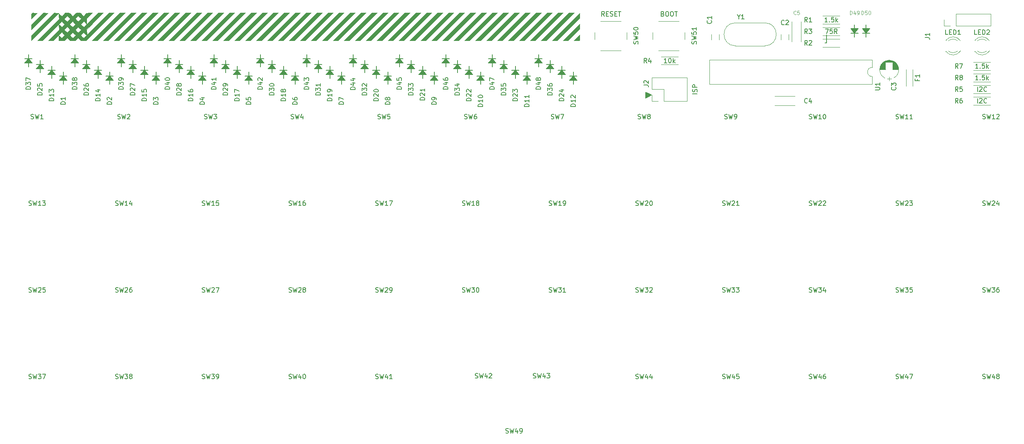
<source format=gto>
G04 #@! TF.GenerationSoftware,KiCad,Pcbnew,(5.1.5-0-10_14)*
G04 #@! TF.CreationDate,2020-04-12T19:07:48-04:00*
G04 #@! TF.ProjectId,plaid,706c6169-642e-46b6-9963-61645f706362,rev?*
G04 #@! TF.SameCoordinates,PX2faf080PY2faf080*
G04 #@! TF.FileFunction,Legend,Top*
G04 #@! TF.FilePolarity,Positive*
%FSLAX46Y46*%
G04 Gerber Fmt 4.6, Leading zero omitted, Abs format (unit mm)*
G04 Created by KiCad (PCBNEW (5.1.5-0-10_14)) date 2020-04-12 19:07:48*
%MOMM*%
%LPD*%
G04 APERTURE LIST*
%ADD10C,0.200000*%
%ADD11C,0.150000*%
%ADD12C,0.120000*%
%ADD13C,0.100000*%
%ADD14C,0.010000*%
%ADD15R,1.600000X1.600000*%
%ADD16C,1.600000*%
%ADD17C,2.900000*%
%ADD18C,4.400000*%
%ADD19C,2.100000*%
%ADD20O,2.760000X2.100000*%
%ADD21C,2.000000*%
%ADD22O,1.800000X2.900000*%
%ADD23O,1.500000X2.100000*%
%ADD24R,1.800000X1.800000*%
%ADD25C,1.800000*%
%ADD26C,1.900000*%
%ADD27C,2.400000*%
%ADD28O,2.000000X2.000000*%
%ADD29R,2.000000X2.000000*%
%ADD30O,1.800000X1.800000*%
%ADD31C,4.800000*%
%ADD32O,2.100000X2.100000*%
%ADD33R,2.100000X2.100000*%
%ADD34R,2.200000X2.200000*%
%ADD35C,2.200000*%
%ADD36C,3.450000*%
G04 APERTURE END LIST*
D10*
X182499000Y-7620000D02*
X182118000Y-7620000D01*
X182499000Y-5842000D02*
X182499000Y-7620000D01*
X154122380Y-18756190D02*
X153122380Y-18756190D01*
X154074761Y-18327619D02*
X154122380Y-18184761D01*
X154122380Y-17946666D01*
X154074761Y-17851428D01*
X154027142Y-17803809D01*
X153931904Y-17756190D01*
X153836666Y-17756190D01*
X153741428Y-17803809D01*
X153693809Y-17851428D01*
X153646190Y-17946666D01*
X153598571Y-18137142D01*
X153550952Y-18232380D01*
X153503333Y-18280000D01*
X153408095Y-18327619D01*
X153312857Y-18327619D01*
X153217619Y-18280000D01*
X153170000Y-18232380D01*
X153122380Y-18137142D01*
X153122380Y-17899047D01*
X153170000Y-17756190D01*
X154122380Y-17327619D02*
X153122380Y-17327619D01*
X153122380Y-16946666D01*
X153170000Y-16851428D01*
X153217619Y-16803809D01*
X153312857Y-16756190D01*
X153455714Y-16756190D01*
X153550952Y-16803809D01*
X153598571Y-16851428D01*
X153646190Y-16946666D01*
X153646190Y-17327619D01*
X146597857Y-1198571D02*
X146740714Y-1246190D01*
X146788333Y-1293809D01*
X146835952Y-1389047D01*
X146835952Y-1531904D01*
X146788333Y-1627142D01*
X146740714Y-1674761D01*
X146645476Y-1722380D01*
X146264523Y-1722380D01*
X146264523Y-722380D01*
X146597857Y-722380D01*
X146693095Y-770000D01*
X146740714Y-817619D01*
X146788333Y-912857D01*
X146788333Y-1008095D01*
X146740714Y-1103333D01*
X146693095Y-1150952D01*
X146597857Y-1198571D01*
X146264523Y-1198571D01*
X147455000Y-722380D02*
X147645476Y-722380D01*
X147740714Y-770000D01*
X147835952Y-865238D01*
X147883571Y-1055714D01*
X147883571Y-1389047D01*
X147835952Y-1579523D01*
X147740714Y-1674761D01*
X147645476Y-1722380D01*
X147455000Y-1722380D01*
X147359761Y-1674761D01*
X147264523Y-1579523D01*
X147216904Y-1389047D01*
X147216904Y-1055714D01*
X147264523Y-865238D01*
X147359761Y-770000D01*
X147455000Y-722380D01*
X148502619Y-722380D02*
X148693095Y-722380D01*
X148788333Y-770000D01*
X148883571Y-865238D01*
X148931190Y-1055714D01*
X148931190Y-1389047D01*
X148883571Y-1579523D01*
X148788333Y-1674761D01*
X148693095Y-1722380D01*
X148502619Y-1722380D01*
X148407380Y-1674761D01*
X148312142Y-1579523D01*
X148264523Y-1389047D01*
X148264523Y-1055714D01*
X148312142Y-865238D01*
X148407380Y-770000D01*
X148502619Y-722380D01*
X149216904Y-722380D02*
X149788333Y-722380D01*
X149502619Y-1722380D02*
X149502619Y-722380D01*
X133802619Y-1722380D02*
X133469285Y-1246190D01*
X133231190Y-1722380D02*
X133231190Y-722380D01*
X133612142Y-722380D01*
X133707380Y-770000D01*
X133755000Y-817619D01*
X133802619Y-912857D01*
X133802619Y-1055714D01*
X133755000Y-1150952D01*
X133707380Y-1198571D01*
X133612142Y-1246190D01*
X133231190Y-1246190D01*
X134231190Y-1198571D02*
X134564523Y-1198571D01*
X134707380Y-1722380D02*
X134231190Y-1722380D01*
X134231190Y-722380D01*
X134707380Y-722380D01*
X135088333Y-1674761D02*
X135231190Y-1722380D01*
X135469285Y-1722380D01*
X135564523Y-1674761D01*
X135612142Y-1627142D01*
X135659761Y-1531904D01*
X135659761Y-1436666D01*
X135612142Y-1341428D01*
X135564523Y-1293809D01*
X135469285Y-1246190D01*
X135278809Y-1198571D01*
X135183571Y-1150952D01*
X135135952Y-1103333D01*
X135088333Y-1008095D01*
X135088333Y-912857D01*
X135135952Y-817619D01*
X135183571Y-770000D01*
X135278809Y-722380D01*
X135516904Y-722380D01*
X135659761Y-770000D01*
X136088333Y-1198571D02*
X136421666Y-1198571D01*
X136564523Y-1722380D02*
X136088333Y-1722380D01*
X136088333Y-722380D01*
X136564523Y-722380D01*
X136850238Y-722380D02*
X137421666Y-722380D01*
X137135952Y-1722380D02*
X137135952Y-722380D01*
D11*
G36*
X144145000Y-19050000D02*
G01*
X142875000Y-19685000D01*
X142875000Y-18415000D01*
X144145000Y-19050000D01*
G37*
X144145000Y-19050000D02*
X142875000Y-19685000D01*
X142875000Y-18415000D01*
X144145000Y-19050000D01*
D12*
X195765000Y-15450000D02*
X196665000Y-15450000D01*
X196215000Y-15900000D02*
X196215000Y-15000000D01*
X196050000Y-11369000D02*
X196380000Y-11369000D01*
X195800000Y-11409000D02*
X196630000Y-11409000D01*
X195648000Y-11449000D02*
X196782000Y-11449000D01*
X195529000Y-11489000D02*
X196901000Y-11489000D01*
X195429000Y-11529000D02*
X197001000Y-11529000D01*
X195341000Y-11569000D02*
X197089000Y-11569000D01*
X195263000Y-11609000D02*
X197167000Y-11609000D01*
X195192000Y-11649000D02*
X197238000Y-11649000D01*
X195127000Y-11689000D02*
X197303000Y-11689000D01*
X195067000Y-11729000D02*
X197363000Y-11729000D01*
X195011000Y-11769000D02*
X197419000Y-11769000D01*
X194959000Y-11809000D02*
X197471000Y-11809000D01*
X194910000Y-11849000D02*
X197520000Y-11849000D01*
X194864000Y-11889000D02*
X197566000Y-11889000D01*
X196995000Y-11929000D02*
X197610000Y-11929000D01*
X194820000Y-11929000D02*
X195435000Y-11929000D01*
X196995000Y-11969000D02*
X197651000Y-11969000D01*
X194779000Y-11969000D02*
X195435000Y-11969000D01*
X196995000Y-12009000D02*
X197690000Y-12009000D01*
X194740000Y-12009000D02*
X195435000Y-12009000D01*
X196995000Y-12049000D02*
X197727000Y-12049000D01*
X194703000Y-12049000D02*
X195435000Y-12049000D01*
X196995000Y-12089000D02*
X197762000Y-12089000D01*
X194668000Y-12089000D02*
X195435000Y-12089000D01*
X196995000Y-12129000D02*
X197796000Y-12129000D01*
X194634000Y-12129000D02*
X195435000Y-12129000D01*
X196995000Y-12169000D02*
X197828000Y-12169000D01*
X194602000Y-12169000D02*
X195435000Y-12169000D01*
X196995000Y-12209000D02*
X197858000Y-12209000D01*
X194572000Y-12209000D02*
X195435000Y-12209000D01*
X196995000Y-12249000D02*
X197887000Y-12249000D01*
X194543000Y-12249000D02*
X195435000Y-12249000D01*
X196995000Y-12289000D02*
X197914000Y-12289000D01*
X194516000Y-12289000D02*
X195435000Y-12289000D01*
X196995000Y-12329000D02*
X197940000Y-12329000D01*
X194490000Y-12329000D02*
X195435000Y-12329000D01*
X196995000Y-12369000D02*
X197965000Y-12369000D01*
X194465000Y-12369000D02*
X195435000Y-12369000D01*
X196995000Y-12409000D02*
X197988000Y-12409000D01*
X194442000Y-12409000D02*
X195435000Y-12409000D01*
X196995000Y-12449000D02*
X198011000Y-12449000D01*
X194419000Y-12449000D02*
X195435000Y-12449000D01*
X196995000Y-12489000D02*
X198032000Y-12489000D01*
X194398000Y-12489000D02*
X195435000Y-12489000D01*
X196995000Y-12529000D02*
X198052000Y-12529000D01*
X194378000Y-12529000D02*
X195435000Y-12529000D01*
X196995000Y-12569000D02*
X198071000Y-12569000D01*
X194359000Y-12569000D02*
X195435000Y-12569000D01*
X196995000Y-12609000D02*
X198089000Y-12609000D01*
X194341000Y-12609000D02*
X195435000Y-12609000D01*
X196995000Y-12649000D02*
X198106000Y-12649000D01*
X194324000Y-12649000D02*
X195435000Y-12649000D01*
X196995000Y-12689000D02*
X198122000Y-12689000D01*
X194308000Y-12689000D02*
X195435000Y-12689000D01*
X196995000Y-12729000D02*
X198138000Y-12729000D01*
X194292000Y-12729000D02*
X195435000Y-12729000D01*
X196995000Y-12770000D02*
X198152000Y-12770000D01*
X194278000Y-12770000D02*
X195435000Y-12770000D01*
X196995000Y-12810000D02*
X198165000Y-12810000D01*
X194265000Y-12810000D02*
X195435000Y-12810000D01*
X196995000Y-12850000D02*
X198178000Y-12850000D01*
X194252000Y-12850000D02*
X195435000Y-12850000D01*
X196995000Y-12890000D02*
X198189000Y-12890000D01*
X194241000Y-12890000D02*
X195435000Y-12890000D01*
X196995000Y-12930000D02*
X198200000Y-12930000D01*
X194230000Y-12930000D02*
X195435000Y-12930000D01*
X196995000Y-12970000D02*
X198210000Y-12970000D01*
X194220000Y-12970000D02*
X195435000Y-12970000D01*
X196995000Y-13010000D02*
X198219000Y-13010000D01*
X194211000Y-13010000D02*
X195435000Y-13010000D01*
X196995000Y-13050000D02*
X198227000Y-13050000D01*
X194203000Y-13050000D02*
X195435000Y-13050000D01*
X196995000Y-13090000D02*
X198234000Y-13090000D01*
X194196000Y-13090000D02*
X195435000Y-13090000D01*
X196995000Y-13130000D02*
X198241000Y-13130000D01*
X194189000Y-13130000D02*
X195435000Y-13130000D01*
X196995000Y-13170000D02*
X198247000Y-13170000D01*
X194183000Y-13170000D02*
X195435000Y-13170000D01*
X196995000Y-13210000D02*
X198252000Y-13210000D01*
X194178000Y-13210000D02*
X195435000Y-13210000D01*
X196995000Y-13250000D02*
X198256000Y-13250000D01*
X194174000Y-13250000D02*
X195435000Y-13250000D01*
X196995000Y-13290000D02*
X198259000Y-13290000D01*
X194171000Y-13290000D02*
X195435000Y-13290000D01*
X196995000Y-13330000D02*
X198262000Y-13330000D01*
X194168000Y-13330000D02*
X195435000Y-13330000D01*
X196995000Y-13370000D02*
X198264000Y-13370000D01*
X194166000Y-13370000D02*
X195435000Y-13370000D01*
X196995000Y-13410000D02*
X198265000Y-13410000D01*
X194165000Y-13410000D02*
X195435000Y-13410000D01*
X194165000Y-13450000D02*
X195435000Y-13450000D01*
X196995000Y-13450000D02*
X198265000Y-13450000D01*
X197194170Y-11603564D02*
G75*
G03X195235000Y-11604004I-979170J-1846436D01*
G01*
X197194170Y-11603564D02*
G75*
G02X197195000Y-15295996I-979170J-1846436D01*
G01*
X195235830Y-11603564D02*
G75*
G03X195235000Y-15295996I979170J-1846436D01*
G01*
X174885000Y-7330000D02*
X174885000Y-2910000D01*
X176905000Y-7330000D02*
X176905000Y-2910000D01*
X174885000Y-7330000D02*
X174899000Y-7330000D01*
X176891000Y-7330000D02*
X176905000Y-7330000D01*
X174885000Y-2910000D02*
X174899000Y-2910000D01*
X176891000Y-2910000D02*
X176905000Y-2910000D01*
X171105000Y-19310000D02*
X175525000Y-19310000D01*
X171105000Y-21330000D02*
X175525000Y-21330000D01*
X171105000Y-19310000D02*
X171105000Y-19324000D01*
X171105000Y-21316000D02*
X171105000Y-21330000D01*
X175525000Y-19310000D02*
X175525000Y-19324000D01*
X175525000Y-21316000D02*
X175525000Y-21330000D01*
D11*
G36*
X102400000Y-13300000D02*
G01*
X100800000Y-13300000D01*
X101600000Y-12300000D01*
X102400000Y-13300000D01*
G37*
X102400000Y-13300000D02*
X100800000Y-13300000D01*
X101600000Y-12300000D01*
X102400000Y-13300000D01*
D10*
X101600000Y-11426371D02*
X101600000Y-14140000D01*
X102400000Y-12300000D02*
X100800000Y-12300000D01*
D11*
G36*
X187795000Y-4480000D02*
G01*
X189395000Y-4480000D01*
X188595000Y-5480000D01*
X187795000Y-4480000D01*
G37*
X187795000Y-4480000D02*
X189395000Y-4480000D01*
X188595000Y-5480000D01*
X187795000Y-4480000D01*
D10*
X188595000Y-6353629D02*
X188595000Y-3640000D01*
X187795000Y-5480000D02*
X189395000Y-5480000D01*
D11*
G36*
X190335000Y-4480000D02*
G01*
X191935000Y-4480000D01*
X191135000Y-5480000D01*
X190335000Y-4480000D01*
G37*
X190335000Y-4480000D02*
X191935000Y-4480000D01*
X191135000Y-5480000D01*
X190335000Y-4480000D01*
D10*
X191135000Y-6353629D02*
X191135000Y-3640000D01*
X190335000Y-5480000D02*
X191935000Y-5480000D01*
D11*
G36*
X16040000Y-15840000D02*
G01*
X14440000Y-15840000D01*
X15240000Y-14840000D01*
X16040000Y-15840000D01*
G37*
X16040000Y-15840000D02*
X14440000Y-15840000D01*
X15240000Y-14840000D01*
X16040000Y-15840000D01*
D10*
X15240000Y-13966371D02*
X15240000Y-16680000D01*
X16040000Y-14840000D02*
X14440000Y-14840000D01*
D11*
G36*
X26200000Y-15840000D02*
G01*
X24600000Y-15840000D01*
X25400000Y-14840000D01*
X26200000Y-15840000D01*
G37*
X26200000Y-15840000D02*
X24600000Y-15840000D01*
X25400000Y-14840000D01*
X26200000Y-15840000D01*
D10*
X25400000Y-13966371D02*
X25400000Y-16680000D01*
X26200000Y-14840000D02*
X24600000Y-14840000D01*
D11*
G36*
X36360000Y-15840000D02*
G01*
X34760000Y-15840000D01*
X35560000Y-14840000D01*
X36360000Y-15840000D01*
G37*
X36360000Y-15840000D02*
X34760000Y-15840000D01*
X35560000Y-14840000D01*
X36360000Y-15840000D01*
D10*
X35560000Y-13966371D02*
X35560000Y-16680000D01*
X36360000Y-14840000D02*
X34760000Y-14840000D01*
D11*
G36*
X46520000Y-15840000D02*
G01*
X44920000Y-15840000D01*
X45720000Y-14840000D01*
X46520000Y-15840000D01*
G37*
X46520000Y-15840000D02*
X44920000Y-15840000D01*
X45720000Y-14840000D01*
X46520000Y-15840000D01*
D10*
X45720000Y-13966371D02*
X45720000Y-16680000D01*
X46520000Y-14840000D02*
X44920000Y-14840000D01*
D11*
G36*
X56680000Y-15840000D02*
G01*
X55080000Y-15840000D01*
X55880000Y-14840000D01*
X56680000Y-15840000D01*
G37*
X56680000Y-15840000D02*
X55080000Y-15840000D01*
X55880000Y-14840000D01*
X56680000Y-15840000D01*
D10*
X55880000Y-13966371D02*
X55880000Y-16680000D01*
X56680000Y-14840000D02*
X55080000Y-14840000D01*
D11*
G36*
X66840000Y-15840000D02*
G01*
X65240000Y-15840000D01*
X66040000Y-14840000D01*
X66840000Y-15840000D01*
G37*
X66840000Y-15840000D02*
X65240000Y-15840000D01*
X66040000Y-14840000D01*
X66840000Y-15840000D01*
D10*
X66040000Y-13966371D02*
X66040000Y-16680000D01*
X66840000Y-14840000D02*
X65240000Y-14840000D01*
D11*
G36*
X77000000Y-15840000D02*
G01*
X75400000Y-15840000D01*
X76200000Y-14840000D01*
X77000000Y-15840000D01*
G37*
X77000000Y-15840000D02*
X75400000Y-15840000D01*
X76200000Y-14840000D01*
X77000000Y-15840000D01*
D10*
X76200000Y-13966371D02*
X76200000Y-16680000D01*
X77000000Y-14840000D02*
X75400000Y-14840000D01*
D11*
G36*
X87160000Y-15840000D02*
G01*
X85560000Y-15840000D01*
X86360000Y-14840000D01*
X87160000Y-15840000D01*
G37*
X87160000Y-15840000D02*
X85560000Y-15840000D01*
X86360000Y-14840000D01*
X87160000Y-15840000D01*
D10*
X86360000Y-13966371D02*
X86360000Y-16680000D01*
X87160000Y-14840000D02*
X85560000Y-14840000D01*
D11*
G36*
X97320000Y-15840000D02*
G01*
X95720000Y-15840000D01*
X96520000Y-14840000D01*
X97320000Y-15840000D01*
G37*
X97320000Y-15840000D02*
X95720000Y-15840000D01*
X96520000Y-14840000D01*
X97320000Y-15840000D01*
D10*
X96520000Y-13966371D02*
X96520000Y-16680000D01*
X97320000Y-14840000D02*
X95720000Y-14840000D01*
D11*
G36*
X107480000Y-15840000D02*
G01*
X105880000Y-15840000D01*
X106680000Y-14840000D01*
X107480000Y-15840000D01*
G37*
X107480000Y-15840000D02*
X105880000Y-15840000D01*
X106680000Y-14840000D01*
X107480000Y-15840000D01*
D10*
X106680000Y-13966371D02*
X106680000Y-16680000D01*
X107480000Y-14840000D02*
X105880000Y-14840000D01*
D11*
G36*
X117640000Y-15840000D02*
G01*
X116040000Y-15840000D01*
X116840000Y-14840000D01*
X117640000Y-15840000D01*
G37*
X117640000Y-15840000D02*
X116040000Y-15840000D01*
X116840000Y-14840000D01*
X117640000Y-15840000D01*
D10*
X116840000Y-13966371D02*
X116840000Y-16680000D01*
X117640000Y-14840000D02*
X116040000Y-14840000D01*
D11*
G36*
X127800000Y-15840000D02*
G01*
X126200000Y-15840000D01*
X127000000Y-14840000D01*
X127800000Y-15840000D01*
G37*
X127800000Y-15840000D02*
X126200000Y-15840000D01*
X127000000Y-14840000D01*
X127800000Y-15840000D01*
D10*
X127000000Y-13966371D02*
X127000000Y-16680000D01*
X127800000Y-14840000D02*
X126200000Y-14840000D01*
D11*
G36*
X13500000Y-14570000D02*
G01*
X11900000Y-14570000D01*
X12700000Y-13570000D01*
X13500000Y-14570000D01*
G37*
X13500000Y-14570000D02*
X11900000Y-14570000D01*
X12700000Y-13570000D01*
X13500000Y-14570000D01*
D10*
X12700000Y-12696371D02*
X12700000Y-15410000D01*
X13500000Y-13570000D02*
X11900000Y-13570000D01*
D11*
G36*
X23660000Y-14570000D02*
G01*
X22060000Y-14570000D01*
X22860000Y-13570000D01*
X23660000Y-14570000D01*
G37*
X23660000Y-14570000D02*
X22060000Y-14570000D01*
X22860000Y-13570000D01*
X23660000Y-14570000D01*
D10*
X22860000Y-12696371D02*
X22860000Y-15410000D01*
X23660000Y-13570000D02*
X22060000Y-13570000D01*
D11*
G36*
X33820000Y-14570000D02*
G01*
X32220000Y-14570000D01*
X33020000Y-13570000D01*
X33820000Y-14570000D01*
G37*
X33820000Y-14570000D02*
X32220000Y-14570000D01*
X33020000Y-13570000D01*
X33820000Y-14570000D01*
D10*
X33020000Y-12696371D02*
X33020000Y-15410000D01*
X33820000Y-13570000D02*
X32220000Y-13570000D01*
D11*
G36*
X43980000Y-14570000D02*
G01*
X42380000Y-14570000D01*
X43180000Y-13570000D01*
X43980000Y-14570000D01*
G37*
X43980000Y-14570000D02*
X42380000Y-14570000D01*
X43180000Y-13570000D01*
X43980000Y-14570000D01*
D10*
X43180000Y-12696371D02*
X43180000Y-15410000D01*
X43980000Y-13570000D02*
X42380000Y-13570000D01*
D11*
G36*
X54140000Y-14570000D02*
G01*
X52540000Y-14570000D01*
X53340000Y-13570000D01*
X54140000Y-14570000D01*
G37*
X54140000Y-14570000D02*
X52540000Y-14570000D01*
X53340000Y-13570000D01*
X54140000Y-14570000D01*
D10*
X53340000Y-12696371D02*
X53340000Y-15410000D01*
X54140000Y-13570000D02*
X52540000Y-13570000D01*
D11*
G36*
X64300000Y-14570000D02*
G01*
X62700000Y-14570000D01*
X63500000Y-13570000D01*
X64300000Y-14570000D01*
G37*
X64300000Y-14570000D02*
X62700000Y-14570000D01*
X63500000Y-13570000D01*
X64300000Y-14570000D01*
D10*
X63500000Y-12696371D02*
X63500000Y-15410000D01*
X64300000Y-13570000D02*
X62700000Y-13570000D01*
D11*
G36*
X74460000Y-14570000D02*
G01*
X72860000Y-14570000D01*
X73660000Y-13570000D01*
X74460000Y-14570000D01*
G37*
X74460000Y-14570000D02*
X72860000Y-14570000D01*
X73660000Y-13570000D01*
X74460000Y-14570000D01*
D10*
X73660000Y-12696371D02*
X73660000Y-15410000D01*
X74460000Y-13570000D02*
X72860000Y-13570000D01*
D11*
G36*
X84620000Y-14570000D02*
G01*
X83020000Y-14570000D01*
X83820000Y-13570000D01*
X84620000Y-14570000D01*
G37*
X84620000Y-14570000D02*
X83020000Y-14570000D01*
X83820000Y-13570000D01*
X84620000Y-14570000D01*
D10*
X83820000Y-12696371D02*
X83820000Y-15410000D01*
X84620000Y-13570000D02*
X83020000Y-13570000D01*
D11*
G36*
X94780000Y-14570000D02*
G01*
X93180000Y-14570000D01*
X93980000Y-13570000D01*
X94780000Y-14570000D01*
G37*
X94780000Y-14570000D02*
X93180000Y-14570000D01*
X93980000Y-13570000D01*
X94780000Y-14570000D01*
D10*
X93980000Y-12696371D02*
X93980000Y-15410000D01*
X94780000Y-13570000D02*
X93180000Y-13570000D01*
D11*
G36*
X104940000Y-14570000D02*
G01*
X103340000Y-14570000D01*
X104140000Y-13570000D01*
X104940000Y-14570000D01*
G37*
X104940000Y-14570000D02*
X103340000Y-14570000D01*
X104140000Y-13570000D01*
X104940000Y-14570000D01*
D10*
X104140000Y-12696371D02*
X104140000Y-15410000D01*
X104940000Y-13570000D02*
X103340000Y-13570000D01*
D11*
G36*
X115100000Y-14570000D02*
G01*
X113500000Y-14570000D01*
X114300000Y-13570000D01*
X115100000Y-14570000D01*
G37*
X115100000Y-14570000D02*
X113500000Y-14570000D01*
X114300000Y-13570000D01*
X115100000Y-14570000D01*
D10*
X114300000Y-12696371D02*
X114300000Y-15410000D01*
X115100000Y-13570000D02*
X113500000Y-13570000D01*
D11*
G36*
X125260000Y-14570000D02*
G01*
X123660000Y-14570000D01*
X124460000Y-13570000D01*
X125260000Y-14570000D01*
G37*
X125260000Y-14570000D02*
X123660000Y-14570000D01*
X124460000Y-13570000D01*
X125260000Y-14570000D01*
D10*
X124460000Y-12696371D02*
X124460000Y-15410000D01*
X125260000Y-13570000D02*
X123660000Y-13570000D01*
D11*
G36*
X10960000Y-13300000D02*
G01*
X9360000Y-13300000D01*
X10160000Y-12300000D01*
X10960000Y-13300000D01*
G37*
X10960000Y-13300000D02*
X9360000Y-13300000D01*
X10160000Y-12300000D01*
X10960000Y-13300000D01*
D10*
X10160000Y-11426371D02*
X10160000Y-14140000D01*
X10960000Y-12300000D02*
X9360000Y-12300000D01*
D11*
G36*
X21120000Y-13300000D02*
G01*
X19520000Y-13300000D01*
X20320000Y-12300000D01*
X21120000Y-13300000D01*
G37*
X21120000Y-13300000D02*
X19520000Y-13300000D01*
X20320000Y-12300000D01*
X21120000Y-13300000D01*
D10*
X20320000Y-11426371D02*
X20320000Y-14140000D01*
X21120000Y-12300000D02*
X19520000Y-12300000D01*
D11*
G36*
X31280000Y-13300000D02*
G01*
X29680000Y-13300000D01*
X30480000Y-12300000D01*
X31280000Y-13300000D01*
G37*
X31280000Y-13300000D02*
X29680000Y-13300000D01*
X30480000Y-12300000D01*
X31280000Y-13300000D01*
D10*
X30480000Y-11426371D02*
X30480000Y-14140000D01*
X31280000Y-12300000D02*
X29680000Y-12300000D01*
D11*
G36*
X41440000Y-13300000D02*
G01*
X39840000Y-13300000D01*
X40640000Y-12300000D01*
X41440000Y-13300000D01*
G37*
X41440000Y-13300000D02*
X39840000Y-13300000D01*
X40640000Y-12300000D01*
X41440000Y-13300000D01*
D10*
X40640000Y-11426371D02*
X40640000Y-14140000D01*
X41440000Y-12300000D02*
X39840000Y-12300000D01*
D11*
G36*
X51600000Y-13300000D02*
G01*
X50000000Y-13300000D01*
X50800000Y-12300000D01*
X51600000Y-13300000D01*
G37*
X51600000Y-13300000D02*
X50000000Y-13300000D01*
X50800000Y-12300000D01*
X51600000Y-13300000D01*
D10*
X50800000Y-11426371D02*
X50800000Y-14140000D01*
X51600000Y-12300000D02*
X50000000Y-12300000D01*
D11*
G36*
X61760000Y-13300000D02*
G01*
X60160000Y-13300000D01*
X60960000Y-12300000D01*
X61760000Y-13300000D01*
G37*
X61760000Y-13300000D02*
X60160000Y-13300000D01*
X60960000Y-12300000D01*
X61760000Y-13300000D01*
D10*
X60960000Y-11426371D02*
X60960000Y-14140000D01*
X61760000Y-12300000D02*
X60160000Y-12300000D01*
D11*
G36*
X71920000Y-13300000D02*
G01*
X70320000Y-13300000D01*
X71120000Y-12300000D01*
X71920000Y-13300000D01*
G37*
X71920000Y-13300000D02*
X70320000Y-13300000D01*
X71120000Y-12300000D01*
X71920000Y-13300000D01*
D10*
X71120000Y-11426371D02*
X71120000Y-14140000D01*
X71920000Y-12300000D02*
X70320000Y-12300000D01*
D11*
G36*
X82080000Y-13300000D02*
G01*
X80480000Y-13300000D01*
X81280000Y-12300000D01*
X82080000Y-13300000D01*
G37*
X82080000Y-13300000D02*
X80480000Y-13300000D01*
X81280000Y-12300000D01*
X82080000Y-13300000D01*
D10*
X81280000Y-11426371D02*
X81280000Y-14140000D01*
X82080000Y-12300000D02*
X80480000Y-12300000D01*
D11*
G36*
X92240000Y-13300000D02*
G01*
X90640000Y-13300000D01*
X91440000Y-12300000D01*
X92240000Y-13300000D01*
G37*
X92240000Y-13300000D02*
X90640000Y-13300000D01*
X91440000Y-12300000D01*
X92240000Y-13300000D01*
D10*
X91440000Y-11426371D02*
X91440000Y-14140000D01*
X92240000Y-12300000D02*
X90640000Y-12300000D01*
D11*
G36*
X112560000Y-13300000D02*
G01*
X110960000Y-13300000D01*
X111760000Y-12300000D01*
X112560000Y-13300000D01*
G37*
X112560000Y-13300000D02*
X110960000Y-13300000D01*
X111760000Y-12300000D01*
X112560000Y-13300000D01*
D10*
X111760000Y-11426371D02*
X111760000Y-14140000D01*
X112560000Y-12300000D02*
X110960000Y-12300000D01*
D11*
G36*
X122720000Y-13300000D02*
G01*
X121120000Y-13300000D01*
X121920000Y-12300000D01*
X122720000Y-13300000D01*
G37*
X122720000Y-13300000D02*
X121120000Y-13300000D01*
X121920000Y-12300000D01*
X122720000Y-13300000D01*
D10*
X121920000Y-11426371D02*
X121920000Y-14140000D01*
X122720000Y-12300000D02*
X121120000Y-12300000D01*
D11*
G36*
X8420000Y-12030000D02*
G01*
X6820000Y-12030000D01*
X7620000Y-11030000D01*
X8420000Y-12030000D01*
G37*
X8420000Y-12030000D02*
X6820000Y-12030000D01*
X7620000Y-11030000D01*
X8420000Y-12030000D01*
D10*
X7620000Y-10156371D02*
X7620000Y-12870000D01*
X8420000Y-11030000D02*
X6820000Y-11030000D01*
D11*
G36*
X18580000Y-12030000D02*
G01*
X16980000Y-12030000D01*
X17780000Y-11030000D01*
X18580000Y-12030000D01*
G37*
X18580000Y-12030000D02*
X16980000Y-12030000D01*
X17780000Y-11030000D01*
X18580000Y-12030000D01*
D10*
X17780000Y-10156371D02*
X17780000Y-12870000D01*
X18580000Y-11030000D02*
X16980000Y-11030000D01*
D11*
G36*
X28740000Y-12030000D02*
G01*
X27140000Y-12030000D01*
X27940000Y-11030000D01*
X28740000Y-12030000D01*
G37*
X28740000Y-12030000D02*
X27140000Y-12030000D01*
X27940000Y-11030000D01*
X28740000Y-12030000D01*
D10*
X27940000Y-10156371D02*
X27940000Y-12870000D01*
X28740000Y-11030000D02*
X27140000Y-11030000D01*
D11*
G36*
X38900000Y-12030000D02*
G01*
X37300000Y-12030000D01*
X38100000Y-11030000D01*
X38900000Y-12030000D01*
G37*
X38900000Y-12030000D02*
X37300000Y-12030000D01*
X38100000Y-11030000D01*
X38900000Y-12030000D01*
D10*
X38100000Y-10156371D02*
X38100000Y-12870000D01*
X38900000Y-11030000D02*
X37300000Y-11030000D01*
D11*
G36*
X49060000Y-12030000D02*
G01*
X47460000Y-12030000D01*
X48260000Y-11030000D01*
X49060000Y-12030000D01*
G37*
X49060000Y-12030000D02*
X47460000Y-12030000D01*
X48260000Y-11030000D01*
X49060000Y-12030000D01*
D10*
X48260000Y-10156371D02*
X48260000Y-12870000D01*
X49060000Y-11030000D02*
X47460000Y-11030000D01*
D11*
G36*
X59220000Y-12030000D02*
G01*
X57620000Y-12030000D01*
X58420000Y-11030000D01*
X59220000Y-12030000D01*
G37*
X59220000Y-12030000D02*
X57620000Y-12030000D01*
X58420000Y-11030000D01*
X59220000Y-12030000D01*
D10*
X58420000Y-10156371D02*
X58420000Y-12870000D01*
X59220000Y-11030000D02*
X57620000Y-11030000D01*
D11*
G36*
X69380000Y-12030000D02*
G01*
X67780000Y-12030000D01*
X68580000Y-11030000D01*
X69380000Y-12030000D01*
G37*
X69380000Y-12030000D02*
X67780000Y-12030000D01*
X68580000Y-11030000D01*
X69380000Y-12030000D01*
D10*
X68580000Y-10156371D02*
X68580000Y-12870000D01*
X69380000Y-11030000D02*
X67780000Y-11030000D01*
D11*
G36*
X79540000Y-12030000D02*
G01*
X77940000Y-12030000D01*
X78740000Y-11030000D01*
X79540000Y-12030000D01*
G37*
X79540000Y-12030000D02*
X77940000Y-12030000D01*
X78740000Y-11030000D01*
X79540000Y-12030000D01*
D10*
X78740000Y-10156371D02*
X78740000Y-12870000D01*
X79540000Y-11030000D02*
X77940000Y-11030000D01*
D11*
G36*
X89700000Y-12030000D02*
G01*
X88100000Y-12030000D01*
X88900000Y-11030000D01*
X89700000Y-12030000D01*
G37*
X89700000Y-12030000D02*
X88100000Y-12030000D01*
X88900000Y-11030000D01*
X89700000Y-12030000D01*
D10*
X88900000Y-10156371D02*
X88900000Y-12870000D01*
X89700000Y-11030000D02*
X88100000Y-11030000D01*
D11*
G36*
X99860000Y-12030000D02*
G01*
X98260000Y-12030000D01*
X99060000Y-11030000D01*
X99860000Y-12030000D01*
G37*
X99860000Y-12030000D02*
X98260000Y-12030000D01*
X99060000Y-11030000D01*
X99860000Y-12030000D01*
D10*
X99060000Y-10156371D02*
X99060000Y-12870000D01*
X99860000Y-11030000D02*
X98260000Y-11030000D01*
D11*
G36*
X110020000Y-12030000D02*
G01*
X108420000Y-12030000D01*
X109220000Y-11030000D01*
X110020000Y-12030000D01*
G37*
X110020000Y-12030000D02*
X108420000Y-12030000D01*
X109220000Y-11030000D01*
X110020000Y-12030000D01*
D10*
X109220000Y-10156371D02*
X109220000Y-12870000D01*
X110020000Y-11030000D02*
X108420000Y-11030000D01*
D11*
G36*
X120180000Y-12030000D02*
G01*
X118580000Y-12030000D01*
X119380000Y-11030000D01*
X120180000Y-12030000D01*
G37*
X120180000Y-12030000D02*
X118580000Y-12030000D01*
X119380000Y-11030000D01*
X120180000Y-12030000D01*
D10*
X119380000Y-10156371D02*
X119380000Y-12870000D01*
X120180000Y-11030000D02*
X118580000Y-11030000D01*
D12*
X162535000Y-3190000D02*
G75*
G03X162535000Y-8240000I0J-2525000D01*
G01*
X168935000Y-3190000D02*
G75*
G02X168935000Y-8240000I0J-2525000D01*
G01*
X168935000Y-3190000D02*
X162535000Y-3190000D01*
X168935000Y-8240000D02*
X162535000Y-8240000D01*
X137430000Y-2810000D02*
X132930000Y-2810000D01*
X138680000Y-6810000D02*
X138680000Y-5310000D01*
X132930000Y-9310000D02*
X137430000Y-9310000D01*
X131680000Y-5310000D02*
X131680000Y-6810000D01*
X150130000Y-2810000D02*
X145630000Y-2810000D01*
X151380000Y-6810000D02*
X151380000Y-5310000D01*
X145630000Y-9310000D02*
X150130000Y-9310000D01*
X144380000Y-5310000D02*
X144380000Y-6810000D01*
X157254000Y-5743000D02*
X157254000Y-6917000D01*
X158976000Y-5743000D02*
X158976000Y-6917000D01*
X172494000Y-5743000D02*
X172494000Y-6917000D01*
X174216000Y-5743000D02*
X174216000Y-6917000D01*
X144212000Y-20380000D02*
X144212000Y-19050000D01*
X145542000Y-20380000D02*
X144212000Y-20380000D01*
X144212000Y-17780000D02*
X144212000Y-15180000D01*
X146812000Y-17780000D02*
X144212000Y-17780000D01*
X146812000Y-20380000D02*
X146812000Y-17780000D01*
X144212000Y-15180000D02*
X151952000Y-15180000D01*
X146812000Y-20380000D02*
X151952000Y-20380000D01*
X151952000Y-20380000D02*
X151952000Y-15180000D01*
X192465000Y-16620000D02*
X192465000Y-14970000D01*
X156785000Y-16620000D02*
X192465000Y-16620000D01*
X156785000Y-11320000D02*
X156785000Y-16620000D01*
X192465000Y-11320000D02*
X156785000Y-11320000D01*
X192465000Y-12970000D02*
X192465000Y-11320000D01*
X192465000Y-14970000D02*
G75*
G02X192465000Y-12970000I0J1000000D01*
G01*
D13*
X201360000Y-13430000D02*
X201360000Y-17030000D01*
X199960000Y-13430000D02*
X199960000Y-17030000D01*
D12*
X185375000Y-3400000D02*
X181655000Y-3400000D01*
X185375000Y-1680000D02*
X181655000Y-1680000D01*
X181655000Y-8480000D02*
X185375000Y-8480000D01*
X181655000Y-6760000D02*
X185375000Y-6760000D01*
X181655000Y-4220000D02*
X185375000Y-4220000D01*
X181655000Y-5940000D02*
X185375000Y-5940000D01*
X146222000Y-10640000D02*
X149942000Y-10640000D01*
X146222000Y-12360000D02*
X149942000Y-12360000D01*
X208220000Y-3870000D02*
X208220000Y-2540000D01*
X209550000Y-3870000D02*
X208220000Y-3870000D01*
X210820000Y-3870000D02*
X210820000Y-1210000D01*
X210820000Y-1210000D02*
X218500000Y-1210000D01*
X210820000Y-3870000D02*
X218500000Y-3870000D01*
X218500000Y-3870000D02*
X218500000Y-1210000D01*
X214675000Y-18640000D02*
X218395000Y-18640000D01*
X214675000Y-16920000D02*
X218395000Y-16920000D01*
X214675000Y-19460000D02*
X218395000Y-19460000D01*
X214675000Y-21180000D02*
X218395000Y-21180000D01*
X211857335Y-7176392D02*
G75*
G03X208625000Y-7019484I-1672335J-1078608D01*
G01*
X211857335Y-9333608D02*
G75*
G02X208625000Y-9490516I-1672335J1078608D01*
G01*
X211226130Y-7175163D02*
G75*
G03X209144039Y-7175000I-1041130J-1079837D01*
G01*
X211226130Y-9334837D02*
G75*
G02X209144039Y-9335000I-1041130J1079837D01*
G01*
X208625000Y-7019000D02*
X208625000Y-7175000D01*
X208625000Y-9335000D02*
X208625000Y-9491000D01*
X214975000Y-9335000D02*
X214975000Y-9491000D01*
X214975000Y-7019000D02*
X214975000Y-7175000D01*
X217576130Y-9334837D02*
G75*
G02X215494039Y-9335000I-1041130J1079837D01*
G01*
X217576130Y-7175163D02*
G75*
G03X215494039Y-7175000I-1041130J-1079837D01*
G01*
X218207335Y-9333608D02*
G75*
G02X214975000Y-9490516I-1672335J1078608D01*
G01*
X218207335Y-7176392D02*
G75*
G03X214975000Y-7019484I-1672335J-1078608D01*
G01*
X214675000Y-13560000D02*
X218395000Y-13560000D01*
X214675000Y-11840000D02*
X218395000Y-11840000D01*
X214675000Y-14380000D02*
X218395000Y-14380000D01*
X214675000Y-16100000D02*
X218395000Y-16100000D01*
D14*
G36*
X8944191Y-1029741D02*
G01*
X9007508Y-1032808D01*
X9530514Y-1058333D01*
X8255000Y-2324095D01*
X8255000Y-1709723D01*
X8260750Y-1370684D01*
X8299818Y-1162604D01*
X8404931Y-1056046D01*
X8608813Y-1021571D01*
X8944191Y-1029741D01*
G37*
X8944191Y-1029741D02*
X9007508Y-1032808D01*
X9530514Y-1058333D01*
X8255000Y-2324095D01*
X8255000Y-1709723D01*
X8260750Y-1370684D01*
X8299818Y-1162604D01*
X8404931Y-1056046D01*
X8608813Y-1021571D01*
X8944191Y-1029741D01*
G36*
X11898389Y-1058333D02*
G01*
X10076694Y-2877928D01*
X8255000Y-4697523D01*
X8255000Y-3596284D01*
X9551614Y-2301694D01*
X10848229Y-1007103D01*
X11898389Y-1058333D01*
G37*
X11898389Y-1058333D02*
X10076694Y-2877928D01*
X8255000Y-4697523D01*
X8255000Y-3596284D01*
X9551614Y-2301694D01*
X10848229Y-1007103D01*
X11898389Y-1058333D01*
G36*
X13743227Y-1032706D02*
G01*
X14268472Y-1058333D01*
X11261736Y-4063552D01*
X8255000Y-7068772D01*
X8255000Y-5967923D01*
X10736491Y-3487501D01*
X13217982Y-1007080D01*
X13743227Y-1032706D01*
G37*
X13743227Y-1032706D02*
X14268472Y-1058333D01*
X11261736Y-4063552D01*
X8255000Y-7068772D01*
X8255000Y-5967923D01*
X10736491Y-3487501D01*
X13217982Y-1007080D01*
X13743227Y-1032706D01*
G36*
X128380191Y-6359491D02*
G01*
X128392199Y-6717292D01*
X128365955Y-6938715D01*
X128272020Y-7056486D01*
X128080954Y-7103331D01*
X127763321Y-7111975D01*
X127703276Y-7112000D01*
X127088904Y-7112000D01*
X127721785Y-6474242D01*
X128354666Y-5836485D01*
X128380191Y-6359491D01*
G37*
X128380191Y-6359491D02*
X128392199Y-6717292D01*
X128365955Y-6938715D01*
X128272020Y-7056486D01*
X128080954Y-7103331D01*
X127763321Y-7111975D01*
X127703276Y-7112000D01*
X127088904Y-7112000D01*
X127721785Y-6474242D01*
X128354666Y-5836485D01*
X128380191Y-6359491D01*
G36*
X128405896Y-4518770D02*
G01*
X127111305Y-5815385D01*
X125816715Y-7112000D01*
X124715476Y-7112000D01*
X128354666Y-3468610D01*
X128405896Y-4518770D01*
G37*
X128405896Y-4518770D02*
X127111305Y-5815385D01*
X125816715Y-7112000D01*
X124715476Y-7112000D01*
X128354666Y-3468610D01*
X128405896Y-4518770D01*
G36*
X128380293Y-1623772D02*
G01*
X128405919Y-2149017D01*
X125925498Y-4630508D01*
X123445076Y-7112000D01*
X122344227Y-7112000D01*
X125349447Y-4105263D01*
X128354666Y-1098527D01*
X128380293Y-1623772D01*
G37*
X128380293Y-1623772D02*
X128405919Y-2149017D01*
X125925498Y-4630508D01*
X123445076Y-7112000D01*
X122344227Y-7112000D01*
X125349447Y-4105263D01*
X128354666Y-1098527D01*
X128380293Y-1623772D01*
G36*
X121074215Y-7112000D02*
G01*
X119888881Y-7112000D01*
X122936000Y-4064000D01*
X125983118Y-1016000D01*
X127168451Y-1016000D01*
X121074215Y-7112000D01*
G37*
X121074215Y-7112000D02*
X119888881Y-7112000D01*
X122936000Y-4064000D01*
X125983118Y-1016000D01*
X127168451Y-1016000D01*
X121074215Y-7112000D01*
G36*
X121666000Y-4064000D02*
G01*
X118618881Y-7112000D01*
X117518215Y-7112000D01*
X123612451Y-1016000D01*
X124713118Y-1016000D01*
X121666000Y-4064000D01*
G37*
X121666000Y-4064000D02*
X118618881Y-7112000D01*
X117518215Y-7112000D01*
X123612451Y-1016000D01*
X124713118Y-1016000D01*
X121666000Y-4064000D01*
G36*
X116248215Y-7112000D02*
G01*
X115147548Y-7112000D01*
X121241784Y-1016000D01*
X122342451Y-1016000D01*
X116248215Y-7112000D01*
G37*
X116248215Y-7112000D02*
X115147548Y-7112000D01*
X121241784Y-1016000D01*
X122342451Y-1016000D01*
X116248215Y-7112000D01*
G36*
X113877548Y-7112000D02*
G01*
X112692215Y-7112000D01*
X118786451Y-1016000D01*
X119971784Y-1016000D01*
X113877548Y-7112000D01*
G37*
X113877548Y-7112000D02*
X112692215Y-7112000D01*
X118786451Y-1016000D01*
X119971784Y-1016000D01*
X113877548Y-7112000D01*
G36*
X111422215Y-7112000D02*
G01*
X110321548Y-7112000D01*
X116415784Y-1016000D01*
X117516451Y-1016000D01*
X111422215Y-7112000D01*
G37*
X111422215Y-7112000D02*
X110321548Y-7112000D01*
X116415784Y-1016000D01*
X117516451Y-1016000D01*
X111422215Y-7112000D01*
G36*
X109051548Y-7112000D02*
G01*
X107950881Y-7112000D01*
X110998000Y-4064000D01*
X114045118Y-1016000D01*
X115145784Y-1016000D01*
X109051548Y-7112000D01*
G37*
X109051548Y-7112000D02*
X107950881Y-7112000D01*
X110998000Y-4064000D01*
X114045118Y-1016000D01*
X115145784Y-1016000D01*
X109051548Y-7112000D01*
G36*
X109728000Y-4064000D02*
G01*
X106680881Y-7112000D01*
X105495548Y-7112000D01*
X111589784Y-1016000D01*
X112775118Y-1016000D01*
X109728000Y-4064000D01*
G37*
X109728000Y-4064000D02*
X106680881Y-7112000D01*
X105495548Y-7112000D01*
X111589784Y-1016000D01*
X112775118Y-1016000D01*
X109728000Y-4064000D01*
G36*
X104225548Y-7112000D02*
G01*
X103124881Y-7112000D01*
X106172000Y-4064000D01*
X109219118Y-1016000D01*
X110319784Y-1016000D01*
X104225548Y-7112000D01*
G37*
X104225548Y-7112000D02*
X103124881Y-7112000D01*
X106172000Y-4064000D01*
X109219118Y-1016000D01*
X110319784Y-1016000D01*
X104225548Y-7112000D01*
G36*
X104902000Y-4064000D02*
G01*
X101854881Y-7112000D01*
X100754215Y-7112000D01*
X106848451Y-1016000D01*
X107949118Y-1016000D01*
X104902000Y-4064000D01*
G37*
X104902000Y-4064000D02*
X101854881Y-7112000D01*
X100754215Y-7112000D01*
X106848451Y-1016000D01*
X107949118Y-1016000D01*
X104902000Y-4064000D01*
G36*
X99484215Y-7112000D02*
G01*
X98298881Y-7112000D01*
X101346000Y-4064000D01*
X104393118Y-1016000D01*
X105578451Y-1016000D01*
X99484215Y-7112000D01*
G37*
X99484215Y-7112000D02*
X98298881Y-7112000D01*
X101346000Y-4064000D01*
X104393118Y-1016000D01*
X105578451Y-1016000D01*
X99484215Y-7112000D01*
G36*
X100076000Y-4064000D02*
G01*
X97028881Y-7112000D01*
X95928215Y-7112000D01*
X102022451Y-1016000D01*
X103123118Y-1016000D01*
X100076000Y-4064000D01*
G37*
X100076000Y-4064000D02*
X97028881Y-7112000D01*
X95928215Y-7112000D01*
X102022451Y-1016000D01*
X103123118Y-1016000D01*
X100076000Y-4064000D01*
G36*
X94658215Y-7112000D02*
G01*
X93557548Y-7112000D01*
X99651784Y-1016000D01*
X100752451Y-1016000D01*
X94658215Y-7112000D01*
G37*
X94658215Y-7112000D02*
X93557548Y-7112000D01*
X99651784Y-1016000D01*
X100752451Y-1016000D01*
X94658215Y-7112000D01*
G36*
X92287548Y-7112000D02*
G01*
X91102215Y-7112000D01*
X97196451Y-1016000D01*
X98381784Y-1016000D01*
X92287548Y-7112000D01*
G37*
X92287548Y-7112000D02*
X91102215Y-7112000D01*
X97196451Y-1016000D01*
X98381784Y-1016000D01*
X92287548Y-7112000D01*
G36*
X89832215Y-7112000D02*
G01*
X88731548Y-7112000D01*
X94825784Y-1016000D01*
X95926451Y-1016000D01*
X89832215Y-7112000D01*
G37*
X89832215Y-7112000D02*
X88731548Y-7112000D01*
X94825784Y-1016000D01*
X95926451Y-1016000D01*
X89832215Y-7112000D01*
G36*
X87461548Y-7112000D02*
G01*
X86360881Y-7112000D01*
X89408000Y-4064000D01*
X92455118Y-1016000D01*
X93555784Y-1016000D01*
X87461548Y-7112000D01*
G37*
X87461548Y-7112000D02*
X86360881Y-7112000D01*
X89408000Y-4064000D01*
X92455118Y-1016000D01*
X93555784Y-1016000D01*
X87461548Y-7112000D01*
G36*
X88138000Y-4064000D02*
G01*
X85090881Y-7112000D01*
X83905548Y-7112000D01*
X89999784Y-1016000D01*
X91185118Y-1016000D01*
X88138000Y-4064000D01*
G37*
X88138000Y-4064000D02*
X85090881Y-7112000D01*
X83905548Y-7112000D01*
X89999784Y-1016000D01*
X91185118Y-1016000D01*
X88138000Y-4064000D01*
G36*
X82635548Y-7112000D02*
G01*
X81534881Y-7112000D01*
X84582000Y-4064000D01*
X87629118Y-1016000D01*
X88729784Y-1016000D01*
X82635548Y-7112000D01*
G37*
X82635548Y-7112000D02*
X81534881Y-7112000D01*
X84582000Y-4064000D01*
X87629118Y-1016000D01*
X88729784Y-1016000D01*
X82635548Y-7112000D01*
G36*
X83312000Y-4064000D02*
G01*
X80264881Y-7112000D01*
X79164215Y-7112000D01*
X85258451Y-1016000D01*
X86359118Y-1016000D01*
X83312000Y-4064000D01*
G37*
X83312000Y-4064000D02*
X80264881Y-7112000D01*
X79164215Y-7112000D01*
X85258451Y-1016000D01*
X86359118Y-1016000D01*
X83312000Y-4064000D01*
G36*
X77894215Y-7112000D02*
G01*
X76708881Y-7112000D01*
X79756000Y-4064000D01*
X82803118Y-1016000D01*
X83988451Y-1016000D01*
X77894215Y-7112000D01*
G37*
X77894215Y-7112000D02*
X76708881Y-7112000D01*
X79756000Y-4064000D01*
X82803118Y-1016000D01*
X83988451Y-1016000D01*
X77894215Y-7112000D01*
G36*
X78486000Y-4064000D02*
G01*
X75438881Y-7112000D01*
X74338215Y-7112000D01*
X80432451Y-1016000D01*
X81533118Y-1016000D01*
X78486000Y-4064000D01*
G37*
X78486000Y-4064000D02*
X75438881Y-7112000D01*
X74338215Y-7112000D01*
X80432451Y-1016000D01*
X81533118Y-1016000D01*
X78486000Y-4064000D01*
G36*
X73068215Y-7112000D02*
G01*
X71967548Y-7112000D01*
X78061784Y-1016000D01*
X79162451Y-1016000D01*
X73068215Y-7112000D01*
G37*
X73068215Y-7112000D02*
X71967548Y-7112000D01*
X78061784Y-1016000D01*
X79162451Y-1016000D01*
X73068215Y-7112000D01*
G36*
X73660000Y-4064000D02*
G01*
X70612881Y-7112000D01*
X69512215Y-7112000D01*
X75606451Y-1016000D01*
X76707118Y-1016000D01*
X73660000Y-4064000D01*
G37*
X73660000Y-4064000D02*
X70612881Y-7112000D01*
X69512215Y-7112000D01*
X75606451Y-1016000D01*
X76707118Y-1016000D01*
X73660000Y-4064000D01*
G36*
X68242215Y-7112000D02*
G01*
X67141548Y-7112000D01*
X73235784Y-1016000D01*
X74336451Y-1016000D01*
X68242215Y-7112000D01*
G37*
X68242215Y-7112000D02*
X67141548Y-7112000D01*
X73235784Y-1016000D01*
X74336451Y-1016000D01*
X68242215Y-7112000D01*
G36*
X65871548Y-7112000D02*
G01*
X64686215Y-7112000D01*
X70780451Y-1016000D01*
X71965784Y-1016000D01*
X65871548Y-7112000D01*
G37*
X65871548Y-7112000D02*
X64686215Y-7112000D01*
X70780451Y-1016000D01*
X71965784Y-1016000D01*
X65871548Y-7112000D01*
G36*
X63416215Y-7112000D02*
G01*
X62315548Y-7112000D01*
X68409784Y-1016000D01*
X69510451Y-1016000D01*
X63416215Y-7112000D01*
G37*
X63416215Y-7112000D02*
X62315548Y-7112000D01*
X68409784Y-1016000D01*
X69510451Y-1016000D01*
X63416215Y-7112000D01*
G36*
X61045548Y-7112000D02*
G01*
X59944881Y-7112000D01*
X62992000Y-4064000D01*
X66039118Y-1016000D01*
X67139784Y-1016000D01*
X61045548Y-7112000D01*
G37*
X61045548Y-7112000D02*
X59944881Y-7112000D01*
X62992000Y-4064000D01*
X66039118Y-1016000D01*
X67139784Y-1016000D01*
X61045548Y-7112000D01*
G36*
X61722000Y-4064000D02*
G01*
X58674881Y-7112000D01*
X57489548Y-7112000D01*
X63583784Y-1016000D01*
X64769118Y-1016000D01*
X61722000Y-4064000D01*
G37*
X61722000Y-4064000D02*
X58674881Y-7112000D01*
X57489548Y-7112000D01*
X63583784Y-1016000D01*
X64769118Y-1016000D01*
X61722000Y-4064000D01*
G36*
X56219548Y-7112000D02*
G01*
X55118881Y-7112000D01*
X58166000Y-4064000D01*
X61213118Y-1016000D01*
X62313784Y-1016000D01*
X56219548Y-7112000D01*
G37*
X56219548Y-7112000D02*
X55118881Y-7112000D01*
X58166000Y-4064000D01*
X61213118Y-1016000D01*
X62313784Y-1016000D01*
X56219548Y-7112000D01*
G36*
X56896000Y-4064000D02*
G01*
X53848881Y-7112000D01*
X52748215Y-7112000D01*
X58842451Y-1016000D01*
X59943118Y-1016000D01*
X56896000Y-4064000D01*
G37*
X56896000Y-4064000D02*
X53848881Y-7112000D01*
X52748215Y-7112000D01*
X58842451Y-1016000D01*
X59943118Y-1016000D01*
X56896000Y-4064000D01*
G36*
X51478215Y-7112000D02*
G01*
X50292881Y-7112000D01*
X53340000Y-4064000D01*
X56387118Y-1016000D01*
X57572451Y-1016000D01*
X51478215Y-7112000D01*
G37*
X51478215Y-7112000D02*
X50292881Y-7112000D01*
X53340000Y-4064000D01*
X56387118Y-1016000D01*
X57572451Y-1016000D01*
X51478215Y-7112000D01*
G36*
X52070000Y-4064000D02*
G01*
X49022881Y-7112000D01*
X47922215Y-7112000D01*
X54016451Y-1016000D01*
X55117118Y-1016000D01*
X52070000Y-4064000D01*
G37*
X52070000Y-4064000D02*
X49022881Y-7112000D01*
X47922215Y-7112000D01*
X54016451Y-1016000D01*
X55117118Y-1016000D01*
X52070000Y-4064000D01*
G36*
X46652215Y-7112000D02*
G01*
X45551548Y-7112000D01*
X51645784Y-1016000D01*
X52746451Y-1016000D01*
X46652215Y-7112000D01*
G37*
X46652215Y-7112000D02*
X45551548Y-7112000D01*
X51645784Y-1016000D01*
X52746451Y-1016000D01*
X46652215Y-7112000D01*
G36*
X44281548Y-7112000D02*
G01*
X43096215Y-7112000D01*
X49190451Y-1016000D01*
X50375784Y-1016000D01*
X44281548Y-7112000D01*
G37*
X44281548Y-7112000D02*
X43096215Y-7112000D01*
X49190451Y-1016000D01*
X50375784Y-1016000D01*
X44281548Y-7112000D01*
G36*
X41826215Y-7112000D02*
G01*
X40725548Y-7112000D01*
X46819784Y-1016000D01*
X47920451Y-1016000D01*
X41826215Y-7112000D01*
G37*
X41826215Y-7112000D02*
X40725548Y-7112000D01*
X46819784Y-1016000D01*
X47920451Y-1016000D01*
X41826215Y-7112000D01*
G36*
X39455548Y-7112000D02*
G01*
X38354881Y-7112000D01*
X41402000Y-4064000D01*
X44449118Y-1016000D01*
X45549784Y-1016000D01*
X39455548Y-7112000D01*
G37*
X39455548Y-7112000D02*
X38354881Y-7112000D01*
X41402000Y-4064000D01*
X44449118Y-1016000D01*
X45549784Y-1016000D01*
X39455548Y-7112000D01*
G36*
X40132000Y-4064000D02*
G01*
X37084881Y-7112000D01*
X35899548Y-7112000D01*
X41993784Y-1016000D01*
X43179118Y-1016000D01*
X40132000Y-4064000D01*
G37*
X40132000Y-4064000D02*
X37084881Y-7112000D01*
X35899548Y-7112000D01*
X41993784Y-1016000D01*
X43179118Y-1016000D01*
X40132000Y-4064000D01*
G36*
X34629548Y-7112000D02*
G01*
X33528881Y-7112000D01*
X36576000Y-4064000D01*
X39623118Y-1016000D01*
X40723784Y-1016000D01*
X34629548Y-7112000D01*
G37*
X34629548Y-7112000D02*
X33528881Y-7112000D01*
X36576000Y-4064000D01*
X39623118Y-1016000D01*
X40723784Y-1016000D01*
X34629548Y-7112000D01*
G36*
X35306000Y-4064000D02*
G01*
X32258881Y-7112000D01*
X31158215Y-7112000D01*
X37252451Y-1016000D01*
X38353118Y-1016000D01*
X35306000Y-4064000D01*
G37*
X35306000Y-4064000D02*
X32258881Y-7112000D01*
X31158215Y-7112000D01*
X37252451Y-1016000D01*
X38353118Y-1016000D01*
X35306000Y-4064000D01*
G36*
X29888215Y-7112000D02*
G01*
X28702881Y-7112000D01*
X31750000Y-4064000D01*
X34797118Y-1016000D01*
X35982451Y-1016000D01*
X29888215Y-7112000D01*
G37*
X29888215Y-7112000D02*
X28702881Y-7112000D01*
X31750000Y-4064000D01*
X34797118Y-1016000D01*
X35982451Y-1016000D01*
X29888215Y-7112000D01*
G36*
X30480000Y-4064000D02*
G01*
X27432881Y-7112000D01*
X26332215Y-7112000D01*
X32426451Y-1016000D01*
X33527118Y-1016000D01*
X30480000Y-4064000D01*
G37*
X30480000Y-4064000D02*
X27432881Y-7112000D01*
X26332215Y-7112000D01*
X32426451Y-1016000D01*
X33527118Y-1016000D01*
X30480000Y-4064000D01*
G36*
X25062215Y-7112000D02*
G01*
X23961548Y-7112000D01*
X30055784Y-1016000D01*
X31156451Y-1016000D01*
X25062215Y-7112000D01*
G37*
X25062215Y-7112000D02*
X23961548Y-7112000D01*
X30055784Y-1016000D01*
X31156451Y-1016000D01*
X25062215Y-7112000D01*
G36*
X22691548Y-7112000D02*
G01*
X21506215Y-7112000D01*
X27600451Y-1016000D01*
X28785784Y-1016000D01*
X22691548Y-7112000D01*
G37*
X22691548Y-7112000D02*
X21506215Y-7112000D01*
X27600451Y-1016000D01*
X28785784Y-1016000D01*
X22691548Y-7112000D01*
G36*
X20334902Y-2275264D02*
G01*
X20373256Y-3503752D01*
X21295005Y-2580992D01*
X22858283Y-1016000D01*
X23959223Y-1016000D01*
X22138615Y-2857500D01*
X20318008Y-4699000D01*
X20404666Y-5844718D01*
X25229552Y-1016000D01*
X26330451Y-1016000D01*
X20236215Y-7112000D01*
X19689010Y-7112000D01*
X19382575Y-7105001D01*
X19181253Y-7068575D01*
X19020941Y-6979574D01*
X18837535Y-6814853D01*
X18820736Y-6798483D01*
X18499666Y-6484967D01*
X18178596Y-6798483D01*
X17989968Y-6970534D01*
X17829357Y-7064506D01*
X17632132Y-7103843D01*
X17333662Y-7111990D01*
X17314333Y-7112000D01*
X17008892Y-7104824D01*
X16808027Y-7067668D01*
X16647108Y-6977087D01*
X16461505Y-6809634D01*
X16450069Y-6798483D01*
X16129000Y-6484967D01*
X15807930Y-6798483D01*
X15631423Y-6961684D01*
X15482366Y-7055425D01*
X15303677Y-7098922D01*
X15038275Y-7111392D01*
X14876596Y-7112000D01*
X14266333Y-7112000D01*
X14266333Y-5978115D01*
X14562961Y-6265619D01*
X14859590Y-6553122D01*
X15198168Y-6222509D01*
X15504412Y-5923470D01*
X16685351Y-5923470D01*
X16974117Y-6221402D01*
X17151296Y-6394286D01*
X17279972Y-6501787D01*
X17314333Y-6519333D01*
X17398141Y-6463667D01*
X17554114Y-6321898D01*
X17654548Y-6221402D01*
X17943315Y-5923470D01*
X19056018Y-5923470D01*
X19344784Y-6221402D01*
X19521963Y-6394286D01*
X19650639Y-6501787D01*
X19685000Y-6519333D01*
X19768808Y-6463667D01*
X19924780Y-6321898D01*
X20025215Y-6221402D01*
X20313981Y-5923470D01*
X19999490Y-5608979D01*
X19685000Y-5294488D01*
X19056018Y-5923470D01*
X17943315Y-5923470D01*
X17314333Y-5294488D01*
X16685351Y-5923470D01*
X15504412Y-5923470D01*
X15536747Y-5891896D01*
X14906677Y-5246646D01*
X13036017Y-7112000D01*
X11940268Y-7112000D01*
X14293824Y-4753930D01*
X14291873Y-4691436D01*
X15451252Y-4691436D01*
X15765178Y-5012925D01*
X16079103Y-5334413D01*
X16400591Y-5020488D01*
X16689745Y-4738137D01*
X17870684Y-4738137D01*
X18159451Y-5036068D01*
X18336630Y-5208953D01*
X18465306Y-5316454D01*
X18499666Y-5334000D01*
X18583474Y-5278334D01*
X18739447Y-5136564D01*
X18839882Y-5036068D01*
X19128648Y-4738137D01*
X18499666Y-4109155D01*
X17870684Y-4738137D01*
X16689745Y-4738137D01*
X16722080Y-4706563D01*
X16408155Y-4385074D01*
X16094230Y-4063586D01*
X15451252Y-4691436D01*
X14291873Y-4691436D01*
X14255413Y-3523703D01*
X12783217Y-4996783D01*
X10669270Y-7112000D01*
X9568467Y-7112000D01*
X11931163Y-4748172D01*
X13159981Y-3518766D01*
X14260347Y-3518766D01*
X14908896Y-4149080D01*
X15222821Y-3827591D01*
X15536747Y-3506103D01*
X16636586Y-3506103D01*
X16950511Y-3827591D01*
X17264436Y-4149080D01*
X17585925Y-3835155D01*
X17907413Y-3521230D01*
X19091919Y-3521230D01*
X19411823Y-3833608D01*
X19731727Y-4145985D01*
X20368384Y-3508630D01*
X20046667Y-3195959D01*
X19719769Y-2878252D01*
X19091919Y-3521230D01*
X17907413Y-3521230D01*
X17279563Y-2878252D01*
X16958074Y-3192178D01*
X16636586Y-3506103D01*
X15536747Y-3506103D01*
X15216955Y-3193835D01*
X14897164Y-2881567D01*
X14260347Y-3518766D01*
X13159981Y-3518766D01*
X14293860Y-2384345D01*
X14291875Y-2320769D01*
X15451252Y-2320769D01*
X15765178Y-2642258D01*
X16079103Y-2963747D01*
X16400591Y-2649821D01*
X16722080Y-2335896D01*
X16670237Y-2282804D01*
X17870684Y-2282804D01*
X18159451Y-2580735D01*
X18336630Y-2753619D01*
X18465306Y-2861120D01*
X18499666Y-2878666D01*
X18583474Y-2823001D01*
X18739447Y-2681231D01*
X18839882Y-2580735D01*
X19128648Y-2282804D01*
X18499666Y-1653822D01*
X17870684Y-2282804D01*
X16670237Y-2282804D01*
X16408155Y-2014408D01*
X16094230Y-1692919D01*
X15451252Y-2320769D01*
X14291875Y-2320769D01*
X14274480Y-1763672D01*
X14255100Y-1143000D01*
X14581998Y-1460706D01*
X14908896Y-1778413D01*
X15224337Y-1455373D01*
X15389581Y-1266209D01*
X15478782Y-1123574D01*
X15481611Y-1074166D01*
X15529463Y-1045996D01*
X15709465Y-1025336D01*
X15984467Y-1016146D01*
X16027164Y-1016000D01*
X16344352Y-1019952D01*
X16549828Y-1046430D01*
X16701209Y-1117363D01*
X16856116Y-1254681D01*
X16972608Y-1375833D01*
X17314333Y-1735666D01*
X17656058Y-1375833D01*
X17859645Y-1173132D01*
X18022961Y-1065660D01*
X18216570Y-1023316D01*
X18499666Y-1016000D01*
X18789936Y-1023949D01*
X18981540Y-1067864D01*
X19145045Y-1177844D01*
X19343275Y-1375833D01*
X19685000Y-1735666D01*
X20026724Y-1375833D01*
X20209994Y-1189665D01*
X20355844Y-1082217D01*
X20521419Y-1031852D01*
X20763861Y-1016935D01*
X20977105Y-1016000D01*
X21585762Y-1016000D01*
X20334902Y-2275264D01*
G37*
X20334902Y-2275264D02*
X20373256Y-3503752D01*
X21295005Y-2580992D01*
X22858283Y-1016000D01*
X23959223Y-1016000D01*
X22138615Y-2857500D01*
X20318008Y-4699000D01*
X20404666Y-5844718D01*
X25229552Y-1016000D01*
X26330451Y-1016000D01*
X20236215Y-7112000D01*
X19689010Y-7112000D01*
X19382575Y-7105001D01*
X19181253Y-7068575D01*
X19020941Y-6979574D01*
X18837535Y-6814853D01*
X18820736Y-6798483D01*
X18499666Y-6484967D01*
X18178596Y-6798483D01*
X17989968Y-6970534D01*
X17829357Y-7064506D01*
X17632132Y-7103843D01*
X17333662Y-7111990D01*
X17314333Y-7112000D01*
X17008892Y-7104824D01*
X16808027Y-7067668D01*
X16647108Y-6977087D01*
X16461505Y-6809634D01*
X16450069Y-6798483D01*
X16129000Y-6484967D01*
X15807930Y-6798483D01*
X15631423Y-6961684D01*
X15482366Y-7055425D01*
X15303677Y-7098922D01*
X15038275Y-7111392D01*
X14876596Y-7112000D01*
X14266333Y-7112000D01*
X14266333Y-5978115D01*
X14562961Y-6265619D01*
X14859590Y-6553122D01*
X15198168Y-6222509D01*
X15504412Y-5923470D01*
X16685351Y-5923470D01*
X16974117Y-6221402D01*
X17151296Y-6394286D01*
X17279972Y-6501787D01*
X17314333Y-6519333D01*
X17398141Y-6463667D01*
X17554114Y-6321898D01*
X17654548Y-6221402D01*
X17943315Y-5923470D01*
X19056018Y-5923470D01*
X19344784Y-6221402D01*
X19521963Y-6394286D01*
X19650639Y-6501787D01*
X19685000Y-6519333D01*
X19768808Y-6463667D01*
X19924780Y-6321898D01*
X20025215Y-6221402D01*
X20313981Y-5923470D01*
X19999490Y-5608979D01*
X19685000Y-5294488D01*
X19056018Y-5923470D01*
X17943315Y-5923470D01*
X17314333Y-5294488D01*
X16685351Y-5923470D01*
X15504412Y-5923470D01*
X15536747Y-5891896D01*
X14906677Y-5246646D01*
X13036017Y-7112000D01*
X11940268Y-7112000D01*
X14293824Y-4753930D01*
X14291873Y-4691436D01*
X15451252Y-4691436D01*
X15765178Y-5012925D01*
X16079103Y-5334413D01*
X16400591Y-5020488D01*
X16689745Y-4738137D01*
X17870684Y-4738137D01*
X18159451Y-5036068D01*
X18336630Y-5208953D01*
X18465306Y-5316454D01*
X18499666Y-5334000D01*
X18583474Y-5278334D01*
X18739447Y-5136564D01*
X18839882Y-5036068D01*
X19128648Y-4738137D01*
X18499666Y-4109155D01*
X17870684Y-4738137D01*
X16689745Y-4738137D01*
X16722080Y-4706563D01*
X16408155Y-4385074D01*
X16094230Y-4063586D01*
X15451252Y-4691436D01*
X14291873Y-4691436D01*
X14255413Y-3523703D01*
X12783217Y-4996783D01*
X10669270Y-7112000D01*
X9568467Y-7112000D01*
X11931163Y-4748172D01*
X13159981Y-3518766D01*
X14260347Y-3518766D01*
X14908896Y-4149080D01*
X15222821Y-3827591D01*
X15536747Y-3506103D01*
X16636586Y-3506103D01*
X16950511Y-3827591D01*
X17264436Y-4149080D01*
X17585925Y-3835155D01*
X17907413Y-3521230D01*
X19091919Y-3521230D01*
X19411823Y-3833608D01*
X19731727Y-4145985D01*
X20368384Y-3508630D01*
X20046667Y-3195959D01*
X19719769Y-2878252D01*
X19091919Y-3521230D01*
X17907413Y-3521230D01*
X17279563Y-2878252D01*
X16958074Y-3192178D01*
X16636586Y-3506103D01*
X15536747Y-3506103D01*
X15216955Y-3193835D01*
X14897164Y-2881567D01*
X14260347Y-3518766D01*
X13159981Y-3518766D01*
X14293860Y-2384345D01*
X14291875Y-2320769D01*
X15451252Y-2320769D01*
X15765178Y-2642258D01*
X16079103Y-2963747D01*
X16400591Y-2649821D01*
X16722080Y-2335896D01*
X16670237Y-2282804D01*
X17870684Y-2282804D01*
X18159451Y-2580735D01*
X18336630Y-2753619D01*
X18465306Y-2861120D01*
X18499666Y-2878666D01*
X18583474Y-2823001D01*
X18739447Y-2681231D01*
X18839882Y-2580735D01*
X19128648Y-2282804D01*
X18499666Y-1653822D01*
X17870684Y-2282804D01*
X16670237Y-2282804D01*
X16408155Y-2014408D01*
X16094230Y-1692919D01*
X15451252Y-2320769D01*
X14291875Y-2320769D01*
X14274480Y-1763672D01*
X14255100Y-1143000D01*
X14581998Y-1460706D01*
X14908896Y-1778413D01*
X15224337Y-1455373D01*
X15389581Y-1266209D01*
X15478782Y-1123574D01*
X15481611Y-1074166D01*
X15529463Y-1045996D01*
X15709465Y-1025336D01*
X15984467Y-1016146D01*
X16027164Y-1016000D01*
X16344352Y-1019952D01*
X16549828Y-1046430D01*
X16701209Y-1117363D01*
X16856116Y-1254681D01*
X16972608Y-1375833D01*
X17314333Y-1735666D01*
X17656058Y-1375833D01*
X17859645Y-1173132D01*
X18022961Y-1065660D01*
X18216570Y-1023316D01*
X18499666Y-1016000D01*
X18789936Y-1023949D01*
X18981540Y-1067864D01*
X19145045Y-1177844D01*
X19343275Y-1375833D01*
X19685000Y-1735666D01*
X20026724Y-1375833D01*
X20209994Y-1189665D01*
X20355844Y-1082217D01*
X20521419Y-1031852D01*
X20763861Y-1016935D01*
X20977105Y-1016000D01*
X21585762Y-1016000D01*
X20334902Y-2275264D01*
D11*
X197588142Y-17311666D02*
X197635761Y-17359285D01*
X197683380Y-17502142D01*
X197683380Y-17597380D01*
X197635761Y-17740238D01*
X197540523Y-17835476D01*
X197445285Y-17883095D01*
X197254809Y-17930714D01*
X197111952Y-17930714D01*
X196921476Y-17883095D01*
X196826238Y-17835476D01*
X196731000Y-17740238D01*
X196683380Y-17597380D01*
X196683380Y-17502142D01*
X196731000Y-17359285D01*
X196778619Y-17311666D01*
X196683380Y-16978333D02*
X196683380Y-16359285D01*
X197064333Y-16692619D01*
X197064333Y-16549761D01*
X197111952Y-16454523D01*
X197159571Y-16406904D01*
X197254809Y-16359285D01*
X197492904Y-16359285D01*
X197588142Y-16406904D01*
X197635761Y-16454523D01*
X197683380Y-16549761D01*
X197683380Y-16835476D01*
X197635761Y-16930714D01*
X197588142Y-16978333D01*
X118205476Y-81049761D02*
X118348333Y-81097380D01*
X118586428Y-81097380D01*
X118681666Y-81049761D01*
X118729285Y-81002142D01*
X118776904Y-80906904D01*
X118776904Y-80811666D01*
X118729285Y-80716428D01*
X118681666Y-80668809D01*
X118586428Y-80621190D01*
X118395952Y-80573571D01*
X118300714Y-80525952D01*
X118253095Y-80478333D01*
X118205476Y-80383095D01*
X118205476Y-80287857D01*
X118253095Y-80192619D01*
X118300714Y-80145000D01*
X118395952Y-80097380D01*
X118634047Y-80097380D01*
X118776904Y-80145000D01*
X119110238Y-80097380D02*
X119348333Y-81097380D01*
X119538809Y-80383095D01*
X119729285Y-81097380D01*
X119967380Y-80097380D01*
X120776904Y-80430714D02*
X120776904Y-81097380D01*
X120538809Y-80049761D02*
X120300714Y-80764047D01*
X120919761Y-80764047D01*
X121205476Y-80097380D02*
X121824523Y-80097380D01*
X121491190Y-80478333D01*
X121634047Y-80478333D01*
X121729285Y-80525952D01*
X121776904Y-80573571D01*
X121824523Y-80668809D01*
X121824523Y-80906904D01*
X121776904Y-81002142D01*
X121729285Y-81049761D01*
X121634047Y-81097380D01*
X121348333Y-81097380D01*
X121253095Y-81049761D01*
X121205476Y-81002142D01*
X105505476Y-81049761D02*
X105648333Y-81097380D01*
X105886428Y-81097380D01*
X105981666Y-81049761D01*
X106029285Y-81002142D01*
X106076904Y-80906904D01*
X106076904Y-80811666D01*
X106029285Y-80716428D01*
X105981666Y-80668809D01*
X105886428Y-80621190D01*
X105695952Y-80573571D01*
X105600714Y-80525952D01*
X105553095Y-80478333D01*
X105505476Y-80383095D01*
X105505476Y-80287857D01*
X105553095Y-80192619D01*
X105600714Y-80145000D01*
X105695952Y-80097380D01*
X105934047Y-80097380D01*
X106076904Y-80145000D01*
X106410238Y-80097380D02*
X106648333Y-81097380D01*
X106838809Y-80383095D01*
X107029285Y-81097380D01*
X107267380Y-80097380D01*
X108076904Y-80430714D02*
X108076904Y-81097380D01*
X107838809Y-80049761D02*
X107600714Y-80764047D01*
X108219761Y-80764047D01*
X108553095Y-80192619D02*
X108600714Y-80145000D01*
X108695952Y-80097380D01*
X108934047Y-80097380D01*
X109029285Y-80145000D01*
X109076904Y-80192619D01*
X109124523Y-80287857D01*
X109124523Y-80383095D01*
X109076904Y-80525952D01*
X108505476Y-81097380D01*
X109124523Y-81097380D01*
X112190476Y-93114761D02*
X112333333Y-93162380D01*
X112571428Y-93162380D01*
X112666666Y-93114761D01*
X112714285Y-93067142D01*
X112761904Y-92971904D01*
X112761904Y-92876666D01*
X112714285Y-92781428D01*
X112666666Y-92733809D01*
X112571428Y-92686190D01*
X112380952Y-92638571D01*
X112285714Y-92590952D01*
X112238095Y-92543333D01*
X112190476Y-92448095D01*
X112190476Y-92352857D01*
X112238095Y-92257619D01*
X112285714Y-92210000D01*
X112380952Y-92162380D01*
X112619047Y-92162380D01*
X112761904Y-92210000D01*
X113095238Y-92162380D02*
X113333333Y-93162380D01*
X113523809Y-92448095D01*
X113714285Y-93162380D01*
X113952380Y-92162380D01*
X114761904Y-92495714D02*
X114761904Y-93162380D01*
X114523809Y-92114761D02*
X114285714Y-92829047D01*
X114904761Y-92829047D01*
X115333333Y-93162380D02*
X115523809Y-93162380D01*
X115619047Y-93114761D01*
X115666666Y-93067142D01*
X115761904Y-92924285D01*
X115809523Y-92733809D01*
X115809523Y-92352857D01*
X115761904Y-92257619D01*
X115714285Y-92210000D01*
X115619047Y-92162380D01*
X115428571Y-92162380D01*
X115333333Y-92210000D01*
X115285714Y-92257619D01*
X115238095Y-92352857D01*
X115238095Y-92590952D01*
X115285714Y-92686190D01*
X115333333Y-92733809D01*
X115428571Y-92781428D01*
X115619047Y-92781428D01*
X115714285Y-92733809D01*
X115761904Y-92686190D01*
X115809523Y-92590952D01*
D13*
X175761666Y-1301714D02*
X175723571Y-1339809D01*
X175609285Y-1377904D01*
X175533095Y-1377904D01*
X175418809Y-1339809D01*
X175342619Y-1263619D01*
X175304523Y-1187428D01*
X175266428Y-1035047D01*
X175266428Y-920761D01*
X175304523Y-768380D01*
X175342619Y-692190D01*
X175418809Y-616000D01*
X175533095Y-577904D01*
X175609285Y-577904D01*
X175723571Y-616000D01*
X175761666Y-654095D01*
X176485476Y-577904D02*
X176104523Y-577904D01*
X176066428Y-958857D01*
X176104523Y-920761D01*
X176180714Y-882666D01*
X176371190Y-882666D01*
X176447380Y-920761D01*
X176485476Y-958857D01*
X176523571Y-1035047D01*
X176523571Y-1225523D01*
X176485476Y-1301714D01*
X176447380Y-1339809D01*
X176371190Y-1377904D01*
X176180714Y-1377904D01*
X176104523Y-1339809D01*
X176066428Y-1301714D01*
D11*
X178268333Y-20677142D02*
X178220714Y-20724761D01*
X178077857Y-20772380D01*
X177982619Y-20772380D01*
X177839761Y-20724761D01*
X177744523Y-20629523D01*
X177696904Y-20534285D01*
X177649285Y-20343809D01*
X177649285Y-20200952D01*
X177696904Y-20010476D01*
X177744523Y-19915238D01*
X177839761Y-19820000D01*
X177982619Y-19772380D01*
X178077857Y-19772380D01*
X178220714Y-19820000D01*
X178268333Y-19867619D01*
X179125476Y-20105714D02*
X179125476Y-20772380D01*
X178887380Y-19724761D02*
X178649285Y-20439047D01*
X179268333Y-20439047D01*
X197690476Y-24204761D02*
X197833333Y-24252380D01*
X198071428Y-24252380D01*
X198166666Y-24204761D01*
X198214285Y-24157142D01*
X198261904Y-24061904D01*
X198261904Y-23966666D01*
X198214285Y-23871428D01*
X198166666Y-23823809D01*
X198071428Y-23776190D01*
X197880952Y-23728571D01*
X197785714Y-23680952D01*
X197738095Y-23633333D01*
X197690476Y-23538095D01*
X197690476Y-23442857D01*
X197738095Y-23347619D01*
X197785714Y-23300000D01*
X197880952Y-23252380D01*
X198119047Y-23252380D01*
X198261904Y-23300000D01*
X198595238Y-23252380D02*
X198833333Y-24252380D01*
X199023809Y-23538095D01*
X199214285Y-24252380D01*
X199452380Y-23252380D01*
X200357142Y-24252380D02*
X199785714Y-24252380D01*
X200071428Y-24252380D02*
X200071428Y-23252380D01*
X199976190Y-23395238D01*
X199880952Y-23490476D01*
X199785714Y-23538095D01*
X201309523Y-24252380D02*
X200738095Y-24252380D01*
X201023809Y-24252380D02*
X201023809Y-23252380D01*
X200928571Y-23395238D01*
X200833333Y-23490476D01*
X200738095Y-23538095D01*
X121690476Y-43204761D02*
X121833333Y-43252380D01*
X122071428Y-43252380D01*
X122166666Y-43204761D01*
X122214285Y-43157142D01*
X122261904Y-43061904D01*
X122261904Y-42966666D01*
X122214285Y-42871428D01*
X122166666Y-42823809D01*
X122071428Y-42776190D01*
X121880952Y-42728571D01*
X121785714Y-42680952D01*
X121738095Y-42633333D01*
X121690476Y-42538095D01*
X121690476Y-42442857D01*
X121738095Y-42347619D01*
X121785714Y-42300000D01*
X121880952Y-42252380D01*
X122119047Y-42252380D01*
X122261904Y-42300000D01*
X122595238Y-42252380D02*
X122833333Y-43252380D01*
X123023809Y-42538095D01*
X123214285Y-43252380D01*
X123452380Y-42252380D01*
X124357142Y-43252380D02*
X123785714Y-43252380D01*
X124071428Y-43252380D02*
X124071428Y-42252380D01*
X123976190Y-42395238D01*
X123880952Y-42490476D01*
X123785714Y-42538095D01*
X124833333Y-43252380D02*
X125023809Y-43252380D01*
X125119047Y-43204761D01*
X125166666Y-43157142D01*
X125261904Y-43014285D01*
X125309523Y-42823809D01*
X125309523Y-42442857D01*
X125261904Y-42347619D01*
X125214285Y-42300000D01*
X125119047Y-42252380D01*
X124928571Y-42252380D01*
X124833333Y-42300000D01*
X124785714Y-42347619D01*
X124738095Y-42442857D01*
X124738095Y-42680952D01*
X124785714Y-42776190D01*
X124833333Y-42823809D01*
X124928571Y-42871428D01*
X125119047Y-42871428D01*
X125214285Y-42823809D01*
X125261904Y-42776190D01*
X125309523Y-42680952D01*
X141166666Y-24204761D02*
X141309523Y-24252380D01*
X141547619Y-24252380D01*
X141642857Y-24204761D01*
X141690476Y-24157142D01*
X141738095Y-24061904D01*
X141738095Y-23966666D01*
X141690476Y-23871428D01*
X141642857Y-23823809D01*
X141547619Y-23776190D01*
X141357142Y-23728571D01*
X141261904Y-23680952D01*
X141214285Y-23633333D01*
X141166666Y-23538095D01*
X141166666Y-23442857D01*
X141214285Y-23347619D01*
X141261904Y-23300000D01*
X141357142Y-23252380D01*
X141595238Y-23252380D01*
X141738095Y-23300000D01*
X142071428Y-23252380D02*
X142309523Y-24252380D01*
X142500000Y-23538095D01*
X142690476Y-24252380D01*
X142928571Y-23252380D01*
X143452380Y-23680952D02*
X143357142Y-23633333D01*
X143309523Y-23585714D01*
X143261904Y-23490476D01*
X143261904Y-23442857D01*
X143309523Y-23347619D01*
X143357142Y-23300000D01*
X143452380Y-23252380D01*
X143642857Y-23252380D01*
X143738095Y-23300000D01*
X143785714Y-23347619D01*
X143833333Y-23442857D01*
X143833333Y-23490476D01*
X143785714Y-23585714D01*
X143738095Y-23633333D01*
X143642857Y-23680952D01*
X143452380Y-23680952D01*
X143357142Y-23728571D01*
X143309523Y-23776190D01*
X143261904Y-23871428D01*
X143261904Y-24061904D01*
X143309523Y-24157142D01*
X143357142Y-24204761D01*
X143452380Y-24252380D01*
X143642857Y-24252380D01*
X143738095Y-24204761D01*
X143785714Y-24157142D01*
X143833333Y-24061904D01*
X143833333Y-23871428D01*
X143785714Y-23776190D01*
X143738095Y-23728571D01*
X143642857Y-23680952D01*
X160166666Y-24204761D02*
X160309523Y-24252380D01*
X160547619Y-24252380D01*
X160642857Y-24204761D01*
X160690476Y-24157142D01*
X160738095Y-24061904D01*
X160738095Y-23966666D01*
X160690476Y-23871428D01*
X160642857Y-23823809D01*
X160547619Y-23776190D01*
X160357142Y-23728571D01*
X160261904Y-23680952D01*
X160214285Y-23633333D01*
X160166666Y-23538095D01*
X160166666Y-23442857D01*
X160214285Y-23347619D01*
X160261904Y-23300000D01*
X160357142Y-23252380D01*
X160595238Y-23252380D01*
X160738095Y-23300000D01*
X161071428Y-23252380D02*
X161309523Y-24252380D01*
X161500000Y-23538095D01*
X161690476Y-24252380D01*
X161928571Y-23252380D01*
X162357142Y-24252380D02*
X162547619Y-24252380D01*
X162642857Y-24204761D01*
X162690476Y-24157142D01*
X162785714Y-24014285D01*
X162833333Y-23823809D01*
X162833333Y-23442857D01*
X162785714Y-23347619D01*
X162738095Y-23300000D01*
X162642857Y-23252380D01*
X162452380Y-23252380D01*
X162357142Y-23300000D01*
X162309523Y-23347619D01*
X162261904Y-23442857D01*
X162261904Y-23680952D01*
X162309523Y-23776190D01*
X162357142Y-23823809D01*
X162452380Y-23871428D01*
X162642857Y-23871428D01*
X162738095Y-23823809D01*
X162785714Y-23776190D01*
X162833333Y-23680952D01*
X122166666Y-24204761D02*
X122309523Y-24252380D01*
X122547619Y-24252380D01*
X122642857Y-24204761D01*
X122690476Y-24157142D01*
X122738095Y-24061904D01*
X122738095Y-23966666D01*
X122690476Y-23871428D01*
X122642857Y-23823809D01*
X122547619Y-23776190D01*
X122357142Y-23728571D01*
X122261904Y-23680952D01*
X122214285Y-23633333D01*
X122166666Y-23538095D01*
X122166666Y-23442857D01*
X122214285Y-23347619D01*
X122261904Y-23300000D01*
X122357142Y-23252380D01*
X122595238Y-23252380D01*
X122738095Y-23300000D01*
X123071428Y-23252380D02*
X123309523Y-24252380D01*
X123500000Y-23538095D01*
X123690476Y-24252380D01*
X123928571Y-23252380D01*
X124214285Y-23252380D02*
X124880952Y-23252380D01*
X124452380Y-24252380D01*
X27166666Y-24204761D02*
X27309523Y-24252380D01*
X27547619Y-24252380D01*
X27642857Y-24204761D01*
X27690476Y-24157142D01*
X27738095Y-24061904D01*
X27738095Y-23966666D01*
X27690476Y-23871428D01*
X27642857Y-23823809D01*
X27547619Y-23776190D01*
X27357142Y-23728571D01*
X27261904Y-23680952D01*
X27214285Y-23633333D01*
X27166666Y-23538095D01*
X27166666Y-23442857D01*
X27214285Y-23347619D01*
X27261904Y-23300000D01*
X27357142Y-23252380D01*
X27595238Y-23252380D01*
X27738095Y-23300000D01*
X28071428Y-23252380D02*
X28309523Y-24252380D01*
X28500000Y-23538095D01*
X28690476Y-24252380D01*
X28928571Y-23252380D01*
X29261904Y-23347619D02*
X29309523Y-23300000D01*
X29404761Y-23252380D01*
X29642857Y-23252380D01*
X29738095Y-23300000D01*
X29785714Y-23347619D01*
X29833333Y-23442857D01*
X29833333Y-23538095D01*
X29785714Y-23680952D01*
X29214285Y-24252380D01*
X29833333Y-24252380D01*
X64690476Y-81204761D02*
X64833333Y-81252380D01*
X65071428Y-81252380D01*
X65166666Y-81204761D01*
X65214285Y-81157142D01*
X65261904Y-81061904D01*
X65261904Y-80966666D01*
X65214285Y-80871428D01*
X65166666Y-80823809D01*
X65071428Y-80776190D01*
X64880952Y-80728571D01*
X64785714Y-80680952D01*
X64738095Y-80633333D01*
X64690476Y-80538095D01*
X64690476Y-80442857D01*
X64738095Y-80347619D01*
X64785714Y-80300000D01*
X64880952Y-80252380D01*
X65119047Y-80252380D01*
X65261904Y-80300000D01*
X65595238Y-80252380D02*
X65833333Y-81252380D01*
X66023809Y-80538095D01*
X66214285Y-81252380D01*
X66452380Y-80252380D01*
X67261904Y-80585714D02*
X67261904Y-81252380D01*
X67023809Y-80204761D02*
X66785714Y-80919047D01*
X67404761Y-80919047D01*
X67976190Y-80252380D02*
X68071428Y-80252380D01*
X68166666Y-80300000D01*
X68214285Y-80347619D01*
X68261904Y-80442857D01*
X68309523Y-80633333D01*
X68309523Y-80871428D01*
X68261904Y-81061904D01*
X68214285Y-81157142D01*
X68166666Y-81204761D01*
X68071428Y-81252380D01*
X67976190Y-81252380D01*
X67880952Y-81204761D01*
X67833333Y-81157142D01*
X67785714Y-81061904D01*
X67738095Y-80871428D01*
X67738095Y-80633333D01*
X67785714Y-80442857D01*
X67833333Y-80347619D01*
X67880952Y-80300000D01*
X67976190Y-80252380D01*
X64690476Y-62204761D02*
X64833333Y-62252380D01*
X65071428Y-62252380D01*
X65166666Y-62204761D01*
X65214285Y-62157142D01*
X65261904Y-62061904D01*
X65261904Y-61966666D01*
X65214285Y-61871428D01*
X65166666Y-61823809D01*
X65071428Y-61776190D01*
X64880952Y-61728571D01*
X64785714Y-61680952D01*
X64738095Y-61633333D01*
X64690476Y-61538095D01*
X64690476Y-61442857D01*
X64738095Y-61347619D01*
X64785714Y-61300000D01*
X64880952Y-61252380D01*
X65119047Y-61252380D01*
X65261904Y-61300000D01*
X65595238Y-61252380D02*
X65833333Y-62252380D01*
X66023809Y-61538095D01*
X66214285Y-62252380D01*
X66452380Y-61252380D01*
X66785714Y-61347619D02*
X66833333Y-61300000D01*
X66928571Y-61252380D01*
X67166666Y-61252380D01*
X67261904Y-61300000D01*
X67309523Y-61347619D01*
X67357142Y-61442857D01*
X67357142Y-61538095D01*
X67309523Y-61680952D01*
X66738095Y-62252380D01*
X67357142Y-62252380D01*
X67928571Y-61680952D02*
X67833333Y-61633333D01*
X67785714Y-61585714D01*
X67738095Y-61490476D01*
X67738095Y-61442857D01*
X67785714Y-61347619D01*
X67833333Y-61300000D01*
X67928571Y-61252380D01*
X68119047Y-61252380D01*
X68214285Y-61300000D01*
X68261904Y-61347619D01*
X68309523Y-61442857D01*
X68309523Y-61490476D01*
X68261904Y-61585714D01*
X68214285Y-61633333D01*
X68119047Y-61680952D01*
X67928571Y-61680952D01*
X67833333Y-61728571D01*
X67785714Y-61776190D01*
X67738095Y-61871428D01*
X67738095Y-62061904D01*
X67785714Y-62157142D01*
X67833333Y-62204761D01*
X67928571Y-62252380D01*
X68119047Y-62252380D01*
X68214285Y-62204761D01*
X68261904Y-62157142D01*
X68309523Y-62061904D01*
X68309523Y-61871428D01*
X68261904Y-61776190D01*
X68214285Y-61728571D01*
X68119047Y-61680952D01*
X8166666Y-24204761D02*
X8309523Y-24252380D01*
X8547619Y-24252380D01*
X8642857Y-24204761D01*
X8690476Y-24157142D01*
X8738095Y-24061904D01*
X8738095Y-23966666D01*
X8690476Y-23871428D01*
X8642857Y-23823809D01*
X8547619Y-23776190D01*
X8357142Y-23728571D01*
X8261904Y-23680952D01*
X8214285Y-23633333D01*
X8166666Y-23538095D01*
X8166666Y-23442857D01*
X8214285Y-23347619D01*
X8261904Y-23300000D01*
X8357142Y-23252380D01*
X8595238Y-23252380D01*
X8738095Y-23300000D01*
X9071428Y-23252380D02*
X9309523Y-24252380D01*
X9500000Y-23538095D01*
X9690476Y-24252380D01*
X9928571Y-23252380D01*
X10833333Y-24252380D02*
X10261904Y-24252380D01*
X10547619Y-24252380D02*
X10547619Y-23252380D01*
X10452380Y-23395238D01*
X10357142Y-23490476D01*
X10261904Y-23538095D01*
X46166666Y-24204761D02*
X46309523Y-24252380D01*
X46547619Y-24252380D01*
X46642857Y-24204761D01*
X46690476Y-24157142D01*
X46738095Y-24061904D01*
X46738095Y-23966666D01*
X46690476Y-23871428D01*
X46642857Y-23823809D01*
X46547619Y-23776190D01*
X46357142Y-23728571D01*
X46261904Y-23680952D01*
X46214285Y-23633333D01*
X46166666Y-23538095D01*
X46166666Y-23442857D01*
X46214285Y-23347619D01*
X46261904Y-23300000D01*
X46357142Y-23252380D01*
X46595238Y-23252380D01*
X46738095Y-23300000D01*
X47071428Y-23252380D02*
X47309523Y-24252380D01*
X47500000Y-23538095D01*
X47690476Y-24252380D01*
X47928571Y-23252380D01*
X48214285Y-23252380D02*
X48833333Y-23252380D01*
X48500000Y-23633333D01*
X48642857Y-23633333D01*
X48738095Y-23680952D01*
X48785714Y-23728571D01*
X48833333Y-23823809D01*
X48833333Y-24061904D01*
X48785714Y-24157142D01*
X48738095Y-24204761D01*
X48642857Y-24252380D01*
X48357142Y-24252380D01*
X48261904Y-24204761D01*
X48214285Y-24157142D01*
X65166666Y-24204761D02*
X65309523Y-24252380D01*
X65547619Y-24252380D01*
X65642857Y-24204761D01*
X65690476Y-24157142D01*
X65738095Y-24061904D01*
X65738095Y-23966666D01*
X65690476Y-23871428D01*
X65642857Y-23823809D01*
X65547619Y-23776190D01*
X65357142Y-23728571D01*
X65261904Y-23680952D01*
X65214285Y-23633333D01*
X65166666Y-23538095D01*
X65166666Y-23442857D01*
X65214285Y-23347619D01*
X65261904Y-23300000D01*
X65357142Y-23252380D01*
X65595238Y-23252380D01*
X65738095Y-23300000D01*
X66071428Y-23252380D02*
X66309523Y-24252380D01*
X66500000Y-23538095D01*
X66690476Y-24252380D01*
X66928571Y-23252380D01*
X67738095Y-23585714D02*
X67738095Y-24252380D01*
X67500000Y-23204761D02*
X67261904Y-23919047D01*
X67880952Y-23919047D01*
X84166666Y-24204761D02*
X84309523Y-24252380D01*
X84547619Y-24252380D01*
X84642857Y-24204761D01*
X84690476Y-24157142D01*
X84738095Y-24061904D01*
X84738095Y-23966666D01*
X84690476Y-23871428D01*
X84642857Y-23823809D01*
X84547619Y-23776190D01*
X84357142Y-23728571D01*
X84261904Y-23680952D01*
X84214285Y-23633333D01*
X84166666Y-23538095D01*
X84166666Y-23442857D01*
X84214285Y-23347619D01*
X84261904Y-23300000D01*
X84357142Y-23252380D01*
X84595238Y-23252380D01*
X84738095Y-23300000D01*
X85071428Y-23252380D02*
X85309523Y-24252380D01*
X85500000Y-23538095D01*
X85690476Y-24252380D01*
X85928571Y-23252380D01*
X86785714Y-23252380D02*
X86309523Y-23252380D01*
X86261904Y-23728571D01*
X86309523Y-23680952D01*
X86404761Y-23633333D01*
X86642857Y-23633333D01*
X86738095Y-23680952D01*
X86785714Y-23728571D01*
X86833333Y-23823809D01*
X86833333Y-24061904D01*
X86785714Y-24157142D01*
X86738095Y-24204761D01*
X86642857Y-24252380D01*
X86404761Y-24252380D01*
X86309523Y-24204761D01*
X86261904Y-24157142D01*
X103166666Y-24204761D02*
X103309523Y-24252380D01*
X103547619Y-24252380D01*
X103642857Y-24204761D01*
X103690476Y-24157142D01*
X103738095Y-24061904D01*
X103738095Y-23966666D01*
X103690476Y-23871428D01*
X103642857Y-23823809D01*
X103547619Y-23776190D01*
X103357142Y-23728571D01*
X103261904Y-23680952D01*
X103214285Y-23633333D01*
X103166666Y-23538095D01*
X103166666Y-23442857D01*
X103214285Y-23347619D01*
X103261904Y-23300000D01*
X103357142Y-23252380D01*
X103595238Y-23252380D01*
X103738095Y-23300000D01*
X104071428Y-23252380D02*
X104309523Y-24252380D01*
X104500000Y-23538095D01*
X104690476Y-24252380D01*
X104928571Y-23252380D01*
X105738095Y-23252380D02*
X105547619Y-23252380D01*
X105452380Y-23300000D01*
X105404761Y-23347619D01*
X105309523Y-23490476D01*
X105261904Y-23680952D01*
X105261904Y-24061904D01*
X105309523Y-24157142D01*
X105357142Y-24204761D01*
X105452380Y-24252380D01*
X105642857Y-24252380D01*
X105738095Y-24204761D01*
X105785714Y-24157142D01*
X105833333Y-24061904D01*
X105833333Y-23823809D01*
X105785714Y-23728571D01*
X105738095Y-23680952D01*
X105642857Y-23633333D01*
X105452380Y-23633333D01*
X105357142Y-23680952D01*
X105309523Y-23728571D01*
X105261904Y-23823809D01*
X178690476Y-24204761D02*
X178833333Y-24252380D01*
X179071428Y-24252380D01*
X179166666Y-24204761D01*
X179214285Y-24157142D01*
X179261904Y-24061904D01*
X179261904Y-23966666D01*
X179214285Y-23871428D01*
X179166666Y-23823809D01*
X179071428Y-23776190D01*
X178880952Y-23728571D01*
X178785714Y-23680952D01*
X178738095Y-23633333D01*
X178690476Y-23538095D01*
X178690476Y-23442857D01*
X178738095Y-23347619D01*
X178785714Y-23300000D01*
X178880952Y-23252380D01*
X179119047Y-23252380D01*
X179261904Y-23300000D01*
X179595238Y-23252380D02*
X179833333Y-24252380D01*
X180023809Y-23538095D01*
X180214285Y-24252380D01*
X180452380Y-23252380D01*
X181357142Y-24252380D02*
X180785714Y-24252380D01*
X181071428Y-24252380D02*
X181071428Y-23252380D01*
X180976190Y-23395238D01*
X180880952Y-23490476D01*
X180785714Y-23538095D01*
X181976190Y-23252380D02*
X182071428Y-23252380D01*
X182166666Y-23300000D01*
X182214285Y-23347619D01*
X182261904Y-23442857D01*
X182309523Y-23633333D01*
X182309523Y-23871428D01*
X182261904Y-24061904D01*
X182214285Y-24157142D01*
X182166666Y-24204761D01*
X182071428Y-24252380D01*
X181976190Y-24252380D01*
X181880952Y-24204761D01*
X181833333Y-24157142D01*
X181785714Y-24061904D01*
X181738095Y-23871428D01*
X181738095Y-23633333D01*
X181785714Y-23442857D01*
X181833333Y-23347619D01*
X181880952Y-23300000D01*
X181976190Y-23252380D01*
X216690476Y-24204761D02*
X216833333Y-24252380D01*
X217071428Y-24252380D01*
X217166666Y-24204761D01*
X217214285Y-24157142D01*
X217261904Y-24061904D01*
X217261904Y-23966666D01*
X217214285Y-23871428D01*
X217166666Y-23823809D01*
X217071428Y-23776190D01*
X216880952Y-23728571D01*
X216785714Y-23680952D01*
X216738095Y-23633333D01*
X216690476Y-23538095D01*
X216690476Y-23442857D01*
X216738095Y-23347619D01*
X216785714Y-23300000D01*
X216880952Y-23252380D01*
X217119047Y-23252380D01*
X217261904Y-23300000D01*
X217595238Y-23252380D02*
X217833333Y-24252380D01*
X218023809Y-23538095D01*
X218214285Y-24252380D01*
X218452380Y-23252380D01*
X219357142Y-24252380D02*
X218785714Y-24252380D01*
X219071428Y-24252380D02*
X219071428Y-23252380D01*
X218976190Y-23395238D01*
X218880952Y-23490476D01*
X218785714Y-23538095D01*
X219738095Y-23347619D02*
X219785714Y-23300000D01*
X219880952Y-23252380D01*
X220119047Y-23252380D01*
X220214285Y-23300000D01*
X220261904Y-23347619D01*
X220309523Y-23442857D01*
X220309523Y-23538095D01*
X220261904Y-23680952D01*
X219690476Y-24252380D01*
X220309523Y-24252380D01*
X7690476Y-43204761D02*
X7833333Y-43252380D01*
X8071428Y-43252380D01*
X8166666Y-43204761D01*
X8214285Y-43157142D01*
X8261904Y-43061904D01*
X8261904Y-42966666D01*
X8214285Y-42871428D01*
X8166666Y-42823809D01*
X8071428Y-42776190D01*
X7880952Y-42728571D01*
X7785714Y-42680952D01*
X7738095Y-42633333D01*
X7690476Y-42538095D01*
X7690476Y-42442857D01*
X7738095Y-42347619D01*
X7785714Y-42300000D01*
X7880952Y-42252380D01*
X8119047Y-42252380D01*
X8261904Y-42300000D01*
X8595238Y-42252380D02*
X8833333Y-43252380D01*
X9023809Y-42538095D01*
X9214285Y-43252380D01*
X9452380Y-42252380D01*
X10357142Y-43252380D02*
X9785714Y-43252380D01*
X10071428Y-43252380D02*
X10071428Y-42252380D01*
X9976190Y-42395238D01*
X9880952Y-42490476D01*
X9785714Y-42538095D01*
X10690476Y-42252380D02*
X11309523Y-42252380D01*
X10976190Y-42633333D01*
X11119047Y-42633333D01*
X11214285Y-42680952D01*
X11261904Y-42728571D01*
X11309523Y-42823809D01*
X11309523Y-43061904D01*
X11261904Y-43157142D01*
X11214285Y-43204761D01*
X11119047Y-43252380D01*
X10833333Y-43252380D01*
X10738095Y-43204761D01*
X10690476Y-43157142D01*
X26690476Y-43204761D02*
X26833333Y-43252380D01*
X27071428Y-43252380D01*
X27166666Y-43204761D01*
X27214285Y-43157142D01*
X27261904Y-43061904D01*
X27261904Y-42966666D01*
X27214285Y-42871428D01*
X27166666Y-42823809D01*
X27071428Y-42776190D01*
X26880952Y-42728571D01*
X26785714Y-42680952D01*
X26738095Y-42633333D01*
X26690476Y-42538095D01*
X26690476Y-42442857D01*
X26738095Y-42347619D01*
X26785714Y-42300000D01*
X26880952Y-42252380D01*
X27119047Y-42252380D01*
X27261904Y-42300000D01*
X27595238Y-42252380D02*
X27833333Y-43252380D01*
X28023809Y-42538095D01*
X28214285Y-43252380D01*
X28452380Y-42252380D01*
X29357142Y-43252380D02*
X28785714Y-43252380D01*
X29071428Y-43252380D02*
X29071428Y-42252380D01*
X28976190Y-42395238D01*
X28880952Y-42490476D01*
X28785714Y-42538095D01*
X30214285Y-42585714D02*
X30214285Y-43252380D01*
X29976190Y-42204761D02*
X29738095Y-42919047D01*
X30357142Y-42919047D01*
X45690476Y-43204761D02*
X45833333Y-43252380D01*
X46071428Y-43252380D01*
X46166666Y-43204761D01*
X46214285Y-43157142D01*
X46261904Y-43061904D01*
X46261904Y-42966666D01*
X46214285Y-42871428D01*
X46166666Y-42823809D01*
X46071428Y-42776190D01*
X45880952Y-42728571D01*
X45785714Y-42680952D01*
X45738095Y-42633333D01*
X45690476Y-42538095D01*
X45690476Y-42442857D01*
X45738095Y-42347619D01*
X45785714Y-42300000D01*
X45880952Y-42252380D01*
X46119047Y-42252380D01*
X46261904Y-42300000D01*
X46595238Y-42252380D02*
X46833333Y-43252380D01*
X47023809Y-42538095D01*
X47214285Y-43252380D01*
X47452380Y-42252380D01*
X48357142Y-43252380D02*
X47785714Y-43252380D01*
X48071428Y-43252380D02*
X48071428Y-42252380D01*
X47976190Y-42395238D01*
X47880952Y-42490476D01*
X47785714Y-42538095D01*
X49261904Y-42252380D02*
X48785714Y-42252380D01*
X48738095Y-42728571D01*
X48785714Y-42680952D01*
X48880952Y-42633333D01*
X49119047Y-42633333D01*
X49214285Y-42680952D01*
X49261904Y-42728571D01*
X49309523Y-42823809D01*
X49309523Y-43061904D01*
X49261904Y-43157142D01*
X49214285Y-43204761D01*
X49119047Y-43252380D01*
X48880952Y-43252380D01*
X48785714Y-43204761D01*
X48738095Y-43157142D01*
X64690476Y-43204761D02*
X64833333Y-43252380D01*
X65071428Y-43252380D01*
X65166666Y-43204761D01*
X65214285Y-43157142D01*
X65261904Y-43061904D01*
X65261904Y-42966666D01*
X65214285Y-42871428D01*
X65166666Y-42823809D01*
X65071428Y-42776190D01*
X64880952Y-42728571D01*
X64785714Y-42680952D01*
X64738095Y-42633333D01*
X64690476Y-42538095D01*
X64690476Y-42442857D01*
X64738095Y-42347619D01*
X64785714Y-42300000D01*
X64880952Y-42252380D01*
X65119047Y-42252380D01*
X65261904Y-42300000D01*
X65595238Y-42252380D02*
X65833333Y-43252380D01*
X66023809Y-42538095D01*
X66214285Y-43252380D01*
X66452380Y-42252380D01*
X67357142Y-43252380D02*
X66785714Y-43252380D01*
X67071428Y-43252380D02*
X67071428Y-42252380D01*
X66976190Y-42395238D01*
X66880952Y-42490476D01*
X66785714Y-42538095D01*
X68214285Y-42252380D02*
X68023809Y-42252380D01*
X67928571Y-42300000D01*
X67880952Y-42347619D01*
X67785714Y-42490476D01*
X67738095Y-42680952D01*
X67738095Y-43061904D01*
X67785714Y-43157142D01*
X67833333Y-43204761D01*
X67928571Y-43252380D01*
X68119047Y-43252380D01*
X68214285Y-43204761D01*
X68261904Y-43157142D01*
X68309523Y-43061904D01*
X68309523Y-42823809D01*
X68261904Y-42728571D01*
X68214285Y-42680952D01*
X68119047Y-42633333D01*
X67928571Y-42633333D01*
X67833333Y-42680952D01*
X67785714Y-42728571D01*
X67738095Y-42823809D01*
X83690476Y-43204761D02*
X83833333Y-43252380D01*
X84071428Y-43252380D01*
X84166666Y-43204761D01*
X84214285Y-43157142D01*
X84261904Y-43061904D01*
X84261904Y-42966666D01*
X84214285Y-42871428D01*
X84166666Y-42823809D01*
X84071428Y-42776190D01*
X83880952Y-42728571D01*
X83785714Y-42680952D01*
X83738095Y-42633333D01*
X83690476Y-42538095D01*
X83690476Y-42442857D01*
X83738095Y-42347619D01*
X83785714Y-42300000D01*
X83880952Y-42252380D01*
X84119047Y-42252380D01*
X84261904Y-42300000D01*
X84595238Y-42252380D02*
X84833333Y-43252380D01*
X85023809Y-42538095D01*
X85214285Y-43252380D01*
X85452380Y-42252380D01*
X86357142Y-43252380D02*
X85785714Y-43252380D01*
X86071428Y-43252380D02*
X86071428Y-42252380D01*
X85976190Y-42395238D01*
X85880952Y-42490476D01*
X85785714Y-42538095D01*
X86690476Y-42252380D02*
X87357142Y-42252380D01*
X86928571Y-43252380D01*
X102690476Y-43204761D02*
X102833333Y-43252380D01*
X103071428Y-43252380D01*
X103166666Y-43204761D01*
X103214285Y-43157142D01*
X103261904Y-43061904D01*
X103261904Y-42966666D01*
X103214285Y-42871428D01*
X103166666Y-42823809D01*
X103071428Y-42776190D01*
X102880952Y-42728571D01*
X102785714Y-42680952D01*
X102738095Y-42633333D01*
X102690476Y-42538095D01*
X102690476Y-42442857D01*
X102738095Y-42347619D01*
X102785714Y-42300000D01*
X102880952Y-42252380D01*
X103119047Y-42252380D01*
X103261904Y-42300000D01*
X103595238Y-42252380D02*
X103833333Y-43252380D01*
X104023809Y-42538095D01*
X104214285Y-43252380D01*
X104452380Y-42252380D01*
X105357142Y-43252380D02*
X104785714Y-43252380D01*
X105071428Y-43252380D02*
X105071428Y-42252380D01*
X104976190Y-42395238D01*
X104880952Y-42490476D01*
X104785714Y-42538095D01*
X105928571Y-42680952D02*
X105833333Y-42633333D01*
X105785714Y-42585714D01*
X105738095Y-42490476D01*
X105738095Y-42442857D01*
X105785714Y-42347619D01*
X105833333Y-42300000D01*
X105928571Y-42252380D01*
X106119047Y-42252380D01*
X106214285Y-42300000D01*
X106261904Y-42347619D01*
X106309523Y-42442857D01*
X106309523Y-42490476D01*
X106261904Y-42585714D01*
X106214285Y-42633333D01*
X106119047Y-42680952D01*
X105928571Y-42680952D01*
X105833333Y-42728571D01*
X105785714Y-42776190D01*
X105738095Y-42871428D01*
X105738095Y-43061904D01*
X105785714Y-43157142D01*
X105833333Y-43204761D01*
X105928571Y-43252380D01*
X106119047Y-43252380D01*
X106214285Y-43204761D01*
X106261904Y-43157142D01*
X106309523Y-43061904D01*
X106309523Y-42871428D01*
X106261904Y-42776190D01*
X106214285Y-42728571D01*
X106119047Y-42680952D01*
X140690476Y-43204761D02*
X140833333Y-43252380D01*
X141071428Y-43252380D01*
X141166666Y-43204761D01*
X141214285Y-43157142D01*
X141261904Y-43061904D01*
X141261904Y-42966666D01*
X141214285Y-42871428D01*
X141166666Y-42823809D01*
X141071428Y-42776190D01*
X140880952Y-42728571D01*
X140785714Y-42680952D01*
X140738095Y-42633333D01*
X140690476Y-42538095D01*
X140690476Y-42442857D01*
X140738095Y-42347619D01*
X140785714Y-42300000D01*
X140880952Y-42252380D01*
X141119047Y-42252380D01*
X141261904Y-42300000D01*
X141595238Y-42252380D02*
X141833333Y-43252380D01*
X142023809Y-42538095D01*
X142214285Y-43252380D01*
X142452380Y-42252380D01*
X142785714Y-42347619D02*
X142833333Y-42300000D01*
X142928571Y-42252380D01*
X143166666Y-42252380D01*
X143261904Y-42300000D01*
X143309523Y-42347619D01*
X143357142Y-42442857D01*
X143357142Y-42538095D01*
X143309523Y-42680952D01*
X142738095Y-43252380D01*
X143357142Y-43252380D01*
X143976190Y-42252380D02*
X144071428Y-42252380D01*
X144166666Y-42300000D01*
X144214285Y-42347619D01*
X144261904Y-42442857D01*
X144309523Y-42633333D01*
X144309523Y-42871428D01*
X144261904Y-43061904D01*
X144214285Y-43157142D01*
X144166666Y-43204761D01*
X144071428Y-43252380D01*
X143976190Y-43252380D01*
X143880952Y-43204761D01*
X143833333Y-43157142D01*
X143785714Y-43061904D01*
X143738095Y-42871428D01*
X143738095Y-42633333D01*
X143785714Y-42442857D01*
X143833333Y-42347619D01*
X143880952Y-42300000D01*
X143976190Y-42252380D01*
X159690476Y-43204761D02*
X159833333Y-43252380D01*
X160071428Y-43252380D01*
X160166666Y-43204761D01*
X160214285Y-43157142D01*
X160261904Y-43061904D01*
X160261904Y-42966666D01*
X160214285Y-42871428D01*
X160166666Y-42823809D01*
X160071428Y-42776190D01*
X159880952Y-42728571D01*
X159785714Y-42680952D01*
X159738095Y-42633333D01*
X159690476Y-42538095D01*
X159690476Y-42442857D01*
X159738095Y-42347619D01*
X159785714Y-42300000D01*
X159880952Y-42252380D01*
X160119047Y-42252380D01*
X160261904Y-42300000D01*
X160595238Y-42252380D02*
X160833333Y-43252380D01*
X161023809Y-42538095D01*
X161214285Y-43252380D01*
X161452380Y-42252380D01*
X161785714Y-42347619D02*
X161833333Y-42300000D01*
X161928571Y-42252380D01*
X162166666Y-42252380D01*
X162261904Y-42300000D01*
X162309523Y-42347619D01*
X162357142Y-42442857D01*
X162357142Y-42538095D01*
X162309523Y-42680952D01*
X161738095Y-43252380D01*
X162357142Y-43252380D01*
X163309523Y-43252380D02*
X162738095Y-43252380D01*
X163023809Y-43252380D02*
X163023809Y-42252380D01*
X162928571Y-42395238D01*
X162833333Y-42490476D01*
X162738095Y-42538095D01*
X178690476Y-43204761D02*
X178833333Y-43252380D01*
X179071428Y-43252380D01*
X179166666Y-43204761D01*
X179214285Y-43157142D01*
X179261904Y-43061904D01*
X179261904Y-42966666D01*
X179214285Y-42871428D01*
X179166666Y-42823809D01*
X179071428Y-42776190D01*
X178880952Y-42728571D01*
X178785714Y-42680952D01*
X178738095Y-42633333D01*
X178690476Y-42538095D01*
X178690476Y-42442857D01*
X178738095Y-42347619D01*
X178785714Y-42300000D01*
X178880952Y-42252380D01*
X179119047Y-42252380D01*
X179261904Y-42300000D01*
X179595238Y-42252380D02*
X179833333Y-43252380D01*
X180023809Y-42538095D01*
X180214285Y-43252380D01*
X180452380Y-42252380D01*
X180785714Y-42347619D02*
X180833333Y-42300000D01*
X180928571Y-42252380D01*
X181166666Y-42252380D01*
X181261904Y-42300000D01*
X181309523Y-42347619D01*
X181357142Y-42442857D01*
X181357142Y-42538095D01*
X181309523Y-42680952D01*
X180738095Y-43252380D01*
X181357142Y-43252380D01*
X181738095Y-42347619D02*
X181785714Y-42300000D01*
X181880952Y-42252380D01*
X182119047Y-42252380D01*
X182214285Y-42300000D01*
X182261904Y-42347619D01*
X182309523Y-42442857D01*
X182309523Y-42538095D01*
X182261904Y-42680952D01*
X181690476Y-43252380D01*
X182309523Y-43252380D01*
X197690476Y-43204761D02*
X197833333Y-43252380D01*
X198071428Y-43252380D01*
X198166666Y-43204761D01*
X198214285Y-43157142D01*
X198261904Y-43061904D01*
X198261904Y-42966666D01*
X198214285Y-42871428D01*
X198166666Y-42823809D01*
X198071428Y-42776190D01*
X197880952Y-42728571D01*
X197785714Y-42680952D01*
X197738095Y-42633333D01*
X197690476Y-42538095D01*
X197690476Y-42442857D01*
X197738095Y-42347619D01*
X197785714Y-42300000D01*
X197880952Y-42252380D01*
X198119047Y-42252380D01*
X198261904Y-42300000D01*
X198595238Y-42252380D02*
X198833333Y-43252380D01*
X199023809Y-42538095D01*
X199214285Y-43252380D01*
X199452380Y-42252380D01*
X199785714Y-42347619D02*
X199833333Y-42300000D01*
X199928571Y-42252380D01*
X200166666Y-42252380D01*
X200261904Y-42300000D01*
X200309523Y-42347619D01*
X200357142Y-42442857D01*
X200357142Y-42538095D01*
X200309523Y-42680952D01*
X199738095Y-43252380D01*
X200357142Y-43252380D01*
X200690476Y-42252380D02*
X201309523Y-42252380D01*
X200976190Y-42633333D01*
X201119047Y-42633333D01*
X201214285Y-42680952D01*
X201261904Y-42728571D01*
X201309523Y-42823809D01*
X201309523Y-43061904D01*
X201261904Y-43157142D01*
X201214285Y-43204761D01*
X201119047Y-43252380D01*
X200833333Y-43252380D01*
X200738095Y-43204761D01*
X200690476Y-43157142D01*
X216690476Y-43204761D02*
X216833333Y-43252380D01*
X217071428Y-43252380D01*
X217166666Y-43204761D01*
X217214285Y-43157142D01*
X217261904Y-43061904D01*
X217261904Y-42966666D01*
X217214285Y-42871428D01*
X217166666Y-42823809D01*
X217071428Y-42776190D01*
X216880952Y-42728571D01*
X216785714Y-42680952D01*
X216738095Y-42633333D01*
X216690476Y-42538095D01*
X216690476Y-42442857D01*
X216738095Y-42347619D01*
X216785714Y-42300000D01*
X216880952Y-42252380D01*
X217119047Y-42252380D01*
X217261904Y-42300000D01*
X217595238Y-42252380D02*
X217833333Y-43252380D01*
X218023809Y-42538095D01*
X218214285Y-43252380D01*
X218452380Y-42252380D01*
X218785714Y-42347619D02*
X218833333Y-42300000D01*
X218928571Y-42252380D01*
X219166666Y-42252380D01*
X219261904Y-42300000D01*
X219309523Y-42347619D01*
X219357142Y-42442857D01*
X219357142Y-42538095D01*
X219309523Y-42680952D01*
X218738095Y-43252380D01*
X219357142Y-43252380D01*
X220214285Y-42585714D02*
X220214285Y-43252380D01*
X219976190Y-42204761D02*
X219738095Y-42919047D01*
X220357142Y-42919047D01*
X7690476Y-62204761D02*
X7833333Y-62252380D01*
X8071428Y-62252380D01*
X8166666Y-62204761D01*
X8214285Y-62157142D01*
X8261904Y-62061904D01*
X8261904Y-61966666D01*
X8214285Y-61871428D01*
X8166666Y-61823809D01*
X8071428Y-61776190D01*
X7880952Y-61728571D01*
X7785714Y-61680952D01*
X7738095Y-61633333D01*
X7690476Y-61538095D01*
X7690476Y-61442857D01*
X7738095Y-61347619D01*
X7785714Y-61300000D01*
X7880952Y-61252380D01*
X8119047Y-61252380D01*
X8261904Y-61300000D01*
X8595238Y-61252380D02*
X8833333Y-62252380D01*
X9023809Y-61538095D01*
X9214285Y-62252380D01*
X9452380Y-61252380D01*
X9785714Y-61347619D02*
X9833333Y-61300000D01*
X9928571Y-61252380D01*
X10166666Y-61252380D01*
X10261904Y-61300000D01*
X10309523Y-61347619D01*
X10357142Y-61442857D01*
X10357142Y-61538095D01*
X10309523Y-61680952D01*
X9738095Y-62252380D01*
X10357142Y-62252380D01*
X11261904Y-61252380D02*
X10785714Y-61252380D01*
X10738095Y-61728571D01*
X10785714Y-61680952D01*
X10880952Y-61633333D01*
X11119047Y-61633333D01*
X11214285Y-61680952D01*
X11261904Y-61728571D01*
X11309523Y-61823809D01*
X11309523Y-62061904D01*
X11261904Y-62157142D01*
X11214285Y-62204761D01*
X11119047Y-62252380D01*
X10880952Y-62252380D01*
X10785714Y-62204761D01*
X10738095Y-62157142D01*
X26690476Y-62204761D02*
X26833333Y-62252380D01*
X27071428Y-62252380D01*
X27166666Y-62204761D01*
X27214285Y-62157142D01*
X27261904Y-62061904D01*
X27261904Y-61966666D01*
X27214285Y-61871428D01*
X27166666Y-61823809D01*
X27071428Y-61776190D01*
X26880952Y-61728571D01*
X26785714Y-61680952D01*
X26738095Y-61633333D01*
X26690476Y-61538095D01*
X26690476Y-61442857D01*
X26738095Y-61347619D01*
X26785714Y-61300000D01*
X26880952Y-61252380D01*
X27119047Y-61252380D01*
X27261904Y-61300000D01*
X27595238Y-61252380D02*
X27833333Y-62252380D01*
X28023809Y-61538095D01*
X28214285Y-62252380D01*
X28452380Y-61252380D01*
X28785714Y-61347619D02*
X28833333Y-61300000D01*
X28928571Y-61252380D01*
X29166666Y-61252380D01*
X29261904Y-61300000D01*
X29309523Y-61347619D01*
X29357142Y-61442857D01*
X29357142Y-61538095D01*
X29309523Y-61680952D01*
X28738095Y-62252380D01*
X29357142Y-62252380D01*
X30214285Y-61252380D02*
X30023809Y-61252380D01*
X29928571Y-61300000D01*
X29880952Y-61347619D01*
X29785714Y-61490476D01*
X29738095Y-61680952D01*
X29738095Y-62061904D01*
X29785714Y-62157142D01*
X29833333Y-62204761D01*
X29928571Y-62252380D01*
X30119047Y-62252380D01*
X30214285Y-62204761D01*
X30261904Y-62157142D01*
X30309523Y-62061904D01*
X30309523Y-61823809D01*
X30261904Y-61728571D01*
X30214285Y-61680952D01*
X30119047Y-61633333D01*
X29928571Y-61633333D01*
X29833333Y-61680952D01*
X29785714Y-61728571D01*
X29738095Y-61823809D01*
X45690476Y-62204761D02*
X45833333Y-62252380D01*
X46071428Y-62252380D01*
X46166666Y-62204761D01*
X46214285Y-62157142D01*
X46261904Y-62061904D01*
X46261904Y-61966666D01*
X46214285Y-61871428D01*
X46166666Y-61823809D01*
X46071428Y-61776190D01*
X45880952Y-61728571D01*
X45785714Y-61680952D01*
X45738095Y-61633333D01*
X45690476Y-61538095D01*
X45690476Y-61442857D01*
X45738095Y-61347619D01*
X45785714Y-61300000D01*
X45880952Y-61252380D01*
X46119047Y-61252380D01*
X46261904Y-61300000D01*
X46595238Y-61252380D02*
X46833333Y-62252380D01*
X47023809Y-61538095D01*
X47214285Y-62252380D01*
X47452380Y-61252380D01*
X47785714Y-61347619D02*
X47833333Y-61300000D01*
X47928571Y-61252380D01*
X48166666Y-61252380D01*
X48261904Y-61300000D01*
X48309523Y-61347619D01*
X48357142Y-61442857D01*
X48357142Y-61538095D01*
X48309523Y-61680952D01*
X47738095Y-62252380D01*
X48357142Y-62252380D01*
X48690476Y-61252380D02*
X49357142Y-61252380D01*
X48928571Y-62252380D01*
X83690476Y-62204761D02*
X83833333Y-62252380D01*
X84071428Y-62252380D01*
X84166666Y-62204761D01*
X84214285Y-62157142D01*
X84261904Y-62061904D01*
X84261904Y-61966666D01*
X84214285Y-61871428D01*
X84166666Y-61823809D01*
X84071428Y-61776190D01*
X83880952Y-61728571D01*
X83785714Y-61680952D01*
X83738095Y-61633333D01*
X83690476Y-61538095D01*
X83690476Y-61442857D01*
X83738095Y-61347619D01*
X83785714Y-61300000D01*
X83880952Y-61252380D01*
X84119047Y-61252380D01*
X84261904Y-61300000D01*
X84595238Y-61252380D02*
X84833333Y-62252380D01*
X85023809Y-61538095D01*
X85214285Y-62252380D01*
X85452380Y-61252380D01*
X85785714Y-61347619D02*
X85833333Y-61300000D01*
X85928571Y-61252380D01*
X86166666Y-61252380D01*
X86261904Y-61300000D01*
X86309523Y-61347619D01*
X86357142Y-61442857D01*
X86357142Y-61538095D01*
X86309523Y-61680952D01*
X85738095Y-62252380D01*
X86357142Y-62252380D01*
X86833333Y-62252380D02*
X87023809Y-62252380D01*
X87119047Y-62204761D01*
X87166666Y-62157142D01*
X87261904Y-62014285D01*
X87309523Y-61823809D01*
X87309523Y-61442857D01*
X87261904Y-61347619D01*
X87214285Y-61300000D01*
X87119047Y-61252380D01*
X86928571Y-61252380D01*
X86833333Y-61300000D01*
X86785714Y-61347619D01*
X86738095Y-61442857D01*
X86738095Y-61680952D01*
X86785714Y-61776190D01*
X86833333Y-61823809D01*
X86928571Y-61871428D01*
X87119047Y-61871428D01*
X87214285Y-61823809D01*
X87261904Y-61776190D01*
X87309523Y-61680952D01*
X102690476Y-62204761D02*
X102833333Y-62252380D01*
X103071428Y-62252380D01*
X103166666Y-62204761D01*
X103214285Y-62157142D01*
X103261904Y-62061904D01*
X103261904Y-61966666D01*
X103214285Y-61871428D01*
X103166666Y-61823809D01*
X103071428Y-61776190D01*
X102880952Y-61728571D01*
X102785714Y-61680952D01*
X102738095Y-61633333D01*
X102690476Y-61538095D01*
X102690476Y-61442857D01*
X102738095Y-61347619D01*
X102785714Y-61300000D01*
X102880952Y-61252380D01*
X103119047Y-61252380D01*
X103261904Y-61300000D01*
X103595238Y-61252380D02*
X103833333Y-62252380D01*
X104023809Y-61538095D01*
X104214285Y-62252380D01*
X104452380Y-61252380D01*
X104738095Y-61252380D02*
X105357142Y-61252380D01*
X105023809Y-61633333D01*
X105166666Y-61633333D01*
X105261904Y-61680952D01*
X105309523Y-61728571D01*
X105357142Y-61823809D01*
X105357142Y-62061904D01*
X105309523Y-62157142D01*
X105261904Y-62204761D01*
X105166666Y-62252380D01*
X104880952Y-62252380D01*
X104785714Y-62204761D01*
X104738095Y-62157142D01*
X105976190Y-61252380D02*
X106071428Y-61252380D01*
X106166666Y-61300000D01*
X106214285Y-61347619D01*
X106261904Y-61442857D01*
X106309523Y-61633333D01*
X106309523Y-61871428D01*
X106261904Y-62061904D01*
X106214285Y-62157142D01*
X106166666Y-62204761D01*
X106071428Y-62252380D01*
X105976190Y-62252380D01*
X105880952Y-62204761D01*
X105833333Y-62157142D01*
X105785714Y-62061904D01*
X105738095Y-61871428D01*
X105738095Y-61633333D01*
X105785714Y-61442857D01*
X105833333Y-61347619D01*
X105880952Y-61300000D01*
X105976190Y-61252380D01*
X121690476Y-62204761D02*
X121833333Y-62252380D01*
X122071428Y-62252380D01*
X122166666Y-62204761D01*
X122214285Y-62157142D01*
X122261904Y-62061904D01*
X122261904Y-61966666D01*
X122214285Y-61871428D01*
X122166666Y-61823809D01*
X122071428Y-61776190D01*
X121880952Y-61728571D01*
X121785714Y-61680952D01*
X121738095Y-61633333D01*
X121690476Y-61538095D01*
X121690476Y-61442857D01*
X121738095Y-61347619D01*
X121785714Y-61300000D01*
X121880952Y-61252380D01*
X122119047Y-61252380D01*
X122261904Y-61300000D01*
X122595238Y-61252380D02*
X122833333Y-62252380D01*
X123023809Y-61538095D01*
X123214285Y-62252380D01*
X123452380Y-61252380D01*
X123738095Y-61252380D02*
X124357142Y-61252380D01*
X124023809Y-61633333D01*
X124166666Y-61633333D01*
X124261904Y-61680952D01*
X124309523Y-61728571D01*
X124357142Y-61823809D01*
X124357142Y-62061904D01*
X124309523Y-62157142D01*
X124261904Y-62204761D01*
X124166666Y-62252380D01*
X123880952Y-62252380D01*
X123785714Y-62204761D01*
X123738095Y-62157142D01*
X125309523Y-62252380D02*
X124738095Y-62252380D01*
X125023809Y-62252380D02*
X125023809Y-61252380D01*
X124928571Y-61395238D01*
X124833333Y-61490476D01*
X124738095Y-61538095D01*
X140690476Y-62204761D02*
X140833333Y-62252380D01*
X141071428Y-62252380D01*
X141166666Y-62204761D01*
X141214285Y-62157142D01*
X141261904Y-62061904D01*
X141261904Y-61966666D01*
X141214285Y-61871428D01*
X141166666Y-61823809D01*
X141071428Y-61776190D01*
X140880952Y-61728571D01*
X140785714Y-61680952D01*
X140738095Y-61633333D01*
X140690476Y-61538095D01*
X140690476Y-61442857D01*
X140738095Y-61347619D01*
X140785714Y-61300000D01*
X140880952Y-61252380D01*
X141119047Y-61252380D01*
X141261904Y-61300000D01*
X141595238Y-61252380D02*
X141833333Y-62252380D01*
X142023809Y-61538095D01*
X142214285Y-62252380D01*
X142452380Y-61252380D01*
X142738095Y-61252380D02*
X143357142Y-61252380D01*
X143023809Y-61633333D01*
X143166666Y-61633333D01*
X143261904Y-61680952D01*
X143309523Y-61728571D01*
X143357142Y-61823809D01*
X143357142Y-62061904D01*
X143309523Y-62157142D01*
X143261904Y-62204761D01*
X143166666Y-62252380D01*
X142880952Y-62252380D01*
X142785714Y-62204761D01*
X142738095Y-62157142D01*
X143738095Y-61347619D02*
X143785714Y-61300000D01*
X143880952Y-61252380D01*
X144119047Y-61252380D01*
X144214285Y-61300000D01*
X144261904Y-61347619D01*
X144309523Y-61442857D01*
X144309523Y-61538095D01*
X144261904Y-61680952D01*
X143690476Y-62252380D01*
X144309523Y-62252380D01*
X159690476Y-62204761D02*
X159833333Y-62252380D01*
X160071428Y-62252380D01*
X160166666Y-62204761D01*
X160214285Y-62157142D01*
X160261904Y-62061904D01*
X160261904Y-61966666D01*
X160214285Y-61871428D01*
X160166666Y-61823809D01*
X160071428Y-61776190D01*
X159880952Y-61728571D01*
X159785714Y-61680952D01*
X159738095Y-61633333D01*
X159690476Y-61538095D01*
X159690476Y-61442857D01*
X159738095Y-61347619D01*
X159785714Y-61300000D01*
X159880952Y-61252380D01*
X160119047Y-61252380D01*
X160261904Y-61300000D01*
X160595238Y-61252380D02*
X160833333Y-62252380D01*
X161023809Y-61538095D01*
X161214285Y-62252380D01*
X161452380Y-61252380D01*
X161738095Y-61252380D02*
X162357142Y-61252380D01*
X162023809Y-61633333D01*
X162166666Y-61633333D01*
X162261904Y-61680952D01*
X162309523Y-61728571D01*
X162357142Y-61823809D01*
X162357142Y-62061904D01*
X162309523Y-62157142D01*
X162261904Y-62204761D01*
X162166666Y-62252380D01*
X161880952Y-62252380D01*
X161785714Y-62204761D01*
X161738095Y-62157142D01*
X162690476Y-61252380D02*
X163309523Y-61252380D01*
X162976190Y-61633333D01*
X163119047Y-61633333D01*
X163214285Y-61680952D01*
X163261904Y-61728571D01*
X163309523Y-61823809D01*
X163309523Y-62061904D01*
X163261904Y-62157142D01*
X163214285Y-62204761D01*
X163119047Y-62252380D01*
X162833333Y-62252380D01*
X162738095Y-62204761D01*
X162690476Y-62157142D01*
X178690476Y-62204761D02*
X178833333Y-62252380D01*
X179071428Y-62252380D01*
X179166666Y-62204761D01*
X179214285Y-62157142D01*
X179261904Y-62061904D01*
X179261904Y-61966666D01*
X179214285Y-61871428D01*
X179166666Y-61823809D01*
X179071428Y-61776190D01*
X178880952Y-61728571D01*
X178785714Y-61680952D01*
X178738095Y-61633333D01*
X178690476Y-61538095D01*
X178690476Y-61442857D01*
X178738095Y-61347619D01*
X178785714Y-61300000D01*
X178880952Y-61252380D01*
X179119047Y-61252380D01*
X179261904Y-61300000D01*
X179595238Y-61252380D02*
X179833333Y-62252380D01*
X180023809Y-61538095D01*
X180214285Y-62252380D01*
X180452380Y-61252380D01*
X180738095Y-61252380D02*
X181357142Y-61252380D01*
X181023809Y-61633333D01*
X181166666Y-61633333D01*
X181261904Y-61680952D01*
X181309523Y-61728571D01*
X181357142Y-61823809D01*
X181357142Y-62061904D01*
X181309523Y-62157142D01*
X181261904Y-62204761D01*
X181166666Y-62252380D01*
X180880952Y-62252380D01*
X180785714Y-62204761D01*
X180738095Y-62157142D01*
X182214285Y-61585714D02*
X182214285Y-62252380D01*
X181976190Y-61204761D02*
X181738095Y-61919047D01*
X182357142Y-61919047D01*
X197690476Y-62204761D02*
X197833333Y-62252380D01*
X198071428Y-62252380D01*
X198166666Y-62204761D01*
X198214285Y-62157142D01*
X198261904Y-62061904D01*
X198261904Y-61966666D01*
X198214285Y-61871428D01*
X198166666Y-61823809D01*
X198071428Y-61776190D01*
X197880952Y-61728571D01*
X197785714Y-61680952D01*
X197738095Y-61633333D01*
X197690476Y-61538095D01*
X197690476Y-61442857D01*
X197738095Y-61347619D01*
X197785714Y-61300000D01*
X197880952Y-61252380D01*
X198119047Y-61252380D01*
X198261904Y-61300000D01*
X198595238Y-61252380D02*
X198833333Y-62252380D01*
X199023809Y-61538095D01*
X199214285Y-62252380D01*
X199452380Y-61252380D01*
X199738095Y-61252380D02*
X200357142Y-61252380D01*
X200023809Y-61633333D01*
X200166666Y-61633333D01*
X200261904Y-61680952D01*
X200309523Y-61728571D01*
X200357142Y-61823809D01*
X200357142Y-62061904D01*
X200309523Y-62157142D01*
X200261904Y-62204761D01*
X200166666Y-62252380D01*
X199880952Y-62252380D01*
X199785714Y-62204761D01*
X199738095Y-62157142D01*
X201261904Y-61252380D02*
X200785714Y-61252380D01*
X200738095Y-61728571D01*
X200785714Y-61680952D01*
X200880952Y-61633333D01*
X201119047Y-61633333D01*
X201214285Y-61680952D01*
X201261904Y-61728571D01*
X201309523Y-61823809D01*
X201309523Y-62061904D01*
X201261904Y-62157142D01*
X201214285Y-62204761D01*
X201119047Y-62252380D01*
X200880952Y-62252380D01*
X200785714Y-62204761D01*
X200738095Y-62157142D01*
X216690476Y-62204761D02*
X216833333Y-62252380D01*
X217071428Y-62252380D01*
X217166666Y-62204761D01*
X217214285Y-62157142D01*
X217261904Y-62061904D01*
X217261904Y-61966666D01*
X217214285Y-61871428D01*
X217166666Y-61823809D01*
X217071428Y-61776190D01*
X216880952Y-61728571D01*
X216785714Y-61680952D01*
X216738095Y-61633333D01*
X216690476Y-61538095D01*
X216690476Y-61442857D01*
X216738095Y-61347619D01*
X216785714Y-61300000D01*
X216880952Y-61252380D01*
X217119047Y-61252380D01*
X217261904Y-61300000D01*
X217595238Y-61252380D02*
X217833333Y-62252380D01*
X218023809Y-61538095D01*
X218214285Y-62252380D01*
X218452380Y-61252380D01*
X218738095Y-61252380D02*
X219357142Y-61252380D01*
X219023809Y-61633333D01*
X219166666Y-61633333D01*
X219261904Y-61680952D01*
X219309523Y-61728571D01*
X219357142Y-61823809D01*
X219357142Y-62061904D01*
X219309523Y-62157142D01*
X219261904Y-62204761D01*
X219166666Y-62252380D01*
X218880952Y-62252380D01*
X218785714Y-62204761D01*
X218738095Y-62157142D01*
X220214285Y-61252380D02*
X220023809Y-61252380D01*
X219928571Y-61300000D01*
X219880952Y-61347619D01*
X219785714Y-61490476D01*
X219738095Y-61680952D01*
X219738095Y-62061904D01*
X219785714Y-62157142D01*
X219833333Y-62204761D01*
X219928571Y-62252380D01*
X220119047Y-62252380D01*
X220214285Y-62204761D01*
X220261904Y-62157142D01*
X220309523Y-62061904D01*
X220309523Y-61823809D01*
X220261904Y-61728571D01*
X220214285Y-61680952D01*
X220119047Y-61633333D01*
X219928571Y-61633333D01*
X219833333Y-61680952D01*
X219785714Y-61728571D01*
X219738095Y-61823809D01*
X7690476Y-81204761D02*
X7833333Y-81252380D01*
X8071428Y-81252380D01*
X8166666Y-81204761D01*
X8214285Y-81157142D01*
X8261904Y-81061904D01*
X8261904Y-80966666D01*
X8214285Y-80871428D01*
X8166666Y-80823809D01*
X8071428Y-80776190D01*
X7880952Y-80728571D01*
X7785714Y-80680952D01*
X7738095Y-80633333D01*
X7690476Y-80538095D01*
X7690476Y-80442857D01*
X7738095Y-80347619D01*
X7785714Y-80300000D01*
X7880952Y-80252380D01*
X8119047Y-80252380D01*
X8261904Y-80300000D01*
X8595238Y-80252380D02*
X8833333Y-81252380D01*
X9023809Y-80538095D01*
X9214285Y-81252380D01*
X9452380Y-80252380D01*
X9738095Y-80252380D02*
X10357142Y-80252380D01*
X10023809Y-80633333D01*
X10166666Y-80633333D01*
X10261904Y-80680952D01*
X10309523Y-80728571D01*
X10357142Y-80823809D01*
X10357142Y-81061904D01*
X10309523Y-81157142D01*
X10261904Y-81204761D01*
X10166666Y-81252380D01*
X9880952Y-81252380D01*
X9785714Y-81204761D01*
X9738095Y-81157142D01*
X10690476Y-80252380D02*
X11357142Y-80252380D01*
X10928571Y-81252380D01*
X26690476Y-81204761D02*
X26833333Y-81252380D01*
X27071428Y-81252380D01*
X27166666Y-81204761D01*
X27214285Y-81157142D01*
X27261904Y-81061904D01*
X27261904Y-80966666D01*
X27214285Y-80871428D01*
X27166666Y-80823809D01*
X27071428Y-80776190D01*
X26880952Y-80728571D01*
X26785714Y-80680952D01*
X26738095Y-80633333D01*
X26690476Y-80538095D01*
X26690476Y-80442857D01*
X26738095Y-80347619D01*
X26785714Y-80300000D01*
X26880952Y-80252380D01*
X27119047Y-80252380D01*
X27261904Y-80300000D01*
X27595238Y-80252380D02*
X27833333Y-81252380D01*
X28023809Y-80538095D01*
X28214285Y-81252380D01*
X28452380Y-80252380D01*
X28738095Y-80252380D02*
X29357142Y-80252380D01*
X29023809Y-80633333D01*
X29166666Y-80633333D01*
X29261904Y-80680952D01*
X29309523Y-80728571D01*
X29357142Y-80823809D01*
X29357142Y-81061904D01*
X29309523Y-81157142D01*
X29261904Y-81204761D01*
X29166666Y-81252380D01*
X28880952Y-81252380D01*
X28785714Y-81204761D01*
X28738095Y-81157142D01*
X29928571Y-80680952D02*
X29833333Y-80633333D01*
X29785714Y-80585714D01*
X29738095Y-80490476D01*
X29738095Y-80442857D01*
X29785714Y-80347619D01*
X29833333Y-80300000D01*
X29928571Y-80252380D01*
X30119047Y-80252380D01*
X30214285Y-80300000D01*
X30261904Y-80347619D01*
X30309523Y-80442857D01*
X30309523Y-80490476D01*
X30261904Y-80585714D01*
X30214285Y-80633333D01*
X30119047Y-80680952D01*
X29928571Y-80680952D01*
X29833333Y-80728571D01*
X29785714Y-80776190D01*
X29738095Y-80871428D01*
X29738095Y-81061904D01*
X29785714Y-81157142D01*
X29833333Y-81204761D01*
X29928571Y-81252380D01*
X30119047Y-81252380D01*
X30214285Y-81204761D01*
X30261904Y-81157142D01*
X30309523Y-81061904D01*
X30309523Y-80871428D01*
X30261904Y-80776190D01*
X30214285Y-80728571D01*
X30119047Y-80680952D01*
X45690476Y-81204761D02*
X45833333Y-81252380D01*
X46071428Y-81252380D01*
X46166666Y-81204761D01*
X46214285Y-81157142D01*
X46261904Y-81061904D01*
X46261904Y-80966666D01*
X46214285Y-80871428D01*
X46166666Y-80823809D01*
X46071428Y-80776190D01*
X45880952Y-80728571D01*
X45785714Y-80680952D01*
X45738095Y-80633333D01*
X45690476Y-80538095D01*
X45690476Y-80442857D01*
X45738095Y-80347619D01*
X45785714Y-80300000D01*
X45880952Y-80252380D01*
X46119047Y-80252380D01*
X46261904Y-80300000D01*
X46595238Y-80252380D02*
X46833333Y-81252380D01*
X47023809Y-80538095D01*
X47214285Y-81252380D01*
X47452380Y-80252380D01*
X47738095Y-80252380D02*
X48357142Y-80252380D01*
X48023809Y-80633333D01*
X48166666Y-80633333D01*
X48261904Y-80680952D01*
X48309523Y-80728571D01*
X48357142Y-80823809D01*
X48357142Y-81061904D01*
X48309523Y-81157142D01*
X48261904Y-81204761D01*
X48166666Y-81252380D01*
X47880952Y-81252380D01*
X47785714Y-81204761D01*
X47738095Y-81157142D01*
X48833333Y-81252380D02*
X49023809Y-81252380D01*
X49119047Y-81204761D01*
X49166666Y-81157142D01*
X49261904Y-81014285D01*
X49309523Y-80823809D01*
X49309523Y-80442857D01*
X49261904Y-80347619D01*
X49214285Y-80300000D01*
X49119047Y-80252380D01*
X48928571Y-80252380D01*
X48833333Y-80300000D01*
X48785714Y-80347619D01*
X48738095Y-80442857D01*
X48738095Y-80680952D01*
X48785714Y-80776190D01*
X48833333Y-80823809D01*
X48928571Y-80871428D01*
X49119047Y-80871428D01*
X49214285Y-80823809D01*
X49261904Y-80776190D01*
X49309523Y-80680952D01*
X83690476Y-81204761D02*
X83833333Y-81252380D01*
X84071428Y-81252380D01*
X84166666Y-81204761D01*
X84214285Y-81157142D01*
X84261904Y-81061904D01*
X84261904Y-80966666D01*
X84214285Y-80871428D01*
X84166666Y-80823809D01*
X84071428Y-80776190D01*
X83880952Y-80728571D01*
X83785714Y-80680952D01*
X83738095Y-80633333D01*
X83690476Y-80538095D01*
X83690476Y-80442857D01*
X83738095Y-80347619D01*
X83785714Y-80300000D01*
X83880952Y-80252380D01*
X84119047Y-80252380D01*
X84261904Y-80300000D01*
X84595238Y-80252380D02*
X84833333Y-81252380D01*
X85023809Y-80538095D01*
X85214285Y-81252380D01*
X85452380Y-80252380D01*
X86261904Y-80585714D02*
X86261904Y-81252380D01*
X86023809Y-80204761D02*
X85785714Y-80919047D01*
X86404761Y-80919047D01*
X87309523Y-81252380D02*
X86738095Y-81252380D01*
X87023809Y-81252380D02*
X87023809Y-80252380D01*
X86928571Y-80395238D01*
X86833333Y-80490476D01*
X86738095Y-80538095D01*
X140690476Y-81204761D02*
X140833333Y-81252380D01*
X141071428Y-81252380D01*
X141166666Y-81204761D01*
X141214285Y-81157142D01*
X141261904Y-81061904D01*
X141261904Y-80966666D01*
X141214285Y-80871428D01*
X141166666Y-80823809D01*
X141071428Y-80776190D01*
X140880952Y-80728571D01*
X140785714Y-80680952D01*
X140738095Y-80633333D01*
X140690476Y-80538095D01*
X140690476Y-80442857D01*
X140738095Y-80347619D01*
X140785714Y-80300000D01*
X140880952Y-80252380D01*
X141119047Y-80252380D01*
X141261904Y-80300000D01*
X141595238Y-80252380D02*
X141833333Y-81252380D01*
X142023809Y-80538095D01*
X142214285Y-81252380D01*
X142452380Y-80252380D01*
X143261904Y-80585714D02*
X143261904Y-81252380D01*
X143023809Y-80204761D02*
X142785714Y-80919047D01*
X143404761Y-80919047D01*
X144214285Y-80585714D02*
X144214285Y-81252380D01*
X143976190Y-80204761D02*
X143738095Y-80919047D01*
X144357142Y-80919047D01*
X159690476Y-81204761D02*
X159833333Y-81252380D01*
X160071428Y-81252380D01*
X160166666Y-81204761D01*
X160214285Y-81157142D01*
X160261904Y-81061904D01*
X160261904Y-80966666D01*
X160214285Y-80871428D01*
X160166666Y-80823809D01*
X160071428Y-80776190D01*
X159880952Y-80728571D01*
X159785714Y-80680952D01*
X159738095Y-80633333D01*
X159690476Y-80538095D01*
X159690476Y-80442857D01*
X159738095Y-80347619D01*
X159785714Y-80300000D01*
X159880952Y-80252380D01*
X160119047Y-80252380D01*
X160261904Y-80300000D01*
X160595238Y-80252380D02*
X160833333Y-81252380D01*
X161023809Y-80538095D01*
X161214285Y-81252380D01*
X161452380Y-80252380D01*
X162261904Y-80585714D02*
X162261904Y-81252380D01*
X162023809Y-80204761D02*
X161785714Y-80919047D01*
X162404761Y-80919047D01*
X163261904Y-80252380D02*
X162785714Y-80252380D01*
X162738095Y-80728571D01*
X162785714Y-80680952D01*
X162880952Y-80633333D01*
X163119047Y-80633333D01*
X163214285Y-80680952D01*
X163261904Y-80728571D01*
X163309523Y-80823809D01*
X163309523Y-81061904D01*
X163261904Y-81157142D01*
X163214285Y-81204761D01*
X163119047Y-81252380D01*
X162880952Y-81252380D01*
X162785714Y-81204761D01*
X162738095Y-81157142D01*
X178690476Y-81204761D02*
X178833333Y-81252380D01*
X179071428Y-81252380D01*
X179166666Y-81204761D01*
X179214285Y-81157142D01*
X179261904Y-81061904D01*
X179261904Y-80966666D01*
X179214285Y-80871428D01*
X179166666Y-80823809D01*
X179071428Y-80776190D01*
X178880952Y-80728571D01*
X178785714Y-80680952D01*
X178738095Y-80633333D01*
X178690476Y-80538095D01*
X178690476Y-80442857D01*
X178738095Y-80347619D01*
X178785714Y-80300000D01*
X178880952Y-80252380D01*
X179119047Y-80252380D01*
X179261904Y-80300000D01*
X179595238Y-80252380D02*
X179833333Y-81252380D01*
X180023809Y-80538095D01*
X180214285Y-81252380D01*
X180452380Y-80252380D01*
X181261904Y-80585714D02*
X181261904Y-81252380D01*
X181023809Y-80204761D02*
X180785714Y-80919047D01*
X181404761Y-80919047D01*
X182214285Y-80252380D02*
X182023809Y-80252380D01*
X181928571Y-80300000D01*
X181880952Y-80347619D01*
X181785714Y-80490476D01*
X181738095Y-80680952D01*
X181738095Y-81061904D01*
X181785714Y-81157142D01*
X181833333Y-81204761D01*
X181928571Y-81252380D01*
X182119047Y-81252380D01*
X182214285Y-81204761D01*
X182261904Y-81157142D01*
X182309523Y-81061904D01*
X182309523Y-80823809D01*
X182261904Y-80728571D01*
X182214285Y-80680952D01*
X182119047Y-80633333D01*
X181928571Y-80633333D01*
X181833333Y-80680952D01*
X181785714Y-80728571D01*
X181738095Y-80823809D01*
X197690476Y-81204761D02*
X197833333Y-81252380D01*
X198071428Y-81252380D01*
X198166666Y-81204761D01*
X198214285Y-81157142D01*
X198261904Y-81061904D01*
X198261904Y-80966666D01*
X198214285Y-80871428D01*
X198166666Y-80823809D01*
X198071428Y-80776190D01*
X197880952Y-80728571D01*
X197785714Y-80680952D01*
X197738095Y-80633333D01*
X197690476Y-80538095D01*
X197690476Y-80442857D01*
X197738095Y-80347619D01*
X197785714Y-80300000D01*
X197880952Y-80252380D01*
X198119047Y-80252380D01*
X198261904Y-80300000D01*
X198595238Y-80252380D02*
X198833333Y-81252380D01*
X199023809Y-80538095D01*
X199214285Y-81252380D01*
X199452380Y-80252380D01*
X200261904Y-80585714D02*
X200261904Y-81252380D01*
X200023809Y-80204761D02*
X199785714Y-80919047D01*
X200404761Y-80919047D01*
X200690476Y-80252380D02*
X201357142Y-80252380D01*
X200928571Y-81252380D01*
X216690476Y-81204761D02*
X216833333Y-81252380D01*
X217071428Y-81252380D01*
X217166666Y-81204761D01*
X217214285Y-81157142D01*
X217261904Y-81061904D01*
X217261904Y-80966666D01*
X217214285Y-80871428D01*
X217166666Y-80823809D01*
X217071428Y-80776190D01*
X216880952Y-80728571D01*
X216785714Y-80680952D01*
X216738095Y-80633333D01*
X216690476Y-80538095D01*
X216690476Y-80442857D01*
X216738095Y-80347619D01*
X216785714Y-80300000D01*
X216880952Y-80252380D01*
X217119047Y-80252380D01*
X217261904Y-80300000D01*
X217595238Y-80252380D02*
X217833333Y-81252380D01*
X218023809Y-80538095D01*
X218214285Y-81252380D01*
X218452380Y-80252380D01*
X219261904Y-80585714D02*
X219261904Y-81252380D01*
X219023809Y-80204761D02*
X218785714Y-80919047D01*
X219404761Y-80919047D01*
X219928571Y-80680952D02*
X219833333Y-80633333D01*
X219785714Y-80585714D01*
X219738095Y-80490476D01*
X219738095Y-80442857D01*
X219785714Y-80347619D01*
X219833333Y-80300000D01*
X219928571Y-80252380D01*
X220119047Y-80252380D01*
X220214285Y-80300000D01*
X220261904Y-80347619D01*
X220309523Y-80442857D01*
X220309523Y-80490476D01*
X220261904Y-80585714D01*
X220214285Y-80633333D01*
X220119047Y-80680952D01*
X219928571Y-80680952D01*
X219833333Y-80728571D01*
X219785714Y-80776190D01*
X219738095Y-80871428D01*
X219738095Y-81061904D01*
X219785714Y-81157142D01*
X219833333Y-81204761D01*
X219928571Y-81252380D01*
X220119047Y-81252380D01*
X220214285Y-81204761D01*
X220261904Y-81157142D01*
X220309523Y-81061904D01*
X220309523Y-80871428D01*
X220261904Y-80776190D01*
X220214285Y-80728571D01*
X220119047Y-80680952D01*
X204049380Y-6429333D02*
X204763666Y-6429333D01*
X204906523Y-6476952D01*
X205001761Y-6572190D01*
X205049380Y-6715047D01*
X205049380Y-6810285D01*
X205049380Y-5429333D02*
X205049380Y-6000761D01*
X205049380Y-5715047D02*
X204049380Y-5715047D01*
X204192238Y-5810285D01*
X204287476Y-5905523D01*
X204335095Y-6000761D01*
X102052380Y-18994285D02*
X101052380Y-18994285D01*
X101052380Y-18756190D01*
X101100000Y-18613333D01*
X101195238Y-18518095D01*
X101290476Y-18470476D01*
X101480952Y-18422857D01*
X101623809Y-18422857D01*
X101814285Y-18470476D01*
X101909523Y-18518095D01*
X102004761Y-18613333D01*
X102052380Y-18756190D01*
X102052380Y-18994285D01*
X101052380Y-18089523D02*
X101052380Y-17470476D01*
X101433333Y-17803809D01*
X101433333Y-17660952D01*
X101480952Y-17565714D01*
X101528571Y-17518095D01*
X101623809Y-17470476D01*
X101861904Y-17470476D01*
X101957142Y-17518095D01*
X102004761Y-17565714D01*
X102052380Y-17660952D01*
X102052380Y-17946666D01*
X102004761Y-18041904D01*
X101957142Y-18089523D01*
X101385714Y-16613333D02*
X102052380Y-16613333D01*
X101004761Y-16851428D02*
X101719047Y-17089523D01*
X101719047Y-16470476D01*
D13*
X187623571Y-1377904D02*
X187623571Y-577904D01*
X187814047Y-577904D01*
X187928333Y-616000D01*
X188004523Y-692190D01*
X188042619Y-768380D01*
X188080714Y-920761D01*
X188080714Y-1035047D01*
X188042619Y-1187428D01*
X188004523Y-1263619D01*
X187928333Y-1339809D01*
X187814047Y-1377904D01*
X187623571Y-1377904D01*
X188766428Y-844571D02*
X188766428Y-1377904D01*
X188575952Y-539809D02*
X188385476Y-1111238D01*
X188880714Y-1111238D01*
X189223571Y-1377904D02*
X189375952Y-1377904D01*
X189452142Y-1339809D01*
X189490238Y-1301714D01*
X189566428Y-1187428D01*
X189604523Y-1035047D01*
X189604523Y-730285D01*
X189566428Y-654095D01*
X189528333Y-616000D01*
X189452142Y-577904D01*
X189299761Y-577904D01*
X189223571Y-616000D01*
X189185476Y-654095D01*
X189147380Y-730285D01*
X189147380Y-920761D01*
X189185476Y-996952D01*
X189223571Y-1035047D01*
X189299761Y-1073142D01*
X189452142Y-1073142D01*
X189528333Y-1035047D01*
X189566428Y-996952D01*
X189604523Y-920761D01*
X190163571Y-1377904D02*
X190163571Y-577904D01*
X190354047Y-577904D01*
X190468333Y-616000D01*
X190544523Y-692190D01*
X190582619Y-768380D01*
X190620714Y-920761D01*
X190620714Y-1035047D01*
X190582619Y-1187428D01*
X190544523Y-1263619D01*
X190468333Y-1339809D01*
X190354047Y-1377904D01*
X190163571Y-1377904D01*
X191344523Y-577904D02*
X190963571Y-577904D01*
X190925476Y-958857D01*
X190963571Y-920761D01*
X191039761Y-882666D01*
X191230238Y-882666D01*
X191306428Y-920761D01*
X191344523Y-958857D01*
X191382619Y-1035047D01*
X191382619Y-1225523D01*
X191344523Y-1301714D01*
X191306428Y-1339809D01*
X191230238Y-1377904D01*
X191039761Y-1377904D01*
X190963571Y-1339809D01*
X190925476Y-1301714D01*
X191877857Y-577904D02*
X191954047Y-577904D01*
X192030238Y-616000D01*
X192068333Y-654095D01*
X192106428Y-730285D01*
X192144523Y-882666D01*
X192144523Y-1073142D01*
X192106428Y-1225523D01*
X192068333Y-1301714D01*
X192030238Y-1339809D01*
X191954047Y-1377904D01*
X191877857Y-1377904D01*
X191801666Y-1339809D01*
X191763571Y-1301714D01*
X191725476Y-1225523D01*
X191687380Y-1073142D01*
X191687380Y-882666D01*
X191725476Y-730285D01*
X191763571Y-654095D01*
X191801666Y-616000D01*
X191877857Y-577904D01*
D11*
X15692380Y-21058095D02*
X14692380Y-21058095D01*
X14692380Y-20820000D01*
X14740000Y-20677142D01*
X14835238Y-20581904D01*
X14930476Y-20534285D01*
X15120952Y-20486666D01*
X15263809Y-20486666D01*
X15454285Y-20534285D01*
X15549523Y-20581904D01*
X15644761Y-20677142D01*
X15692380Y-20820000D01*
X15692380Y-21058095D01*
X15692380Y-19534285D02*
X15692380Y-20105714D01*
X15692380Y-19820000D02*
X14692380Y-19820000D01*
X14835238Y-19915238D01*
X14930476Y-20010476D01*
X14978095Y-20105714D01*
X25852380Y-21058095D02*
X24852380Y-21058095D01*
X24852380Y-20820000D01*
X24900000Y-20677142D01*
X24995238Y-20581904D01*
X25090476Y-20534285D01*
X25280952Y-20486666D01*
X25423809Y-20486666D01*
X25614285Y-20534285D01*
X25709523Y-20581904D01*
X25804761Y-20677142D01*
X25852380Y-20820000D01*
X25852380Y-21058095D01*
X24947619Y-20105714D02*
X24900000Y-20058095D01*
X24852380Y-19962857D01*
X24852380Y-19724761D01*
X24900000Y-19629523D01*
X24947619Y-19581904D01*
X25042857Y-19534285D01*
X25138095Y-19534285D01*
X25280952Y-19581904D01*
X25852380Y-20153333D01*
X25852380Y-19534285D01*
X36012380Y-21058095D02*
X35012380Y-21058095D01*
X35012380Y-20820000D01*
X35060000Y-20677142D01*
X35155238Y-20581904D01*
X35250476Y-20534285D01*
X35440952Y-20486666D01*
X35583809Y-20486666D01*
X35774285Y-20534285D01*
X35869523Y-20581904D01*
X35964761Y-20677142D01*
X36012380Y-20820000D01*
X36012380Y-21058095D01*
X35012380Y-20153333D02*
X35012380Y-19534285D01*
X35393333Y-19867619D01*
X35393333Y-19724761D01*
X35440952Y-19629523D01*
X35488571Y-19581904D01*
X35583809Y-19534285D01*
X35821904Y-19534285D01*
X35917142Y-19581904D01*
X35964761Y-19629523D01*
X36012380Y-19724761D01*
X36012380Y-20010476D01*
X35964761Y-20105714D01*
X35917142Y-20153333D01*
X46172380Y-21058095D02*
X45172380Y-21058095D01*
X45172380Y-20820000D01*
X45220000Y-20677142D01*
X45315238Y-20581904D01*
X45410476Y-20534285D01*
X45600952Y-20486666D01*
X45743809Y-20486666D01*
X45934285Y-20534285D01*
X46029523Y-20581904D01*
X46124761Y-20677142D01*
X46172380Y-20820000D01*
X46172380Y-21058095D01*
X45505714Y-19629523D02*
X46172380Y-19629523D01*
X45124761Y-19867619D02*
X45839047Y-20105714D01*
X45839047Y-19486666D01*
X56332380Y-21058095D02*
X55332380Y-21058095D01*
X55332380Y-20820000D01*
X55380000Y-20677142D01*
X55475238Y-20581904D01*
X55570476Y-20534285D01*
X55760952Y-20486666D01*
X55903809Y-20486666D01*
X56094285Y-20534285D01*
X56189523Y-20581904D01*
X56284761Y-20677142D01*
X56332380Y-20820000D01*
X56332380Y-21058095D01*
X55332380Y-19581904D02*
X55332380Y-20058095D01*
X55808571Y-20105714D01*
X55760952Y-20058095D01*
X55713333Y-19962857D01*
X55713333Y-19724761D01*
X55760952Y-19629523D01*
X55808571Y-19581904D01*
X55903809Y-19534285D01*
X56141904Y-19534285D01*
X56237142Y-19581904D01*
X56284761Y-19629523D01*
X56332380Y-19724761D01*
X56332380Y-19962857D01*
X56284761Y-20058095D01*
X56237142Y-20105714D01*
X66492380Y-21058095D02*
X65492380Y-21058095D01*
X65492380Y-20820000D01*
X65540000Y-20677142D01*
X65635238Y-20581904D01*
X65730476Y-20534285D01*
X65920952Y-20486666D01*
X66063809Y-20486666D01*
X66254285Y-20534285D01*
X66349523Y-20581904D01*
X66444761Y-20677142D01*
X66492380Y-20820000D01*
X66492380Y-21058095D01*
X65492380Y-19629523D02*
X65492380Y-19820000D01*
X65540000Y-19915238D01*
X65587619Y-19962857D01*
X65730476Y-20058095D01*
X65920952Y-20105714D01*
X66301904Y-20105714D01*
X66397142Y-20058095D01*
X66444761Y-20010476D01*
X66492380Y-19915238D01*
X66492380Y-19724761D01*
X66444761Y-19629523D01*
X66397142Y-19581904D01*
X66301904Y-19534285D01*
X66063809Y-19534285D01*
X65968571Y-19581904D01*
X65920952Y-19629523D01*
X65873333Y-19724761D01*
X65873333Y-19915238D01*
X65920952Y-20010476D01*
X65968571Y-20058095D01*
X66063809Y-20105714D01*
X76652380Y-21058095D02*
X75652380Y-21058095D01*
X75652380Y-20820000D01*
X75700000Y-20677142D01*
X75795238Y-20581904D01*
X75890476Y-20534285D01*
X76080952Y-20486666D01*
X76223809Y-20486666D01*
X76414285Y-20534285D01*
X76509523Y-20581904D01*
X76604761Y-20677142D01*
X76652380Y-20820000D01*
X76652380Y-21058095D01*
X75652380Y-20153333D02*
X75652380Y-19486666D01*
X76652380Y-19915238D01*
X86812380Y-21058095D02*
X85812380Y-21058095D01*
X85812380Y-20820000D01*
X85860000Y-20677142D01*
X85955238Y-20581904D01*
X86050476Y-20534285D01*
X86240952Y-20486666D01*
X86383809Y-20486666D01*
X86574285Y-20534285D01*
X86669523Y-20581904D01*
X86764761Y-20677142D01*
X86812380Y-20820000D01*
X86812380Y-21058095D01*
X86240952Y-19915238D02*
X86193333Y-20010476D01*
X86145714Y-20058095D01*
X86050476Y-20105714D01*
X86002857Y-20105714D01*
X85907619Y-20058095D01*
X85860000Y-20010476D01*
X85812380Y-19915238D01*
X85812380Y-19724761D01*
X85860000Y-19629523D01*
X85907619Y-19581904D01*
X86002857Y-19534285D01*
X86050476Y-19534285D01*
X86145714Y-19581904D01*
X86193333Y-19629523D01*
X86240952Y-19724761D01*
X86240952Y-19915238D01*
X86288571Y-20010476D01*
X86336190Y-20058095D01*
X86431428Y-20105714D01*
X86621904Y-20105714D01*
X86717142Y-20058095D01*
X86764761Y-20010476D01*
X86812380Y-19915238D01*
X86812380Y-19724761D01*
X86764761Y-19629523D01*
X86717142Y-19581904D01*
X86621904Y-19534285D01*
X86431428Y-19534285D01*
X86336190Y-19581904D01*
X86288571Y-19629523D01*
X86240952Y-19724761D01*
X96972380Y-21058095D02*
X95972380Y-21058095D01*
X95972380Y-20820000D01*
X96020000Y-20677142D01*
X96115238Y-20581904D01*
X96210476Y-20534285D01*
X96400952Y-20486666D01*
X96543809Y-20486666D01*
X96734285Y-20534285D01*
X96829523Y-20581904D01*
X96924761Y-20677142D01*
X96972380Y-20820000D01*
X96972380Y-21058095D01*
X96972380Y-20010476D02*
X96972380Y-19820000D01*
X96924761Y-19724761D01*
X96877142Y-19677142D01*
X96734285Y-19581904D01*
X96543809Y-19534285D01*
X96162857Y-19534285D01*
X96067619Y-19581904D01*
X96020000Y-19629523D01*
X95972380Y-19724761D01*
X95972380Y-19915238D01*
X96020000Y-20010476D01*
X96067619Y-20058095D01*
X96162857Y-20105714D01*
X96400952Y-20105714D01*
X96496190Y-20058095D01*
X96543809Y-20010476D01*
X96591428Y-19915238D01*
X96591428Y-19724761D01*
X96543809Y-19629523D01*
X96496190Y-19581904D01*
X96400952Y-19534285D01*
X107132380Y-21534285D02*
X106132380Y-21534285D01*
X106132380Y-21296190D01*
X106180000Y-21153333D01*
X106275238Y-21058095D01*
X106370476Y-21010476D01*
X106560952Y-20962857D01*
X106703809Y-20962857D01*
X106894285Y-21010476D01*
X106989523Y-21058095D01*
X107084761Y-21153333D01*
X107132380Y-21296190D01*
X107132380Y-21534285D01*
X107132380Y-20010476D02*
X107132380Y-20581904D01*
X107132380Y-20296190D02*
X106132380Y-20296190D01*
X106275238Y-20391428D01*
X106370476Y-20486666D01*
X106418095Y-20581904D01*
X106132380Y-19391428D02*
X106132380Y-19296190D01*
X106180000Y-19200952D01*
X106227619Y-19153333D01*
X106322857Y-19105714D01*
X106513333Y-19058095D01*
X106751428Y-19058095D01*
X106941904Y-19105714D01*
X107037142Y-19153333D01*
X107084761Y-19200952D01*
X107132380Y-19296190D01*
X107132380Y-19391428D01*
X107084761Y-19486666D01*
X107037142Y-19534285D01*
X106941904Y-19581904D01*
X106751428Y-19629523D01*
X106513333Y-19629523D01*
X106322857Y-19581904D01*
X106227619Y-19534285D01*
X106180000Y-19486666D01*
X106132380Y-19391428D01*
X117292380Y-21534285D02*
X116292380Y-21534285D01*
X116292380Y-21296190D01*
X116340000Y-21153333D01*
X116435238Y-21058095D01*
X116530476Y-21010476D01*
X116720952Y-20962857D01*
X116863809Y-20962857D01*
X117054285Y-21010476D01*
X117149523Y-21058095D01*
X117244761Y-21153333D01*
X117292380Y-21296190D01*
X117292380Y-21534285D01*
X117292380Y-20010476D02*
X117292380Y-20581904D01*
X117292380Y-20296190D02*
X116292380Y-20296190D01*
X116435238Y-20391428D01*
X116530476Y-20486666D01*
X116578095Y-20581904D01*
X117292380Y-19058095D02*
X117292380Y-19629523D01*
X117292380Y-19343809D02*
X116292380Y-19343809D01*
X116435238Y-19439047D01*
X116530476Y-19534285D01*
X116578095Y-19629523D01*
X127452380Y-21534285D02*
X126452380Y-21534285D01*
X126452380Y-21296190D01*
X126500000Y-21153333D01*
X126595238Y-21058095D01*
X126690476Y-21010476D01*
X126880952Y-20962857D01*
X127023809Y-20962857D01*
X127214285Y-21010476D01*
X127309523Y-21058095D01*
X127404761Y-21153333D01*
X127452380Y-21296190D01*
X127452380Y-21534285D01*
X127452380Y-20010476D02*
X127452380Y-20581904D01*
X127452380Y-20296190D02*
X126452380Y-20296190D01*
X126595238Y-20391428D01*
X126690476Y-20486666D01*
X126738095Y-20581904D01*
X126547619Y-19629523D02*
X126500000Y-19581904D01*
X126452380Y-19486666D01*
X126452380Y-19248571D01*
X126500000Y-19153333D01*
X126547619Y-19105714D01*
X126642857Y-19058095D01*
X126738095Y-19058095D01*
X126880952Y-19105714D01*
X127452380Y-19677142D01*
X127452380Y-19058095D01*
X13152380Y-20264285D02*
X12152380Y-20264285D01*
X12152380Y-20026190D01*
X12200000Y-19883333D01*
X12295238Y-19788095D01*
X12390476Y-19740476D01*
X12580952Y-19692857D01*
X12723809Y-19692857D01*
X12914285Y-19740476D01*
X13009523Y-19788095D01*
X13104761Y-19883333D01*
X13152380Y-20026190D01*
X13152380Y-20264285D01*
X13152380Y-18740476D02*
X13152380Y-19311904D01*
X13152380Y-19026190D02*
X12152380Y-19026190D01*
X12295238Y-19121428D01*
X12390476Y-19216666D01*
X12438095Y-19311904D01*
X12152380Y-18407142D02*
X12152380Y-17788095D01*
X12533333Y-18121428D01*
X12533333Y-17978571D01*
X12580952Y-17883333D01*
X12628571Y-17835714D01*
X12723809Y-17788095D01*
X12961904Y-17788095D01*
X13057142Y-17835714D01*
X13104761Y-17883333D01*
X13152380Y-17978571D01*
X13152380Y-18264285D01*
X13104761Y-18359523D01*
X13057142Y-18407142D01*
X23312380Y-20264285D02*
X22312380Y-20264285D01*
X22312380Y-20026190D01*
X22360000Y-19883333D01*
X22455238Y-19788095D01*
X22550476Y-19740476D01*
X22740952Y-19692857D01*
X22883809Y-19692857D01*
X23074285Y-19740476D01*
X23169523Y-19788095D01*
X23264761Y-19883333D01*
X23312380Y-20026190D01*
X23312380Y-20264285D01*
X23312380Y-18740476D02*
X23312380Y-19311904D01*
X23312380Y-19026190D02*
X22312380Y-19026190D01*
X22455238Y-19121428D01*
X22550476Y-19216666D01*
X22598095Y-19311904D01*
X22645714Y-17883333D02*
X23312380Y-17883333D01*
X22264761Y-18121428D02*
X22979047Y-18359523D01*
X22979047Y-17740476D01*
X33472380Y-20264285D02*
X32472380Y-20264285D01*
X32472380Y-20026190D01*
X32520000Y-19883333D01*
X32615238Y-19788095D01*
X32710476Y-19740476D01*
X32900952Y-19692857D01*
X33043809Y-19692857D01*
X33234285Y-19740476D01*
X33329523Y-19788095D01*
X33424761Y-19883333D01*
X33472380Y-20026190D01*
X33472380Y-20264285D01*
X33472380Y-18740476D02*
X33472380Y-19311904D01*
X33472380Y-19026190D02*
X32472380Y-19026190D01*
X32615238Y-19121428D01*
X32710476Y-19216666D01*
X32758095Y-19311904D01*
X32472380Y-17835714D02*
X32472380Y-18311904D01*
X32948571Y-18359523D01*
X32900952Y-18311904D01*
X32853333Y-18216666D01*
X32853333Y-17978571D01*
X32900952Y-17883333D01*
X32948571Y-17835714D01*
X33043809Y-17788095D01*
X33281904Y-17788095D01*
X33377142Y-17835714D01*
X33424761Y-17883333D01*
X33472380Y-17978571D01*
X33472380Y-18216666D01*
X33424761Y-18311904D01*
X33377142Y-18359523D01*
X43632380Y-20264285D02*
X42632380Y-20264285D01*
X42632380Y-20026190D01*
X42680000Y-19883333D01*
X42775238Y-19788095D01*
X42870476Y-19740476D01*
X43060952Y-19692857D01*
X43203809Y-19692857D01*
X43394285Y-19740476D01*
X43489523Y-19788095D01*
X43584761Y-19883333D01*
X43632380Y-20026190D01*
X43632380Y-20264285D01*
X43632380Y-18740476D02*
X43632380Y-19311904D01*
X43632380Y-19026190D02*
X42632380Y-19026190D01*
X42775238Y-19121428D01*
X42870476Y-19216666D01*
X42918095Y-19311904D01*
X42632380Y-17883333D02*
X42632380Y-18073809D01*
X42680000Y-18169047D01*
X42727619Y-18216666D01*
X42870476Y-18311904D01*
X43060952Y-18359523D01*
X43441904Y-18359523D01*
X43537142Y-18311904D01*
X43584761Y-18264285D01*
X43632380Y-18169047D01*
X43632380Y-17978571D01*
X43584761Y-17883333D01*
X43537142Y-17835714D01*
X43441904Y-17788095D01*
X43203809Y-17788095D01*
X43108571Y-17835714D01*
X43060952Y-17883333D01*
X43013333Y-17978571D01*
X43013333Y-18169047D01*
X43060952Y-18264285D01*
X43108571Y-18311904D01*
X43203809Y-18359523D01*
X53792380Y-20264285D02*
X52792380Y-20264285D01*
X52792380Y-20026190D01*
X52840000Y-19883333D01*
X52935238Y-19788095D01*
X53030476Y-19740476D01*
X53220952Y-19692857D01*
X53363809Y-19692857D01*
X53554285Y-19740476D01*
X53649523Y-19788095D01*
X53744761Y-19883333D01*
X53792380Y-20026190D01*
X53792380Y-20264285D01*
X53792380Y-18740476D02*
X53792380Y-19311904D01*
X53792380Y-19026190D02*
X52792380Y-19026190D01*
X52935238Y-19121428D01*
X53030476Y-19216666D01*
X53078095Y-19311904D01*
X52792380Y-18407142D02*
X52792380Y-17740476D01*
X53792380Y-18169047D01*
X63952380Y-20264285D02*
X62952380Y-20264285D01*
X62952380Y-20026190D01*
X63000000Y-19883333D01*
X63095238Y-19788095D01*
X63190476Y-19740476D01*
X63380952Y-19692857D01*
X63523809Y-19692857D01*
X63714285Y-19740476D01*
X63809523Y-19788095D01*
X63904761Y-19883333D01*
X63952380Y-20026190D01*
X63952380Y-20264285D01*
X63952380Y-18740476D02*
X63952380Y-19311904D01*
X63952380Y-19026190D02*
X62952380Y-19026190D01*
X63095238Y-19121428D01*
X63190476Y-19216666D01*
X63238095Y-19311904D01*
X63380952Y-18169047D02*
X63333333Y-18264285D01*
X63285714Y-18311904D01*
X63190476Y-18359523D01*
X63142857Y-18359523D01*
X63047619Y-18311904D01*
X63000000Y-18264285D01*
X62952380Y-18169047D01*
X62952380Y-17978571D01*
X63000000Y-17883333D01*
X63047619Y-17835714D01*
X63142857Y-17788095D01*
X63190476Y-17788095D01*
X63285714Y-17835714D01*
X63333333Y-17883333D01*
X63380952Y-17978571D01*
X63380952Y-18169047D01*
X63428571Y-18264285D01*
X63476190Y-18311904D01*
X63571428Y-18359523D01*
X63761904Y-18359523D01*
X63857142Y-18311904D01*
X63904761Y-18264285D01*
X63952380Y-18169047D01*
X63952380Y-17978571D01*
X63904761Y-17883333D01*
X63857142Y-17835714D01*
X63761904Y-17788095D01*
X63571428Y-17788095D01*
X63476190Y-17835714D01*
X63428571Y-17883333D01*
X63380952Y-17978571D01*
X74112380Y-20264285D02*
X73112380Y-20264285D01*
X73112380Y-20026190D01*
X73160000Y-19883333D01*
X73255238Y-19788095D01*
X73350476Y-19740476D01*
X73540952Y-19692857D01*
X73683809Y-19692857D01*
X73874285Y-19740476D01*
X73969523Y-19788095D01*
X74064761Y-19883333D01*
X74112380Y-20026190D01*
X74112380Y-20264285D01*
X74112380Y-18740476D02*
X74112380Y-19311904D01*
X74112380Y-19026190D02*
X73112380Y-19026190D01*
X73255238Y-19121428D01*
X73350476Y-19216666D01*
X73398095Y-19311904D01*
X74112380Y-18264285D02*
X74112380Y-18073809D01*
X74064761Y-17978571D01*
X74017142Y-17930952D01*
X73874285Y-17835714D01*
X73683809Y-17788095D01*
X73302857Y-17788095D01*
X73207619Y-17835714D01*
X73160000Y-17883333D01*
X73112380Y-17978571D01*
X73112380Y-18169047D01*
X73160000Y-18264285D01*
X73207619Y-18311904D01*
X73302857Y-18359523D01*
X73540952Y-18359523D01*
X73636190Y-18311904D01*
X73683809Y-18264285D01*
X73731428Y-18169047D01*
X73731428Y-17978571D01*
X73683809Y-17883333D01*
X73636190Y-17835714D01*
X73540952Y-17788095D01*
X84272380Y-20264285D02*
X83272380Y-20264285D01*
X83272380Y-20026190D01*
X83320000Y-19883333D01*
X83415238Y-19788095D01*
X83510476Y-19740476D01*
X83700952Y-19692857D01*
X83843809Y-19692857D01*
X84034285Y-19740476D01*
X84129523Y-19788095D01*
X84224761Y-19883333D01*
X84272380Y-20026190D01*
X84272380Y-20264285D01*
X83367619Y-19311904D02*
X83320000Y-19264285D01*
X83272380Y-19169047D01*
X83272380Y-18930952D01*
X83320000Y-18835714D01*
X83367619Y-18788095D01*
X83462857Y-18740476D01*
X83558095Y-18740476D01*
X83700952Y-18788095D01*
X84272380Y-19359523D01*
X84272380Y-18740476D01*
X83272380Y-18121428D02*
X83272380Y-18026190D01*
X83320000Y-17930952D01*
X83367619Y-17883333D01*
X83462857Y-17835714D01*
X83653333Y-17788095D01*
X83891428Y-17788095D01*
X84081904Y-17835714D01*
X84177142Y-17883333D01*
X84224761Y-17930952D01*
X84272380Y-18026190D01*
X84272380Y-18121428D01*
X84224761Y-18216666D01*
X84177142Y-18264285D01*
X84081904Y-18311904D01*
X83891428Y-18359523D01*
X83653333Y-18359523D01*
X83462857Y-18311904D01*
X83367619Y-18264285D01*
X83320000Y-18216666D01*
X83272380Y-18121428D01*
X94432380Y-20109284D02*
X93432380Y-20109284D01*
X93432380Y-19871189D01*
X93480000Y-19728332D01*
X93575238Y-19633094D01*
X93670476Y-19585475D01*
X93860952Y-19537856D01*
X94003809Y-19537856D01*
X94194285Y-19585475D01*
X94289523Y-19633094D01*
X94384761Y-19728332D01*
X94432380Y-19871189D01*
X94432380Y-20109284D01*
X93527619Y-19156903D02*
X93480000Y-19109284D01*
X93432380Y-19014046D01*
X93432380Y-18775951D01*
X93480000Y-18680713D01*
X93527619Y-18633094D01*
X93622857Y-18585475D01*
X93718095Y-18585475D01*
X93860952Y-18633094D01*
X94432380Y-19204522D01*
X94432380Y-18585475D01*
X94432380Y-17633094D02*
X94432380Y-18204522D01*
X94432380Y-17918808D02*
X93432380Y-17918808D01*
X93575238Y-18014046D01*
X93670476Y-18109284D01*
X93718095Y-18204522D01*
X104592380Y-20264285D02*
X103592380Y-20264285D01*
X103592380Y-20026190D01*
X103640000Y-19883333D01*
X103735238Y-19788095D01*
X103830476Y-19740476D01*
X104020952Y-19692857D01*
X104163809Y-19692857D01*
X104354285Y-19740476D01*
X104449523Y-19788095D01*
X104544761Y-19883333D01*
X104592380Y-20026190D01*
X104592380Y-20264285D01*
X103687619Y-19311904D02*
X103640000Y-19264285D01*
X103592380Y-19169047D01*
X103592380Y-18930952D01*
X103640000Y-18835714D01*
X103687619Y-18788095D01*
X103782857Y-18740476D01*
X103878095Y-18740476D01*
X104020952Y-18788095D01*
X104592380Y-19359523D01*
X104592380Y-18740476D01*
X103687619Y-18359523D02*
X103640000Y-18311904D01*
X103592380Y-18216666D01*
X103592380Y-17978571D01*
X103640000Y-17883333D01*
X103687619Y-17835714D01*
X103782857Y-17788095D01*
X103878095Y-17788095D01*
X104020952Y-17835714D01*
X104592380Y-18407142D01*
X104592380Y-17788095D01*
X114752380Y-20264285D02*
X113752380Y-20264285D01*
X113752380Y-20026190D01*
X113800000Y-19883333D01*
X113895238Y-19788095D01*
X113990476Y-19740476D01*
X114180952Y-19692857D01*
X114323809Y-19692857D01*
X114514285Y-19740476D01*
X114609523Y-19788095D01*
X114704761Y-19883333D01*
X114752380Y-20026190D01*
X114752380Y-20264285D01*
X113847619Y-19311904D02*
X113800000Y-19264285D01*
X113752380Y-19169047D01*
X113752380Y-18930952D01*
X113800000Y-18835714D01*
X113847619Y-18788095D01*
X113942857Y-18740476D01*
X114038095Y-18740476D01*
X114180952Y-18788095D01*
X114752380Y-19359523D01*
X114752380Y-18740476D01*
X113752380Y-18407142D02*
X113752380Y-17788095D01*
X114133333Y-18121428D01*
X114133333Y-17978571D01*
X114180952Y-17883333D01*
X114228571Y-17835714D01*
X114323809Y-17788095D01*
X114561904Y-17788095D01*
X114657142Y-17835714D01*
X114704761Y-17883333D01*
X114752380Y-17978571D01*
X114752380Y-18264285D01*
X114704761Y-18359523D01*
X114657142Y-18407142D01*
X124912380Y-20264285D02*
X123912380Y-20264285D01*
X123912380Y-20026190D01*
X123960000Y-19883333D01*
X124055238Y-19788095D01*
X124150476Y-19740476D01*
X124340952Y-19692857D01*
X124483809Y-19692857D01*
X124674285Y-19740476D01*
X124769523Y-19788095D01*
X124864761Y-19883333D01*
X124912380Y-20026190D01*
X124912380Y-20264285D01*
X124007619Y-19311904D02*
X123960000Y-19264285D01*
X123912380Y-19169047D01*
X123912380Y-18930952D01*
X123960000Y-18835714D01*
X124007619Y-18788095D01*
X124102857Y-18740476D01*
X124198095Y-18740476D01*
X124340952Y-18788095D01*
X124912380Y-19359523D01*
X124912380Y-18740476D01*
X124245714Y-17883333D02*
X124912380Y-17883333D01*
X123864761Y-18121428D02*
X124579047Y-18359523D01*
X124579047Y-17740476D01*
X10612380Y-18994285D02*
X9612380Y-18994285D01*
X9612380Y-18756190D01*
X9660000Y-18613333D01*
X9755238Y-18518095D01*
X9850476Y-18470476D01*
X10040952Y-18422857D01*
X10183809Y-18422857D01*
X10374285Y-18470476D01*
X10469523Y-18518095D01*
X10564761Y-18613333D01*
X10612380Y-18756190D01*
X10612380Y-18994285D01*
X9707619Y-18041904D02*
X9660000Y-17994285D01*
X9612380Y-17899047D01*
X9612380Y-17660952D01*
X9660000Y-17565714D01*
X9707619Y-17518095D01*
X9802857Y-17470476D01*
X9898095Y-17470476D01*
X10040952Y-17518095D01*
X10612380Y-18089523D01*
X10612380Y-17470476D01*
X9612380Y-16565714D02*
X9612380Y-17041904D01*
X10088571Y-17089523D01*
X10040952Y-17041904D01*
X9993333Y-16946666D01*
X9993333Y-16708571D01*
X10040952Y-16613333D01*
X10088571Y-16565714D01*
X10183809Y-16518095D01*
X10421904Y-16518095D01*
X10517142Y-16565714D01*
X10564761Y-16613333D01*
X10612380Y-16708571D01*
X10612380Y-16946666D01*
X10564761Y-17041904D01*
X10517142Y-17089523D01*
X20772380Y-18994285D02*
X19772380Y-18994285D01*
X19772380Y-18756190D01*
X19820000Y-18613333D01*
X19915238Y-18518095D01*
X20010476Y-18470476D01*
X20200952Y-18422857D01*
X20343809Y-18422857D01*
X20534285Y-18470476D01*
X20629523Y-18518095D01*
X20724761Y-18613333D01*
X20772380Y-18756190D01*
X20772380Y-18994285D01*
X19867619Y-18041904D02*
X19820000Y-17994285D01*
X19772380Y-17899047D01*
X19772380Y-17660952D01*
X19820000Y-17565714D01*
X19867619Y-17518095D01*
X19962857Y-17470476D01*
X20058095Y-17470476D01*
X20200952Y-17518095D01*
X20772380Y-18089523D01*
X20772380Y-17470476D01*
X19772380Y-16613333D02*
X19772380Y-16803809D01*
X19820000Y-16899047D01*
X19867619Y-16946666D01*
X20010476Y-17041904D01*
X20200952Y-17089523D01*
X20581904Y-17089523D01*
X20677142Y-17041904D01*
X20724761Y-16994285D01*
X20772380Y-16899047D01*
X20772380Y-16708571D01*
X20724761Y-16613333D01*
X20677142Y-16565714D01*
X20581904Y-16518095D01*
X20343809Y-16518095D01*
X20248571Y-16565714D01*
X20200952Y-16613333D01*
X20153333Y-16708571D01*
X20153333Y-16899047D01*
X20200952Y-16994285D01*
X20248571Y-17041904D01*
X20343809Y-17089523D01*
X30932380Y-18994285D02*
X29932380Y-18994285D01*
X29932380Y-18756190D01*
X29980000Y-18613333D01*
X30075238Y-18518095D01*
X30170476Y-18470476D01*
X30360952Y-18422857D01*
X30503809Y-18422857D01*
X30694285Y-18470476D01*
X30789523Y-18518095D01*
X30884761Y-18613333D01*
X30932380Y-18756190D01*
X30932380Y-18994285D01*
X30027619Y-18041904D02*
X29980000Y-17994285D01*
X29932380Y-17899047D01*
X29932380Y-17660952D01*
X29980000Y-17565714D01*
X30027619Y-17518095D01*
X30122857Y-17470476D01*
X30218095Y-17470476D01*
X30360952Y-17518095D01*
X30932380Y-18089523D01*
X30932380Y-17470476D01*
X29932380Y-17137142D02*
X29932380Y-16470476D01*
X30932380Y-16899047D01*
X41092380Y-18994285D02*
X40092380Y-18994285D01*
X40092380Y-18756190D01*
X40140000Y-18613333D01*
X40235238Y-18518095D01*
X40330476Y-18470476D01*
X40520952Y-18422857D01*
X40663809Y-18422857D01*
X40854285Y-18470476D01*
X40949523Y-18518095D01*
X41044761Y-18613333D01*
X41092380Y-18756190D01*
X41092380Y-18994285D01*
X40187619Y-18041904D02*
X40140000Y-17994285D01*
X40092380Y-17899047D01*
X40092380Y-17660952D01*
X40140000Y-17565714D01*
X40187619Y-17518095D01*
X40282857Y-17470476D01*
X40378095Y-17470476D01*
X40520952Y-17518095D01*
X41092380Y-18089523D01*
X41092380Y-17470476D01*
X40520952Y-16899047D02*
X40473333Y-16994285D01*
X40425714Y-17041904D01*
X40330476Y-17089523D01*
X40282857Y-17089523D01*
X40187619Y-17041904D01*
X40140000Y-16994285D01*
X40092380Y-16899047D01*
X40092380Y-16708571D01*
X40140000Y-16613333D01*
X40187619Y-16565714D01*
X40282857Y-16518095D01*
X40330476Y-16518095D01*
X40425714Y-16565714D01*
X40473333Y-16613333D01*
X40520952Y-16708571D01*
X40520952Y-16899047D01*
X40568571Y-16994285D01*
X40616190Y-17041904D01*
X40711428Y-17089523D01*
X40901904Y-17089523D01*
X40997142Y-17041904D01*
X41044761Y-16994285D01*
X41092380Y-16899047D01*
X41092380Y-16708571D01*
X41044761Y-16613333D01*
X40997142Y-16565714D01*
X40901904Y-16518095D01*
X40711428Y-16518095D01*
X40616190Y-16565714D01*
X40568571Y-16613333D01*
X40520952Y-16708571D01*
X51252380Y-18994285D02*
X50252380Y-18994285D01*
X50252380Y-18756190D01*
X50300000Y-18613333D01*
X50395238Y-18518095D01*
X50490476Y-18470476D01*
X50680952Y-18422857D01*
X50823809Y-18422857D01*
X51014285Y-18470476D01*
X51109523Y-18518095D01*
X51204761Y-18613333D01*
X51252380Y-18756190D01*
X51252380Y-18994285D01*
X50347619Y-18041904D02*
X50300000Y-17994285D01*
X50252380Y-17899047D01*
X50252380Y-17660952D01*
X50300000Y-17565714D01*
X50347619Y-17518095D01*
X50442857Y-17470476D01*
X50538095Y-17470476D01*
X50680952Y-17518095D01*
X51252380Y-18089523D01*
X51252380Y-17470476D01*
X51252380Y-16994285D02*
X51252380Y-16803809D01*
X51204761Y-16708571D01*
X51157142Y-16660952D01*
X51014285Y-16565714D01*
X50823809Y-16518095D01*
X50442857Y-16518095D01*
X50347619Y-16565714D01*
X50300000Y-16613333D01*
X50252380Y-16708571D01*
X50252380Y-16899047D01*
X50300000Y-16994285D01*
X50347619Y-17041904D01*
X50442857Y-17089523D01*
X50680952Y-17089523D01*
X50776190Y-17041904D01*
X50823809Y-16994285D01*
X50871428Y-16899047D01*
X50871428Y-16708571D01*
X50823809Y-16613333D01*
X50776190Y-16565714D01*
X50680952Y-16518095D01*
X61412380Y-18994285D02*
X60412380Y-18994285D01*
X60412380Y-18756190D01*
X60460000Y-18613333D01*
X60555238Y-18518095D01*
X60650476Y-18470476D01*
X60840952Y-18422857D01*
X60983809Y-18422857D01*
X61174285Y-18470476D01*
X61269523Y-18518095D01*
X61364761Y-18613333D01*
X61412380Y-18756190D01*
X61412380Y-18994285D01*
X60412380Y-18089523D02*
X60412380Y-17470476D01*
X60793333Y-17803809D01*
X60793333Y-17660952D01*
X60840952Y-17565714D01*
X60888571Y-17518095D01*
X60983809Y-17470476D01*
X61221904Y-17470476D01*
X61317142Y-17518095D01*
X61364761Y-17565714D01*
X61412380Y-17660952D01*
X61412380Y-17946666D01*
X61364761Y-18041904D01*
X61317142Y-18089523D01*
X60412380Y-16851428D02*
X60412380Y-16756190D01*
X60460000Y-16660952D01*
X60507619Y-16613333D01*
X60602857Y-16565714D01*
X60793333Y-16518095D01*
X61031428Y-16518095D01*
X61221904Y-16565714D01*
X61317142Y-16613333D01*
X61364761Y-16660952D01*
X61412380Y-16756190D01*
X61412380Y-16851428D01*
X61364761Y-16946666D01*
X61317142Y-16994285D01*
X61221904Y-17041904D01*
X61031428Y-17089523D01*
X60793333Y-17089523D01*
X60602857Y-17041904D01*
X60507619Y-16994285D01*
X60460000Y-16946666D01*
X60412380Y-16851428D01*
X71572380Y-18994285D02*
X70572380Y-18994285D01*
X70572380Y-18756190D01*
X70620000Y-18613333D01*
X70715238Y-18518095D01*
X70810476Y-18470476D01*
X71000952Y-18422857D01*
X71143809Y-18422857D01*
X71334285Y-18470476D01*
X71429523Y-18518095D01*
X71524761Y-18613333D01*
X71572380Y-18756190D01*
X71572380Y-18994285D01*
X70572380Y-18089523D02*
X70572380Y-17470476D01*
X70953333Y-17803809D01*
X70953333Y-17660952D01*
X71000952Y-17565714D01*
X71048571Y-17518095D01*
X71143809Y-17470476D01*
X71381904Y-17470476D01*
X71477142Y-17518095D01*
X71524761Y-17565714D01*
X71572380Y-17660952D01*
X71572380Y-17946666D01*
X71524761Y-18041904D01*
X71477142Y-18089523D01*
X71572380Y-16518095D02*
X71572380Y-17089523D01*
X71572380Y-16803809D02*
X70572380Y-16803809D01*
X70715238Y-16899047D01*
X70810476Y-16994285D01*
X70858095Y-17089523D01*
X81732380Y-18994285D02*
X80732380Y-18994285D01*
X80732380Y-18756190D01*
X80780000Y-18613333D01*
X80875238Y-18518095D01*
X80970476Y-18470476D01*
X81160952Y-18422857D01*
X81303809Y-18422857D01*
X81494285Y-18470476D01*
X81589523Y-18518095D01*
X81684761Y-18613333D01*
X81732380Y-18756190D01*
X81732380Y-18994285D01*
X80732380Y-18089523D02*
X80732380Y-17470476D01*
X81113333Y-17803809D01*
X81113333Y-17660952D01*
X81160952Y-17565714D01*
X81208571Y-17518095D01*
X81303809Y-17470476D01*
X81541904Y-17470476D01*
X81637142Y-17518095D01*
X81684761Y-17565714D01*
X81732380Y-17660952D01*
X81732380Y-17946666D01*
X81684761Y-18041904D01*
X81637142Y-18089523D01*
X80827619Y-17089523D02*
X80780000Y-17041904D01*
X80732380Y-16946666D01*
X80732380Y-16708571D01*
X80780000Y-16613333D01*
X80827619Y-16565714D01*
X80922857Y-16518095D01*
X81018095Y-16518095D01*
X81160952Y-16565714D01*
X81732380Y-17137142D01*
X81732380Y-16518095D01*
X91892380Y-18994285D02*
X90892380Y-18994285D01*
X90892380Y-18756190D01*
X90940000Y-18613333D01*
X91035238Y-18518095D01*
X91130476Y-18470476D01*
X91320952Y-18422857D01*
X91463809Y-18422857D01*
X91654285Y-18470476D01*
X91749523Y-18518095D01*
X91844761Y-18613333D01*
X91892380Y-18756190D01*
X91892380Y-18994285D01*
X90892380Y-18089523D02*
X90892380Y-17470476D01*
X91273333Y-17803809D01*
X91273333Y-17660952D01*
X91320952Y-17565714D01*
X91368571Y-17518095D01*
X91463809Y-17470476D01*
X91701904Y-17470476D01*
X91797142Y-17518095D01*
X91844761Y-17565714D01*
X91892380Y-17660952D01*
X91892380Y-17946666D01*
X91844761Y-18041904D01*
X91797142Y-18089523D01*
X90892380Y-17137142D02*
X90892380Y-16518095D01*
X91273333Y-16851428D01*
X91273333Y-16708571D01*
X91320952Y-16613333D01*
X91368571Y-16565714D01*
X91463809Y-16518095D01*
X91701904Y-16518095D01*
X91797142Y-16565714D01*
X91844761Y-16613333D01*
X91892380Y-16708571D01*
X91892380Y-16994285D01*
X91844761Y-17089523D01*
X91797142Y-17137142D01*
X112212380Y-18994285D02*
X111212380Y-18994285D01*
X111212380Y-18756190D01*
X111260000Y-18613333D01*
X111355238Y-18518095D01*
X111450476Y-18470476D01*
X111640952Y-18422857D01*
X111783809Y-18422857D01*
X111974285Y-18470476D01*
X112069523Y-18518095D01*
X112164761Y-18613333D01*
X112212380Y-18756190D01*
X112212380Y-18994285D01*
X111212380Y-18089523D02*
X111212380Y-17470476D01*
X111593333Y-17803809D01*
X111593333Y-17660952D01*
X111640952Y-17565714D01*
X111688571Y-17518095D01*
X111783809Y-17470476D01*
X112021904Y-17470476D01*
X112117142Y-17518095D01*
X112164761Y-17565714D01*
X112212380Y-17660952D01*
X112212380Y-17946666D01*
X112164761Y-18041904D01*
X112117142Y-18089523D01*
X111212380Y-16565714D02*
X111212380Y-17041904D01*
X111688571Y-17089523D01*
X111640952Y-17041904D01*
X111593333Y-16946666D01*
X111593333Y-16708571D01*
X111640952Y-16613333D01*
X111688571Y-16565714D01*
X111783809Y-16518095D01*
X112021904Y-16518095D01*
X112117142Y-16565714D01*
X112164761Y-16613333D01*
X112212380Y-16708571D01*
X112212380Y-16946666D01*
X112164761Y-17041904D01*
X112117142Y-17089523D01*
X122372380Y-18994285D02*
X121372380Y-18994285D01*
X121372380Y-18756190D01*
X121420000Y-18613333D01*
X121515238Y-18518095D01*
X121610476Y-18470476D01*
X121800952Y-18422857D01*
X121943809Y-18422857D01*
X122134285Y-18470476D01*
X122229523Y-18518095D01*
X122324761Y-18613333D01*
X122372380Y-18756190D01*
X122372380Y-18994285D01*
X121372380Y-18089523D02*
X121372380Y-17470476D01*
X121753333Y-17803809D01*
X121753333Y-17660952D01*
X121800952Y-17565714D01*
X121848571Y-17518095D01*
X121943809Y-17470476D01*
X122181904Y-17470476D01*
X122277142Y-17518095D01*
X122324761Y-17565714D01*
X122372380Y-17660952D01*
X122372380Y-17946666D01*
X122324761Y-18041904D01*
X122277142Y-18089523D01*
X121372380Y-16613333D02*
X121372380Y-16803809D01*
X121420000Y-16899047D01*
X121467619Y-16946666D01*
X121610476Y-17041904D01*
X121800952Y-17089523D01*
X122181904Y-17089523D01*
X122277142Y-17041904D01*
X122324761Y-16994285D01*
X122372380Y-16899047D01*
X122372380Y-16708571D01*
X122324761Y-16613333D01*
X122277142Y-16565714D01*
X122181904Y-16518095D01*
X121943809Y-16518095D01*
X121848571Y-16565714D01*
X121800952Y-16613333D01*
X121753333Y-16708571D01*
X121753333Y-16899047D01*
X121800952Y-16994285D01*
X121848571Y-17041904D01*
X121943809Y-17089523D01*
X8072380Y-17724285D02*
X7072380Y-17724285D01*
X7072380Y-17486190D01*
X7120000Y-17343333D01*
X7215238Y-17248095D01*
X7310476Y-17200476D01*
X7500952Y-17152857D01*
X7643809Y-17152857D01*
X7834285Y-17200476D01*
X7929523Y-17248095D01*
X8024761Y-17343333D01*
X8072380Y-17486190D01*
X8072380Y-17724285D01*
X7072380Y-16819523D02*
X7072380Y-16200476D01*
X7453333Y-16533809D01*
X7453333Y-16390952D01*
X7500952Y-16295714D01*
X7548571Y-16248095D01*
X7643809Y-16200476D01*
X7881904Y-16200476D01*
X7977142Y-16248095D01*
X8024761Y-16295714D01*
X8072380Y-16390952D01*
X8072380Y-16676666D01*
X8024761Y-16771904D01*
X7977142Y-16819523D01*
X7072380Y-15867142D02*
X7072380Y-15200476D01*
X8072380Y-15629047D01*
X18232380Y-17724285D02*
X17232380Y-17724285D01*
X17232380Y-17486190D01*
X17280000Y-17343333D01*
X17375238Y-17248095D01*
X17470476Y-17200476D01*
X17660952Y-17152857D01*
X17803809Y-17152857D01*
X17994285Y-17200476D01*
X18089523Y-17248095D01*
X18184761Y-17343333D01*
X18232380Y-17486190D01*
X18232380Y-17724285D01*
X17232380Y-16819523D02*
X17232380Y-16200476D01*
X17613333Y-16533809D01*
X17613333Y-16390952D01*
X17660952Y-16295714D01*
X17708571Y-16248095D01*
X17803809Y-16200476D01*
X18041904Y-16200476D01*
X18137142Y-16248095D01*
X18184761Y-16295714D01*
X18232380Y-16390952D01*
X18232380Y-16676666D01*
X18184761Y-16771904D01*
X18137142Y-16819523D01*
X17660952Y-15629047D02*
X17613333Y-15724285D01*
X17565714Y-15771904D01*
X17470476Y-15819523D01*
X17422857Y-15819523D01*
X17327619Y-15771904D01*
X17280000Y-15724285D01*
X17232380Y-15629047D01*
X17232380Y-15438571D01*
X17280000Y-15343333D01*
X17327619Y-15295714D01*
X17422857Y-15248095D01*
X17470476Y-15248095D01*
X17565714Y-15295714D01*
X17613333Y-15343333D01*
X17660952Y-15438571D01*
X17660952Y-15629047D01*
X17708571Y-15724285D01*
X17756190Y-15771904D01*
X17851428Y-15819523D01*
X18041904Y-15819523D01*
X18137142Y-15771904D01*
X18184761Y-15724285D01*
X18232380Y-15629047D01*
X18232380Y-15438571D01*
X18184761Y-15343333D01*
X18137142Y-15295714D01*
X18041904Y-15248095D01*
X17851428Y-15248095D01*
X17756190Y-15295714D01*
X17708571Y-15343333D01*
X17660952Y-15438571D01*
X28392380Y-17724285D02*
X27392380Y-17724285D01*
X27392380Y-17486190D01*
X27440000Y-17343333D01*
X27535238Y-17248095D01*
X27630476Y-17200476D01*
X27820952Y-17152857D01*
X27963809Y-17152857D01*
X28154285Y-17200476D01*
X28249523Y-17248095D01*
X28344761Y-17343333D01*
X28392380Y-17486190D01*
X28392380Y-17724285D01*
X27392380Y-16819523D02*
X27392380Y-16200476D01*
X27773333Y-16533809D01*
X27773333Y-16390952D01*
X27820952Y-16295714D01*
X27868571Y-16248095D01*
X27963809Y-16200476D01*
X28201904Y-16200476D01*
X28297142Y-16248095D01*
X28344761Y-16295714D01*
X28392380Y-16390952D01*
X28392380Y-16676666D01*
X28344761Y-16771904D01*
X28297142Y-16819523D01*
X28392380Y-15724285D02*
X28392380Y-15533809D01*
X28344761Y-15438571D01*
X28297142Y-15390952D01*
X28154285Y-15295714D01*
X27963809Y-15248095D01*
X27582857Y-15248095D01*
X27487619Y-15295714D01*
X27440000Y-15343333D01*
X27392380Y-15438571D01*
X27392380Y-15629047D01*
X27440000Y-15724285D01*
X27487619Y-15771904D01*
X27582857Y-15819523D01*
X27820952Y-15819523D01*
X27916190Y-15771904D01*
X27963809Y-15724285D01*
X28011428Y-15629047D01*
X28011428Y-15438571D01*
X27963809Y-15343333D01*
X27916190Y-15295714D01*
X27820952Y-15248095D01*
X38552380Y-17724285D02*
X37552380Y-17724285D01*
X37552380Y-17486190D01*
X37600000Y-17343333D01*
X37695238Y-17248095D01*
X37790476Y-17200476D01*
X37980952Y-17152857D01*
X38123809Y-17152857D01*
X38314285Y-17200476D01*
X38409523Y-17248095D01*
X38504761Y-17343333D01*
X38552380Y-17486190D01*
X38552380Y-17724285D01*
X37885714Y-16295714D02*
X38552380Y-16295714D01*
X37504761Y-16533809D02*
X38219047Y-16771904D01*
X38219047Y-16152857D01*
X37552380Y-15581428D02*
X37552380Y-15486190D01*
X37600000Y-15390952D01*
X37647619Y-15343333D01*
X37742857Y-15295714D01*
X37933333Y-15248095D01*
X38171428Y-15248095D01*
X38361904Y-15295714D01*
X38457142Y-15343333D01*
X38504761Y-15390952D01*
X38552380Y-15486190D01*
X38552380Y-15581428D01*
X38504761Y-15676666D01*
X38457142Y-15724285D01*
X38361904Y-15771904D01*
X38171428Y-15819523D01*
X37933333Y-15819523D01*
X37742857Y-15771904D01*
X37647619Y-15724285D01*
X37600000Y-15676666D01*
X37552380Y-15581428D01*
X48712380Y-17724285D02*
X47712380Y-17724285D01*
X47712380Y-17486190D01*
X47760000Y-17343333D01*
X47855238Y-17248095D01*
X47950476Y-17200476D01*
X48140952Y-17152857D01*
X48283809Y-17152857D01*
X48474285Y-17200476D01*
X48569523Y-17248095D01*
X48664761Y-17343333D01*
X48712380Y-17486190D01*
X48712380Y-17724285D01*
X48045714Y-16295714D02*
X48712380Y-16295714D01*
X47664761Y-16533809D02*
X48379047Y-16771904D01*
X48379047Y-16152857D01*
X48712380Y-15248095D02*
X48712380Y-15819523D01*
X48712380Y-15533809D02*
X47712380Y-15533809D01*
X47855238Y-15629047D01*
X47950476Y-15724285D01*
X47998095Y-15819523D01*
X58872380Y-17724285D02*
X57872380Y-17724285D01*
X57872380Y-17486190D01*
X57920000Y-17343333D01*
X58015238Y-17248095D01*
X58110476Y-17200476D01*
X58300952Y-17152857D01*
X58443809Y-17152857D01*
X58634285Y-17200476D01*
X58729523Y-17248095D01*
X58824761Y-17343333D01*
X58872380Y-17486190D01*
X58872380Y-17724285D01*
X58205714Y-16295714D02*
X58872380Y-16295714D01*
X57824761Y-16533809D02*
X58539047Y-16771904D01*
X58539047Y-16152857D01*
X57967619Y-15819523D02*
X57920000Y-15771904D01*
X57872380Y-15676666D01*
X57872380Y-15438571D01*
X57920000Y-15343333D01*
X57967619Y-15295714D01*
X58062857Y-15248095D01*
X58158095Y-15248095D01*
X58300952Y-15295714D01*
X58872380Y-15867142D01*
X58872380Y-15248095D01*
X69032380Y-17724285D02*
X68032380Y-17724285D01*
X68032380Y-17486190D01*
X68080000Y-17343333D01*
X68175238Y-17248095D01*
X68270476Y-17200476D01*
X68460952Y-17152857D01*
X68603809Y-17152857D01*
X68794285Y-17200476D01*
X68889523Y-17248095D01*
X68984761Y-17343333D01*
X69032380Y-17486190D01*
X69032380Y-17724285D01*
X68365714Y-16295714D02*
X69032380Y-16295714D01*
X67984761Y-16533809D02*
X68699047Y-16771904D01*
X68699047Y-16152857D01*
X68032380Y-15867142D02*
X68032380Y-15248095D01*
X68413333Y-15581428D01*
X68413333Y-15438571D01*
X68460952Y-15343333D01*
X68508571Y-15295714D01*
X68603809Y-15248095D01*
X68841904Y-15248095D01*
X68937142Y-15295714D01*
X68984761Y-15343333D01*
X69032380Y-15438571D01*
X69032380Y-15724285D01*
X68984761Y-15819523D01*
X68937142Y-15867142D01*
X79192380Y-17819284D02*
X78192380Y-17819284D01*
X78192380Y-17581189D01*
X78240000Y-17438332D01*
X78335238Y-17343094D01*
X78430476Y-17295475D01*
X78620952Y-17247856D01*
X78763809Y-17247856D01*
X78954285Y-17295475D01*
X79049523Y-17343094D01*
X79144761Y-17438332D01*
X79192380Y-17581189D01*
X79192380Y-17819284D01*
X78525714Y-16390713D02*
X79192380Y-16390713D01*
X78144761Y-16628808D02*
X78859047Y-16866903D01*
X78859047Y-16247856D01*
X78525714Y-15438332D02*
X79192380Y-15438332D01*
X78144761Y-15676427D02*
X78859047Y-15914522D01*
X78859047Y-15295475D01*
X89352380Y-17724285D02*
X88352380Y-17724285D01*
X88352380Y-17486190D01*
X88400000Y-17343333D01*
X88495238Y-17248095D01*
X88590476Y-17200476D01*
X88780952Y-17152857D01*
X88923809Y-17152857D01*
X89114285Y-17200476D01*
X89209523Y-17248095D01*
X89304761Y-17343333D01*
X89352380Y-17486190D01*
X89352380Y-17724285D01*
X88685714Y-16295714D02*
X89352380Y-16295714D01*
X88304761Y-16533809D02*
X89019047Y-16771904D01*
X89019047Y-16152857D01*
X88352380Y-15295714D02*
X88352380Y-15771904D01*
X88828571Y-15819523D01*
X88780952Y-15771904D01*
X88733333Y-15676666D01*
X88733333Y-15438571D01*
X88780952Y-15343333D01*
X88828571Y-15295714D01*
X88923809Y-15248095D01*
X89161904Y-15248095D01*
X89257142Y-15295714D01*
X89304761Y-15343333D01*
X89352380Y-15438571D01*
X89352380Y-15676666D01*
X89304761Y-15771904D01*
X89257142Y-15819523D01*
X99512380Y-17724285D02*
X98512380Y-17724285D01*
X98512380Y-17486190D01*
X98560000Y-17343333D01*
X98655238Y-17248095D01*
X98750476Y-17200476D01*
X98940952Y-17152857D01*
X99083809Y-17152857D01*
X99274285Y-17200476D01*
X99369523Y-17248095D01*
X99464761Y-17343333D01*
X99512380Y-17486190D01*
X99512380Y-17724285D01*
X98845714Y-16295714D02*
X99512380Y-16295714D01*
X98464761Y-16533809D02*
X99179047Y-16771904D01*
X99179047Y-16152857D01*
X98512380Y-15343333D02*
X98512380Y-15533809D01*
X98560000Y-15629047D01*
X98607619Y-15676666D01*
X98750476Y-15771904D01*
X98940952Y-15819523D01*
X99321904Y-15819523D01*
X99417142Y-15771904D01*
X99464761Y-15724285D01*
X99512380Y-15629047D01*
X99512380Y-15438571D01*
X99464761Y-15343333D01*
X99417142Y-15295714D01*
X99321904Y-15248095D01*
X99083809Y-15248095D01*
X98988571Y-15295714D01*
X98940952Y-15343333D01*
X98893333Y-15438571D01*
X98893333Y-15629047D01*
X98940952Y-15724285D01*
X98988571Y-15771904D01*
X99083809Y-15819523D01*
X109672380Y-17724285D02*
X108672380Y-17724285D01*
X108672380Y-17486190D01*
X108720000Y-17343333D01*
X108815238Y-17248095D01*
X108910476Y-17200476D01*
X109100952Y-17152857D01*
X109243809Y-17152857D01*
X109434285Y-17200476D01*
X109529523Y-17248095D01*
X109624761Y-17343333D01*
X109672380Y-17486190D01*
X109672380Y-17724285D01*
X109005714Y-16295714D02*
X109672380Y-16295714D01*
X108624761Y-16533809D02*
X109339047Y-16771904D01*
X109339047Y-16152857D01*
X108672380Y-15867142D02*
X108672380Y-15200476D01*
X109672380Y-15629047D01*
X119832380Y-17724285D02*
X118832380Y-17724285D01*
X118832380Y-17486190D01*
X118880000Y-17343333D01*
X118975238Y-17248095D01*
X119070476Y-17200476D01*
X119260952Y-17152857D01*
X119403809Y-17152857D01*
X119594285Y-17200476D01*
X119689523Y-17248095D01*
X119784761Y-17343333D01*
X119832380Y-17486190D01*
X119832380Y-17724285D01*
X119165714Y-16295714D02*
X119832380Y-16295714D01*
X118784761Y-16533809D02*
X119499047Y-16771904D01*
X119499047Y-16152857D01*
X119260952Y-15629047D02*
X119213333Y-15724285D01*
X119165714Y-15771904D01*
X119070476Y-15819523D01*
X119022857Y-15819523D01*
X118927619Y-15771904D01*
X118880000Y-15724285D01*
X118832380Y-15629047D01*
X118832380Y-15438571D01*
X118880000Y-15343333D01*
X118927619Y-15295714D01*
X119022857Y-15248095D01*
X119070476Y-15248095D01*
X119165714Y-15295714D01*
X119213333Y-15343333D01*
X119260952Y-15438571D01*
X119260952Y-15629047D01*
X119308571Y-15724285D01*
X119356190Y-15771904D01*
X119451428Y-15819523D01*
X119641904Y-15819523D01*
X119737142Y-15771904D01*
X119784761Y-15724285D01*
X119832380Y-15629047D01*
X119832380Y-15438571D01*
X119784761Y-15343333D01*
X119737142Y-15295714D01*
X119641904Y-15248095D01*
X119451428Y-15248095D01*
X119356190Y-15295714D01*
X119308571Y-15343333D01*
X119260952Y-15438571D01*
X163226809Y-1881190D02*
X163226809Y-2357380D01*
X162893476Y-1357380D02*
X163226809Y-1881190D01*
X163560142Y-1357380D01*
X164417285Y-2357380D02*
X163845857Y-2357380D01*
X164131571Y-2357380D02*
X164131571Y-1357380D01*
X164036333Y-1500238D01*
X163941095Y-1595476D01*
X163845857Y-1643095D01*
X141154761Y-7809523D02*
X141202380Y-7666666D01*
X141202380Y-7428571D01*
X141154761Y-7333333D01*
X141107142Y-7285714D01*
X141011904Y-7238095D01*
X140916666Y-7238095D01*
X140821428Y-7285714D01*
X140773809Y-7333333D01*
X140726190Y-7428571D01*
X140678571Y-7619047D01*
X140630952Y-7714285D01*
X140583333Y-7761904D01*
X140488095Y-7809523D01*
X140392857Y-7809523D01*
X140297619Y-7761904D01*
X140250000Y-7714285D01*
X140202380Y-7619047D01*
X140202380Y-7380952D01*
X140250000Y-7238095D01*
X140202380Y-6904761D02*
X141202380Y-6666666D01*
X140488095Y-6476190D01*
X141202380Y-6285714D01*
X140202380Y-6047619D01*
X140202380Y-5190476D02*
X140202380Y-5666666D01*
X140678571Y-5714285D01*
X140630952Y-5666666D01*
X140583333Y-5571428D01*
X140583333Y-5333333D01*
X140630952Y-5238095D01*
X140678571Y-5190476D01*
X140773809Y-5142857D01*
X141011904Y-5142857D01*
X141107142Y-5190476D01*
X141154761Y-5238095D01*
X141202380Y-5333333D01*
X141202380Y-5571428D01*
X141154761Y-5666666D01*
X141107142Y-5714285D01*
X140202380Y-4523809D02*
X140202380Y-4428571D01*
X140250000Y-4333333D01*
X140297619Y-4285714D01*
X140392857Y-4238095D01*
X140583333Y-4190476D01*
X140821428Y-4190476D01*
X141011904Y-4238095D01*
X141107142Y-4285714D01*
X141154761Y-4333333D01*
X141202380Y-4428571D01*
X141202380Y-4523809D01*
X141154761Y-4619047D01*
X141107142Y-4666666D01*
X141011904Y-4714285D01*
X140821428Y-4761904D01*
X140583333Y-4761904D01*
X140392857Y-4714285D01*
X140297619Y-4666666D01*
X140250000Y-4619047D01*
X140202380Y-4523809D01*
X153904761Y-7809523D02*
X153952380Y-7666666D01*
X153952380Y-7428571D01*
X153904761Y-7333333D01*
X153857142Y-7285714D01*
X153761904Y-7238095D01*
X153666666Y-7238095D01*
X153571428Y-7285714D01*
X153523809Y-7333333D01*
X153476190Y-7428571D01*
X153428571Y-7619047D01*
X153380952Y-7714285D01*
X153333333Y-7761904D01*
X153238095Y-7809523D01*
X153142857Y-7809523D01*
X153047619Y-7761904D01*
X153000000Y-7714285D01*
X152952380Y-7619047D01*
X152952380Y-7380952D01*
X153000000Y-7238095D01*
X152952380Y-6904761D02*
X153952380Y-6666666D01*
X153238095Y-6476190D01*
X153952380Y-6285714D01*
X152952380Y-6047619D01*
X152952380Y-5190476D02*
X152952380Y-5666666D01*
X153428571Y-5714285D01*
X153380952Y-5666666D01*
X153333333Y-5571428D01*
X153333333Y-5333333D01*
X153380952Y-5238095D01*
X153428571Y-5190476D01*
X153523809Y-5142857D01*
X153761904Y-5142857D01*
X153857142Y-5190476D01*
X153904761Y-5238095D01*
X153952380Y-5333333D01*
X153952380Y-5571428D01*
X153904761Y-5666666D01*
X153857142Y-5714285D01*
X153952380Y-4190476D02*
X153952380Y-4761904D01*
X153952380Y-4476190D02*
X152952380Y-4476190D01*
X153095238Y-4571428D01*
X153190476Y-4666666D01*
X153238095Y-4761904D01*
X157202142Y-2706666D02*
X157249761Y-2754285D01*
X157297380Y-2897142D01*
X157297380Y-2992380D01*
X157249761Y-3135238D01*
X157154523Y-3230476D01*
X157059285Y-3278095D01*
X156868809Y-3325714D01*
X156725952Y-3325714D01*
X156535476Y-3278095D01*
X156440238Y-3230476D01*
X156345000Y-3135238D01*
X156297380Y-2992380D01*
X156297380Y-2897142D01*
X156345000Y-2754285D01*
X156392619Y-2706666D01*
X157297380Y-1754285D02*
X157297380Y-2325714D01*
X157297380Y-2040000D02*
X156297380Y-2040000D01*
X156440238Y-2135238D01*
X156535476Y-2230476D01*
X156583095Y-2325714D01*
X173188333Y-3532142D02*
X173140714Y-3579761D01*
X172997857Y-3627380D01*
X172902619Y-3627380D01*
X172759761Y-3579761D01*
X172664523Y-3484523D01*
X172616904Y-3389285D01*
X172569285Y-3198809D01*
X172569285Y-3055952D01*
X172616904Y-2865476D01*
X172664523Y-2770238D01*
X172759761Y-2675000D01*
X172902619Y-2627380D01*
X172997857Y-2627380D01*
X173140714Y-2675000D01*
X173188333Y-2722619D01*
X173569285Y-2722619D02*
X173616904Y-2675000D01*
X173712142Y-2627380D01*
X173950238Y-2627380D01*
X174045476Y-2675000D01*
X174093095Y-2722619D01*
X174140714Y-2817857D01*
X174140714Y-2913095D01*
X174093095Y-3055952D01*
X173521666Y-3627380D01*
X174140714Y-3627380D01*
X142454380Y-16843333D02*
X143168666Y-16843333D01*
X143311523Y-16890952D01*
X143406761Y-16986190D01*
X143454380Y-17129047D01*
X143454380Y-17224285D01*
X142549619Y-16414761D02*
X142502000Y-16367142D01*
X142454380Y-16271904D01*
X142454380Y-16033809D01*
X142502000Y-15938571D01*
X142549619Y-15890952D01*
X142644857Y-15843333D01*
X142740095Y-15843333D01*
X142882952Y-15890952D01*
X143454380Y-16462380D01*
X143454380Y-15843333D01*
X193127380Y-17906904D02*
X193936904Y-17906904D01*
X194032142Y-17859285D01*
X194079761Y-17811666D01*
X194127380Y-17716428D01*
X194127380Y-17525952D01*
X194079761Y-17430714D01*
X194032142Y-17383095D01*
X193936904Y-17335476D01*
X193127380Y-17335476D01*
X194127380Y-16335476D02*
X194127380Y-16906904D01*
X194127380Y-16621190D02*
X193127380Y-16621190D01*
X193270238Y-16716428D01*
X193365476Y-16811666D01*
X193413095Y-16906904D01*
X202366571Y-15573333D02*
X202366571Y-15906666D01*
X202890380Y-15906666D02*
X201890380Y-15906666D01*
X201890380Y-15430476D01*
X202890380Y-14525714D02*
X202890380Y-15097142D01*
X202890380Y-14811428D02*
X201890380Y-14811428D01*
X202033238Y-14906666D01*
X202128476Y-15001904D01*
X202176095Y-15097142D01*
X178268333Y-2992380D02*
X177935000Y-2516190D01*
X177696904Y-2992380D02*
X177696904Y-1992380D01*
X178077857Y-1992380D01*
X178173095Y-2040000D01*
X178220714Y-2087619D01*
X178268333Y-2182857D01*
X178268333Y-2325714D01*
X178220714Y-2420952D01*
X178173095Y-2468571D01*
X178077857Y-2516190D01*
X177696904Y-2516190D01*
X179220714Y-2992380D02*
X178649285Y-2992380D01*
X178935000Y-2992380D02*
X178935000Y-1992380D01*
X178839761Y-2135238D01*
X178744523Y-2230476D01*
X178649285Y-2278095D01*
X182681666Y-2992380D02*
X182110238Y-2992380D01*
X182395952Y-2992380D02*
X182395952Y-1992380D01*
X182300714Y-2135238D01*
X182205476Y-2230476D01*
X182110238Y-2278095D01*
X183110238Y-2897142D02*
X183157857Y-2944761D01*
X183110238Y-2992380D01*
X183062619Y-2944761D01*
X183110238Y-2897142D01*
X183110238Y-2992380D01*
X184062619Y-1992380D02*
X183586428Y-1992380D01*
X183538809Y-2468571D01*
X183586428Y-2420952D01*
X183681666Y-2373333D01*
X183919761Y-2373333D01*
X184015000Y-2420952D01*
X184062619Y-2468571D01*
X184110238Y-2563809D01*
X184110238Y-2801904D01*
X184062619Y-2897142D01*
X184015000Y-2944761D01*
X183919761Y-2992380D01*
X183681666Y-2992380D01*
X183586428Y-2944761D01*
X183538809Y-2897142D01*
X184538809Y-2992380D02*
X184538809Y-1992380D01*
X184634047Y-2611428D02*
X184919761Y-2992380D01*
X184919761Y-2325714D02*
X184538809Y-2706666D01*
X178268333Y-8072380D02*
X177935000Y-7596190D01*
X177696904Y-8072380D02*
X177696904Y-7072380D01*
X178077857Y-7072380D01*
X178173095Y-7120000D01*
X178220714Y-7167619D01*
X178268333Y-7262857D01*
X178268333Y-7405714D01*
X178220714Y-7500952D01*
X178173095Y-7548571D01*
X178077857Y-7596190D01*
X177696904Y-7596190D01*
X178649285Y-7167619D02*
X178696904Y-7120000D01*
X178792142Y-7072380D01*
X179030238Y-7072380D01*
X179125476Y-7120000D01*
X179173095Y-7167619D01*
X179220714Y-7262857D01*
X179220714Y-7358095D01*
X179173095Y-7500952D01*
X178601666Y-8072380D01*
X179220714Y-8072380D01*
X178268333Y-5532380D02*
X177935000Y-5056190D01*
X177696904Y-5532380D02*
X177696904Y-4532380D01*
X178077857Y-4532380D01*
X178173095Y-4580000D01*
X178220714Y-4627619D01*
X178268333Y-4722857D01*
X178268333Y-4865714D01*
X178220714Y-4960952D01*
X178173095Y-5008571D01*
X178077857Y-5056190D01*
X177696904Y-5056190D01*
X178601666Y-4532380D02*
X179220714Y-4532380D01*
X178887380Y-4913333D01*
X179030238Y-4913333D01*
X179125476Y-4960952D01*
X179173095Y-5008571D01*
X179220714Y-5103809D01*
X179220714Y-5341904D01*
X179173095Y-5437142D01*
X179125476Y-5484761D01*
X179030238Y-5532380D01*
X178744523Y-5532380D01*
X178649285Y-5484761D01*
X178601666Y-5437142D01*
X182205476Y-4532380D02*
X182872142Y-4532380D01*
X182443571Y-5532380D01*
X183729285Y-4532380D02*
X183253095Y-4532380D01*
X183205476Y-5008571D01*
X183253095Y-4960952D01*
X183348333Y-4913333D01*
X183586428Y-4913333D01*
X183681666Y-4960952D01*
X183729285Y-5008571D01*
X183776904Y-5103809D01*
X183776904Y-5341904D01*
X183729285Y-5437142D01*
X183681666Y-5484761D01*
X183586428Y-5532380D01*
X183348333Y-5532380D01*
X183253095Y-5484761D01*
X183205476Y-5437142D01*
X184776904Y-5532380D02*
X184443571Y-5056190D01*
X184205476Y-5532380D02*
X184205476Y-4532380D01*
X184586428Y-4532380D01*
X184681666Y-4580000D01*
X184729285Y-4627619D01*
X184776904Y-4722857D01*
X184776904Y-4865714D01*
X184729285Y-4960952D01*
X184681666Y-5008571D01*
X184586428Y-5056190D01*
X184205476Y-5056190D01*
X143089333Y-11952380D02*
X142756000Y-11476190D01*
X142517904Y-11952380D02*
X142517904Y-10952380D01*
X142898857Y-10952380D01*
X142994095Y-11000000D01*
X143041714Y-11047619D01*
X143089333Y-11142857D01*
X143089333Y-11285714D01*
X143041714Y-11380952D01*
X142994095Y-11428571D01*
X142898857Y-11476190D01*
X142517904Y-11476190D01*
X143946476Y-11285714D02*
X143946476Y-11952380D01*
X143708380Y-10904761D02*
X143470285Y-11619047D01*
X144089333Y-11619047D01*
X147486761Y-11952380D02*
X146915333Y-11952380D01*
X147201047Y-11952380D02*
X147201047Y-10952380D01*
X147105809Y-11095238D01*
X147010571Y-11190476D01*
X146915333Y-11238095D01*
X148105809Y-10952380D02*
X148201047Y-10952380D01*
X148296285Y-11000000D01*
X148343904Y-11047619D01*
X148391523Y-11142857D01*
X148439142Y-11333333D01*
X148439142Y-11571428D01*
X148391523Y-11761904D01*
X148343904Y-11857142D01*
X148296285Y-11904761D01*
X148201047Y-11952380D01*
X148105809Y-11952380D01*
X148010571Y-11904761D01*
X147962952Y-11857142D01*
X147915333Y-11761904D01*
X147867714Y-11571428D01*
X147867714Y-11333333D01*
X147915333Y-11142857D01*
X147962952Y-11047619D01*
X148010571Y-11000000D01*
X148105809Y-10952380D01*
X148867714Y-11952380D02*
X148867714Y-10952380D01*
X148962952Y-11571428D02*
X149248666Y-11952380D01*
X149248666Y-11285714D02*
X148867714Y-11666666D01*
X211288333Y-18232380D02*
X210955000Y-17756190D01*
X210716904Y-18232380D02*
X210716904Y-17232380D01*
X211097857Y-17232380D01*
X211193095Y-17280000D01*
X211240714Y-17327619D01*
X211288333Y-17422857D01*
X211288333Y-17565714D01*
X211240714Y-17660952D01*
X211193095Y-17708571D01*
X211097857Y-17756190D01*
X210716904Y-17756190D01*
X212193095Y-17232380D02*
X211716904Y-17232380D01*
X211669285Y-17708571D01*
X211716904Y-17660952D01*
X211812142Y-17613333D01*
X212050238Y-17613333D01*
X212145476Y-17660952D01*
X212193095Y-17708571D01*
X212240714Y-17803809D01*
X212240714Y-18041904D01*
X212193095Y-18137142D01*
X212145476Y-18184761D01*
X212050238Y-18232380D01*
X211812142Y-18232380D01*
X211716904Y-18184761D01*
X211669285Y-18137142D01*
X215558809Y-18232380D02*
X215558809Y-17232380D01*
X215987380Y-17327619D02*
X216035000Y-17280000D01*
X216130238Y-17232380D01*
X216368333Y-17232380D01*
X216463571Y-17280000D01*
X216511190Y-17327619D01*
X216558809Y-17422857D01*
X216558809Y-17518095D01*
X216511190Y-17660952D01*
X215939761Y-18232380D01*
X216558809Y-18232380D01*
X217558809Y-18137142D02*
X217511190Y-18184761D01*
X217368333Y-18232380D01*
X217273095Y-18232380D01*
X217130238Y-18184761D01*
X217035000Y-18089523D01*
X216987380Y-17994285D01*
X216939761Y-17803809D01*
X216939761Y-17660952D01*
X216987380Y-17470476D01*
X217035000Y-17375238D01*
X217130238Y-17280000D01*
X217273095Y-17232380D01*
X217368333Y-17232380D01*
X217511190Y-17280000D01*
X217558809Y-17327619D01*
X211288333Y-20772380D02*
X210955000Y-20296190D01*
X210716904Y-20772380D02*
X210716904Y-19772380D01*
X211097857Y-19772380D01*
X211193095Y-19820000D01*
X211240714Y-19867619D01*
X211288333Y-19962857D01*
X211288333Y-20105714D01*
X211240714Y-20200952D01*
X211193095Y-20248571D01*
X211097857Y-20296190D01*
X210716904Y-20296190D01*
X212145476Y-19772380D02*
X211955000Y-19772380D01*
X211859761Y-19820000D01*
X211812142Y-19867619D01*
X211716904Y-20010476D01*
X211669285Y-20200952D01*
X211669285Y-20581904D01*
X211716904Y-20677142D01*
X211764523Y-20724761D01*
X211859761Y-20772380D01*
X212050238Y-20772380D01*
X212145476Y-20724761D01*
X212193095Y-20677142D01*
X212240714Y-20581904D01*
X212240714Y-20343809D01*
X212193095Y-20248571D01*
X212145476Y-20200952D01*
X212050238Y-20153333D01*
X211859761Y-20153333D01*
X211764523Y-20200952D01*
X211716904Y-20248571D01*
X211669285Y-20343809D01*
X215558809Y-20772380D02*
X215558809Y-19772380D01*
X215987380Y-19867619D02*
X216035000Y-19820000D01*
X216130238Y-19772380D01*
X216368333Y-19772380D01*
X216463571Y-19820000D01*
X216511190Y-19867619D01*
X216558809Y-19962857D01*
X216558809Y-20058095D01*
X216511190Y-20200952D01*
X215939761Y-20772380D01*
X216558809Y-20772380D01*
X217558809Y-20677142D02*
X217511190Y-20724761D01*
X217368333Y-20772380D01*
X217273095Y-20772380D01*
X217130238Y-20724761D01*
X217035000Y-20629523D01*
X216987380Y-20534285D01*
X216939761Y-20343809D01*
X216939761Y-20200952D01*
X216987380Y-20010476D01*
X217035000Y-19915238D01*
X217130238Y-19820000D01*
X217273095Y-19772380D01*
X217368333Y-19772380D01*
X217511190Y-19820000D01*
X217558809Y-19867619D01*
X209065952Y-5747380D02*
X208589761Y-5747380D01*
X208589761Y-4747380D01*
X209399285Y-5223571D02*
X209732619Y-5223571D01*
X209875476Y-5747380D02*
X209399285Y-5747380D01*
X209399285Y-4747380D01*
X209875476Y-4747380D01*
X210304047Y-5747380D02*
X210304047Y-4747380D01*
X210542142Y-4747380D01*
X210685000Y-4795000D01*
X210780238Y-4890238D01*
X210827857Y-4985476D01*
X210875476Y-5175952D01*
X210875476Y-5318809D01*
X210827857Y-5509285D01*
X210780238Y-5604523D01*
X210685000Y-5699761D01*
X210542142Y-5747380D01*
X210304047Y-5747380D01*
X211827857Y-5747380D02*
X211256428Y-5747380D01*
X211542142Y-5747380D02*
X211542142Y-4747380D01*
X211446904Y-4890238D01*
X211351666Y-4985476D01*
X211256428Y-5033095D01*
X215415952Y-5747380D02*
X214939761Y-5747380D01*
X214939761Y-4747380D01*
X215749285Y-5223571D02*
X216082619Y-5223571D01*
X216225476Y-5747380D02*
X215749285Y-5747380D01*
X215749285Y-4747380D01*
X216225476Y-4747380D01*
X216654047Y-5747380D02*
X216654047Y-4747380D01*
X216892142Y-4747380D01*
X217035000Y-4795000D01*
X217130238Y-4890238D01*
X217177857Y-4985476D01*
X217225476Y-5175952D01*
X217225476Y-5318809D01*
X217177857Y-5509285D01*
X217130238Y-5604523D01*
X217035000Y-5699761D01*
X216892142Y-5747380D01*
X216654047Y-5747380D01*
X217606428Y-4842619D02*
X217654047Y-4795000D01*
X217749285Y-4747380D01*
X217987380Y-4747380D01*
X218082619Y-4795000D01*
X218130238Y-4842619D01*
X218177857Y-4937857D01*
X218177857Y-5033095D01*
X218130238Y-5175952D01*
X217558809Y-5747380D01*
X218177857Y-5747380D01*
X211288333Y-13152380D02*
X210955000Y-12676190D01*
X210716904Y-13152380D02*
X210716904Y-12152380D01*
X211097857Y-12152380D01*
X211193095Y-12200000D01*
X211240714Y-12247619D01*
X211288333Y-12342857D01*
X211288333Y-12485714D01*
X211240714Y-12580952D01*
X211193095Y-12628571D01*
X211097857Y-12676190D01*
X210716904Y-12676190D01*
X211621666Y-12152380D02*
X212288333Y-12152380D01*
X211859761Y-13152380D01*
X215701666Y-13152380D02*
X215130238Y-13152380D01*
X215415952Y-13152380D02*
X215415952Y-12152380D01*
X215320714Y-12295238D01*
X215225476Y-12390476D01*
X215130238Y-12438095D01*
X216130238Y-13057142D02*
X216177857Y-13104761D01*
X216130238Y-13152380D01*
X216082619Y-13104761D01*
X216130238Y-13057142D01*
X216130238Y-13152380D01*
X217082619Y-12152380D02*
X216606428Y-12152380D01*
X216558809Y-12628571D01*
X216606428Y-12580952D01*
X216701666Y-12533333D01*
X216939761Y-12533333D01*
X217035000Y-12580952D01*
X217082619Y-12628571D01*
X217130238Y-12723809D01*
X217130238Y-12961904D01*
X217082619Y-13057142D01*
X217035000Y-13104761D01*
X216939761Y-13152380D01*
X216701666Y-13152380D01*
X216606428Y-13104761D01*
X216558809Y-13057142D01*
X217558809Y-13152380D02*
X217558809Y-12152380D01*
X217654047Y-12771428D02*
X217939761Y-13152380D01*
X217939761Y-12485714D02*
X217558809Y-12866666D01*
X211288333Y-15692380D02*
X210955000Y-15216190D01*
X210716904Y-15692380D02*
X210716904Y-14692380D01*
X211097857Y-14692380D01*
X211193095Y-14740000D01*
X211240714Y-14787619D01*
X211288333Y-14882857D01*
X211288333Y-15025714D01*
X211240714Y-15120952D01*
X211193095Y-15168571D01*
X211097857Y-15216190D01*
X210716904Y-15216190D01*
X211859761Y-15120952D02*
X211764523Y-15073333D01*
X211716904Y-15025714D01*
X211669285Y-14930476D01*
X211669285Y-14882857D01*
X211716904Y-14787619D01*
X211764523Y-14740000D01*
X211859761Y-14692380D01*
X212050238Y-14692380D01*
X212145476Y-14740000D01*
X212193095Y-14787619D01*
X212240714Y-14882857D01*
X212240714Y-14930476D01*
X212193095Y-15025714D01*
X212145476Y-15073333D01*
X212050238Y-15120952D01*
X211859761Y-15120952D01*
X211764523Y-15168571D01*
X211716904Y-15216190D01*
X211669285Y-15311428D01*
X211669285Y-15501904D01*
X211716904Y-15597142D01*
X211764523Y-15644761D01*
X211859761Y-15692380D01*
X212050238Y-15692380D01*
X212145476Y-15644761D01*
X212193095Y-15597142D01*
X212240714Y-15501904D01*
X212240714Y-15311428D01*
X212193095Y-15216190D01*
X212145476Y-15168571D01*
X212050238Y-15120952D01*
X215701666Y-15692380D02*
X215130238Y-15692380D01*
X215415952Y-15692380D02*
X215415952Y-14692380D01*
X215320714Y-14835238D01*
X215225476Y-14930476D01*
X215130238Y-14978095D01*
X216130238Y-15597142D02*
X216177857Y-15644761D01*
X216130238Y-15692380D01*
X216082619Y-15644761D01*
X216130238Y-15597142D01*
X216130238Y-15692380D01*
X217082619Y-14692380D02*
X216606428Y-14692380D01*
X216558809Y-15168571D01*
X216606428Y-15120952D01*
X216701666Y-15073333D01*
X216939761Y-15073333D01*
X217035000Y-15120952D01*
X217082619Y-15168571D01*
X217130238Y-15263809D01*
X217130238Y-15501904D01*
X217082619Y-15597142D01*
X217035000Y-15644761D01*
X216939761Y-15692380D01*
X216701666Y-15692380D01*
X216606428Y-15644761D01*
X216558809Y-15597142D01*
X217558809Y-15692380D02*
X217558809Y-14692380D01*
X217654047Y-15311428D02*
X217939761Y-15692380D01*
X217939761Y-15025714D02*
X217558809Y-15406666D01*
%LPC*%
D15*
X196215000Y-12700000D03*
D16*
X196215000Y-14200000D03*
D17*
X120960000Y-93580000D03*
X127310000Y-91040000D03*
D18*
X123500000Y-88500000D03*
D19*
X128580000Y-88500000D03*
D17*
X107040000Y-83420000D03*
X100690000Y-85960000D03*
D18*
X104500000Y-88500000D03*
D19*
X99420000Y-88500000D03*
D20*
X118750000Y-88500000D03*
X109250000Y-88500000D03*
D18*
X114000000Y-88500000D03*
D17*
X110190000Y-85960000D03*
X116540000Y-83420000D03*
D21*
X175895000Y-7620000D03*
X175895000Y-2620000D03*
X170815000Y-20320000D03*
X175815000Y-20320000D03*
D17*
X202040000Y-26420000D03*
X195690000Y-28960000D03*
D18*
X199500000Y-31500000D03*
D19*
X194420000Y-31500000D03*
X204580000Y-31500000D03*
D17*
X126040000Y-45420000D03*
X119690000Y-47960000D03*
D18*
X123500000Y-50500000D03*
D19*
X118420000Y-50500000D03*
X128580000Y-50500000D03*
D17*
X145040000Y-26420000D03*
X138690000Y-28960000D03*
D18*
X142500000Y-31500000D03*
D19*
X137420000Y-31500000D03*
X147580000Y-31500000D03*
D17*
X164040000Y-26420000D03*
X157690000Y-28960000D03*
D18*
X161500000Y-31500000D03*
D19*
X156420000Y-31500000D03*
X166580000Y-31500000D03*
D17*
X126040000Y-26420000D03*
X119690000Y-28960000D03*
D18*
X123500000Y-31500000D03*
D19*
X118420000Y-31500000D03*
X128580000Y-31500000D03*
D17*
X31040000Y-26420000D03*
X24690000Y-28960000D03*
D18*
X28500000Y-31500000D03*
D19*
X23420000Y-31500000D03*
X33580000Y-31500000D03*
D17*
X69040000Y-83420000D03*
X62690000Y-85960000D03*
D18*
X66500000Y-88500000D03*
D19*
X61420000Y-88500000D03*
X71580000Y-88500000D03*
D17*
X69040000Y-64420000D03*
X62690000Y-66960000D03*
D18*
X66500000Y-69500000D03*
D19*
X61420000Y-69500000D03*
X71580000Y-69500000D03*
D17*
X12040000Y-26420000D03*
X5690000Y-28960000D03*
D18*
X9500000Y-31500000D03*
D19*
X4420000Y-31500000D03*
X14580000Y-31500000D03*
D17*
X50040000Y-26420000D03*
X43690000Y-28960000D03*
D18*
X47500000Y-31500000D03*
D19*
X42420000Y-31500000D03*
X52580000Y-31500000D03*
D17*
X69040000Y-26420000D03*
X62690000Y-28960000D03*
D18*
X66500000Y-31500000D03*
D19*
X61420000Y-31500000D03*
X71580000Y-31500000D03*
D17*
X88040000Y-26420000D03*
X81690000Y-28960000D03*
D18*
X85500000Y-31500000D03*
D19*
X80420000Y-31500000D03*
X90580000Y-31500000D03*
D17*
X107040000Y-26420000D03*
X100690000Y-28960000D03*
D18*
X104500000Y-31500000D03*
D19*
X99420000Y-31500000D03*
X109580000Y-31500000D03*
D17*
X183040000Y-26420000D03*
X176690000Y-28960000D03*
D18*
X180500000Y-31500000D03*
D19*
X175420000Y-31500000D03*
X185580000Y-31500000D03*
D17*
X221040000Y-26420000D03*
X214690000Y-28960000D03*
D18*
X218500000Y-31500000D03*
D19*
X213420000Y-31500000D03*
X223580000Y-31500000D03*
D17*
X12040000Y-45420000D03*
X5690000Y-47960000D03*
D18*
X9500000Y-50500000D03*
D19*
X4420000Y-50500000D03*
X14580000Y-50500000D03*
D17*
X31040000Y-45420000D03*
X24690000Y-47960000D03*
D18*
X28500000Y-50500000D03*
D19*
X23420000Y-50500000D03*
X33580000Y-50500000D03*
D17*
X50040000Y-45420000D03*
X43690000Y-47960000D03*
D18*
X47500000Y-50500000D03*
D19*
X42420000Y-50500000D03*
X52580000Y-50500000D03*
D17*
X69040000Y-45420000D03*
X62690000Y-47960000D03*
D18*
X66500000Y-50500000D03*
D19*
X61420000Y-50500000D03*
X71580000Y-50500000D03*
D17*
X88040000Y-45420000D03*
X81690000Y-47960000D03*
D18*
X85500000Y-50500000D03*
D19*
X80420000Y-50500000D03*
X90580000Y-50500000D03*
D17*
X107040000Y-45420000D03*
X100690000Y-47960000D03*
D18*
X104500000Y-50500000D03*
D19*
X99420000Y-50500000D03*
X109580000Y-50500000D03*
D17*
X145040000Y-45420000D03*
X138690000Y-47960000D03*
D18*
X142500000Y-50500000D03*
D19*
X137420000Y-50500000D03*
X147580000Y-50500000D03*
D17*
X164040000Y-45420000D03*
X157690000Y-47960000D03*
D18*
X161500000Y-50500000D03*
D19*
X156420000Y-50500000D03*
X166580000Y-50500000D03*
D17*
X183040000Y-45420000D03*
X176690000Y-47960000D03*
D18*
X180500000Y-50500000D03*
D19*
X175420000Y-50500000D03*
X185580000Y-50500000D03*
D17*
X202040000Y-45420000D03*
X195690000Y-47960000D03*
D18*
X199500000Y-50500000D03*
D19*
X194420000Y-50500000D03*
X204580000Y-50500000D03*
D17*
X221040000Y-45420000D03*
X214690000Y-47960000D03*
D18*
X218500000Y-50500000D03*
D19*
X213420000Y-50500000D03*
X223580000Y-50500000D03*
D17*
X12040000Y-64420000D03*
X5690000Y-66960000D03*
D18*
X9500000Y-69500000D03*
D19*
X4420000Y-69500000D03*
X14580000Y-69500000D03*
D17*
X31040000Y-64420000D03*
X24690000Y-66960000D03*
D18*
X28500000Y-69500000D03*
D19*
X23420000Y-69500000D03*
X33580000Y-69500000D03*
D17*
X50040000Y-64420000D03*
X43690000Y-66960000D03*
D18*
X47500000Y-69500000D03*
D19*
X42420000Y-69500000D03*
X52580000Y-69500000D03*
D17*
X88040000Y-64420000D03*
X81690000Y-66960000D03*
D18*
X85500000Y-69500000D03*
D19*
X80420000Y-69500000D03*
X90580000Y-69500000D03*
D17*
X107040000Y-64420000D03*
X100690000Y-66960000D03*
D18*
X104500000Y-69500000D03*
D19*
X99420000Y-69500000D03*
X109580000Y-69500000D03*
D17*
X126040000Y-64420000D03*
X119690000Y-66960000D03*
D18*
X123500000Y-69500000D03*
D19*
X118420000Y-69500000D03*
X128580000Y-69500000D03*
D17*
X145040000Y-64420000D03*
X138690000Y-66960000D03*
D18*
X142500000Y-69500000D03*
D19*
X137420000Y-69500000D03*
X147580000Y-69500000D03*
D17*
X164040000Y-64420000D03*
X157690000Y-66960000D03*
D18*
X161500000Y-69500000D03*
D19*
X156420000Y-69500000D03*
X166580000Y-69500000D03*
D17*
X183040000Y-64420000D03*
X176690000Y-66960000D03*
D18*
X180500000Y-69500000D03*
D19*
X175420000Y-69500000D03*
X185580000Y-69500000D03*
D17*
X202040000Y-64420000D03*
X195690000Y-66960000D03*
D18*
X199500000Y-69500000D03*
D19*
X194420000Y-69500000D03*
X204580000Y-69500000D03*
D17*
X221040000Y-64420000D03*
X214690000Y-66960000D03*
D18*
X218500000Y-69500000D03*
D19*
X213420000Y-69500000D03*
X223580000Y-69500000D03*
D17*
X12040000Y-83420000D03*
X5690000Y-85960000D03*
D18*
X9500000Y-88500000D03*
D19*
X4420000Y-88500000D03*
X14580000Y-88500000D03*
D17*
X31040000Y-83420000D03*
X24690000Y-85960000D03*
D18*
X28500000Y-88500000D03*
D19*
X23420000Y-88500000D03*
X33580000Y-88500000D03*
D17*
X50040000Y-83420000D03*
X43690000Y-85960000D03*
D18*
X47500000Y-88500000D03*
D19*
X42420000Y-88500000D03*
X52580000Y-88500000D03*
D17*
X88040000Y-83420000D03*
X81690000Y-85960000D03*
D18*
X85500000Y-88500000D03*
D19*
X80420000Y-88500000D03*
X90580000Y-88500000D03*
D17*
X145040000Y-83420000D03*
X138690000Y-85960000D03*
D18*
X142500000Y-88500000D03*
D19*
X137420000Y-88500000D03*
X147580000Y-88500000D03*
D17*
X164040000Y-83420000D03*
X157690000Y-85960000D03*
D18*
X161500000Y-88500000D03*
D19*
X156420000Y-88500000D03*
X166580000Y-88500000D03*
D17*
X183040000Y-83420000D03*
X176690000Y-85960000D03*
D18*
X180500000Y-88500000D03*
D19*
X175420000Y-88500000D03*
X185580000Y-88500000D03*
D17*
X202040000Y-83420000D03*
X195690000Y-85960000D03*
D18*
X199500000Y-88500000D03*
D19*
X194420000Y-88500000D03*
X204580000Y-88500000D03*
D17*
X221040000Y-83420000D03*
X214690000Y-85960000D03*
D18*
X218500000Y-88500000D03*
D19*
X213420000Y-88500000D03*
X223580000Y-88500000D03*
D22*
X202455000Y-8600000D03*
X202455000Y-3850000D03*
X195055000Y-3850000D03*
X195055000Y-8600000D03*
D23*
X197955000Y-8000000D03*
X199555000Y-8000000D03*
X197155000Y-9800000D03*
X200355000Y-9800000D03*
X198755000Y-9800000D03*
D24*
X101600000Y-10160000D03*
D25*
X101600000Y-15240000D03*
D24*
X188595000Y-7620000D03*
D25*
X188595000Y-2540000D03*
D24*
X191135000Y-7620000D03*
D25*
X191135000Y-2540000D03*
D24*
X15240000Y-12700000D03*
D25*
X15240000Y-17780000D03*
D24*
X25400000Y-12700000D03*
D25*
X25400000Y-17780000D03*
D24*
X35560000Y-12700000D03*
D25*
X35560000Y-17780000D03*
D24*
X45720000Y-12700000D03*
D25*
X45720000Y-17780000D03*
D24*
X55880000Y-12700000D03*
D25*
X55880000Y-17780000D03*
D24*
X66040000Y-12700000D03*
D25*
X66040000Y-17780000D03*
D24*
X76200000Y-12700000D03*
D25*
X76200000Y-17780000D03*
D24*
X86360000Y-12700000D03*
D25*
X86360000Y-17780000D03*
D24*
X96520000Y-12700000D03*
D25*
X96520000Y-17780000D03*
D24*
X106680000Y-12700000D03*
D25*
X106680000Y-17780000D03*
D24*
X116840000Y-12700000D03*
D25*
X116840000Y-17780000D03*
D24*
X127000000Y-12700000D03*
D25*
X127000000Y-17780000D03*
D24*
X12700000Y-11430000D03*
D25*
X12700000Y-16510000D03*
D24*
X22860000Y-11430000D03*
D25*
X22860000Y-16510000D03*
D24*
X33020000Y-11430000D03*
D25*
X33020000Y-16510000D03*
D24*
X43180000Y-11430000D03*
D25*
X43180000Y-16510000D03*
D24*
X53340000Y-11430000D03*
D25*
X53340000Y-16510000D03*
D24*
X63500000Y-11430000D03*
D25*
X63500000Y-16510000D03*
D24*
X73660000Y-11430000D03*
D25*
X73660000Y-16510000D03*
D24*
X83820000Y-11430000D03*
D25*
X83820000Y-16510000D03*
D24*
X93980000Y-11430000D03*
D25*
X93980000Y-16510000D03*
D24*
X104140000Y-11430000D03*
D25*
X104140000Y-16510000D03*
D24*
X114300000Y-11430000D03*
D25*
X114300000Y-16510000D03*
D24*
X124460000Y-11430000D03*
D25*
X124460000Y-16510000D03*
D24*
X10160000Y-10160000D03*
D25*
X10160000Y-15240000D03*
D24*
X20320000Y-10160000D03*
D25*
X20320000Y-15240000D03*
D24*
X30480000Y-10160000D03*
D25*
X30480000Y-15240000D03*
D24*
X40640000Y-10160000D03*
D25*
X40640000Y-15240000D03*
D24*
X50800000Y-10160000D03*
D25*
X50800000Y-15240000D03*
D24*
X60960000Y-10160000D03*
D25*
X60960000Y-15240000D03*
D24*
X71120000Y-10160000D03*
D25*
X71120000Y-15240000D03*
D24*
X81280000Y-10160000D03*
D25*
X81280000Y-15240000D03*
D24*
X91440000Y-10160000D03*
D25*
X91440000Y-15240000D03*
D24*
X111760000Y-10160000D03*
D25*
X111760000Y-15240000D03*
D24*
X121920000Y-10160000D03*
D25*
X121920000Y-15240000D03*
D24*
X7620000Y-8890000D03*
D25*
X7620000Y-13970000D03*
D24*
X17780000Y-8890000D03*
D25*
X17780000Y-13970000D03*
D24*
X27940000Y-8890000D03*
D25*
X27940000Y-13970000D03*
D24*
X38100000Y-8890000D03*
D25*
X38100000Y-13970000D03*
D24*
X48260000Y-8890000D03*
D25*
X48260000Y-13970000D03*
D24*
X58420000Y-8890000D03*
D25*
X58420000Y-13970000D03*
D24*
X68580000Y-8890000D03*
D25*
X68580000Y-13970000D03*
D24*
X78740000Y-8890000D03*
D25*
X78740000Y-13970000D03*
D24*
X88900000Y-8890000D03*
D25*
X88900000Y-13970000D03*
D24*
X99060000Y-8890000D03*
D25*
X99060000Y-13970000D03*
D24*
X109220000Y-8890000D03*
D25*
X109220000Y-13970000D03*
D24*
X119380000Y-8890000D03*
D25*
X119380000Y-13970000D03*
D26*
X163295000Y-5715000D03*
X168175000Y-5715000D03*
D27*
X138430000Y-3810000D03*
X138430000Y-8310000D03*
X131930000Y-3810000D03*
X131930000Y-8310000D03*
X151130000Y-3810000D03*
X151130000Y-8310000D03*
X144630000Y-3810000D03*
X144630000Y-8310000D03*
D21*
X158115000Y-7580000D03*
X158115000Y-5080000D03*
X173355000Y-7580000D03*
X173355000Y-5080000D03*
D28*
X150622000Y-16510000D03*
X150622000Y-19050000D03*
X148082000Y-16510000D03*
X148082000Y-19050000D03*
X145542000Y-16510000D03*
D29*
X145542000Y-19050000D03*
D28*
X191135000Y-17780000D03*
X158115000Y-10160000D03*
X188595000Y-17780000D03*
X160655000Y-10160000D03*
X186055000Y-17780000D03*
X163195000Y-10160000D03*
X183515000Y-17780000D03*
X165735000Y-10160000D03*
X180975000Y-17780000D03*
X168275000Y-10160000D03*
X178435000Y-17780000D03*
X170815000Y-10160000D03*
X175895000Y-17780000D03*
X173355000Y-10160000D03*
X173355000Y-17780000D03*
X175895000Y-10160000D03*
X170815000Y-17780000D03*
X178435000Y-10160000D03*
X168275000Y-17780000D03*
X180975000Y-10160000D03*
X165735000Y-17780000D03*
X183515000Y-10160000D03*
X163195000Y-17780000D03*
X186055000Y-10160000D03*
X160655000Y-17780000D03*
X188595000Y-10160000D03*
X158115000Y-17780000D03*
D29*
X191135000Y-10160000D03*
D25*
X200660000Y-17780000D03*
X200660000Y-12680000D03*
X186055000Y-2540000D03*
D30*
X180975000Y-2540000D03*
X186055000Y-7620000D03*
D25*
X180975000Y-7620000D03*
X180975000Y-5080000D03*
D30*
X186055000Y-5080000D03*
D25*
X145542000Y-11500000D03*
D30*
X150622000Y-11500000D03*
D31*
X4000000Y-4000000D03*
X4000000Y-18000000D03*
X224000000Y-4000000D03*
X224000000Y-18000000D03*
X19000000Y-60000000D03*
X57000000Y-41000000D03*
X57000000Y-79000000D03*
X171000000Y-41000000D03*
X171000000Y-79000000D03*
X209000000Y-60000000D03*
D32*
X217170000Y-2540000D03*
X214630000Y-2540000D03*
X212090000Y-2540000D03*
D33*
X209550000Y-2540000D03*
D30*
X219075000Y-17780000D03*
D25*
X213995000Y-17780000D03*
X213995000Y-20320000D03*
D30*
X219075000Y-20320000D03*
D34*
X208915000Y-8255000D03*
D35*
X211455000Y-8255000D03*
X217805000Y-8255000D03*
D34*
X215265000Y-8255000D03*
D30*
X219075000Y-12700000D03*
D25*
X213995000Y-12700000D03*
X213995000Y-15240000D03*
D30*
X219075000Y-15240000D03*
D36*
X102100000Y-95500000D03*
X125900000Y-95500000D03*
D18*
X125900000Y-80260000D03*
X102100000Y-80260000D03*
M02*

</source>
